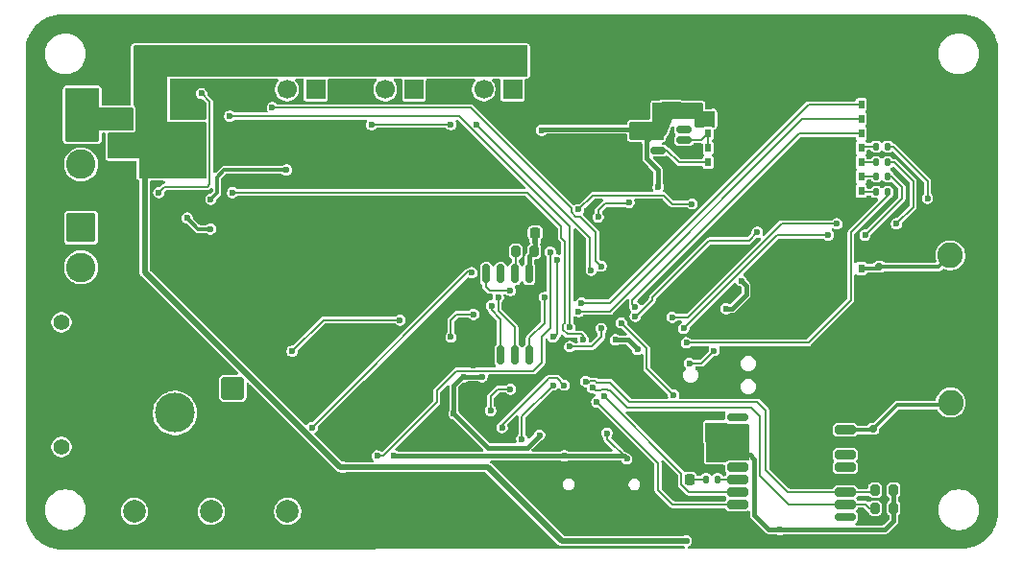
<source format=gbr>
%TF.GenerationSoftware,KiCad,Pcbnew,9.0.6*%
%TF.CreationDate,2026-01-10T10:28:34+02:00*%
%TF.ProjectId,flight_comp,666c6967-6874-45f6-936f-6d702e6b6963,rev?*%
%TF.SameCoordinates,Original*%
%TF.FileFunction,Copper,L4,Bot*%
%TF.FilePolarity,Positive*%
%FSLAX46Y46*%
G04 Gerber Fmt 4.6, Leading zero omitted, Abs format (unit mm)*
G04 Created by KiCad (PCBNEW 9.0.6) date 2026-01-10 10:28:34*
%MOMM*%
%LPD*%
G01*
G04 APERTURE LIST*
G04 Aperture macros list*
%AMRoundRect*
0 Rectangle with rounded corners*
0 $1 Rounding radius*
0 $2 $3 $4 $5 $6 $7 $8 $9 X,Y pos of 4 corners*
0 Add a 4 corners polygon primitive as box body*
4,1,4,$2,$3,$4,$5,$6,$7,$8,$9,$2,$3,0*
0 Add four circle primitives for the rounded corners*
1,1,$1+$1,$2,$3*
1,1,$1+$1,$4,$5*
1,1,$1+$1,$6,$7*
1,1,$1+$1,$8,$9*
0 Add four rect primitives between the rounded corners*
20,1,$1+$1,$2,$3,$4,$5,0*
20,1,$1+$1,$4,$5,$6,$7,0*
20,1,$1+$1,$6,$7,$8,$9,0*
20,1,$1+$1,$8,$9,$2,$3,0*%
G04 Aperture macros list end*
%TA.AperFunction,ComponentPad*%
%ADD10C,1.400000*%
%TD*%
%TA.AperFunction,ComponentPad*%
%ADD11RoundRect,0.770000X0.980000X-0.980000X0.980000X0.980000X-0.980000X0.980000X-0.980000X-0.980000X0*%
%TD*%
%TA.AperFunction,ComponentPad*%
%ADD12C,3.500000*%
%TD*%
%TA.AperFunction,ComponentPad*%
%ADD13C,2.250000*%
%TD*%
%TA.AperFunction,ComponentPad*%
%ADD14RoundRect,0.250000X-1.050000X1.050000X-1.050000X-1.050000X1.050000X-1.050000X1.050000X1.050000X0*%
%TD*%
%TA.AperFunction,ComponentPad*%
%ADD15C,2.600000*%
%TD*%
%TA.AperFunction,ComponentPad*%
%ADD16RoundRect,0.250000X0.750000X0.750000X-0.750000X0.750000X-0.750000X-0.750000X0.750000X-0.750000X0*%
%TD*%
%TA.AperFunction,ComponentPad*%
%ADD17C,2.000000*%
%TD*%
%TA.AperFunction,HeatsinkPad*%
%ADD18C,0.600000*%
%TD*%
%TA.AperFunction,SMDPad,CuDef*%
%ADD19R,1.600000X0.900000*%
%TD*%
%TA.AperFunction,ComponentPad*%
%ADD20R,1.700000X1.700000*%
%TD*%
%TA.AperFunction,ComponentPad*%
%ADD21C,1.700000*%
%TD*%
%TA.AperFunction,SMDPad,CuDef*%
%ADD22RoundRect,0.162500X0.162500X-0.650000X0.162500X0.650000X-0.162500X0.650000X-0.162500X-0.650000X0*%
%TD*%
%TA.AperFunction,SMDPad,CuDef*%
%ADD23RoundRect,0.135000X0.135000X0.185000X-0.135000X0.185000X-0.135000X-0.185000X0.135000X-0.185000X0*%
%TD*%
%TA.AperFunction,SMDPad,CuDef*%
%ADD24R,0.500000X0.800000*%
%TD*%
%TA.AperFunction,SMDPad,CuDef*%
%ADD25RoundRect,0.140000X0.170000X-0.140000X0.170000X0.140000X-0.170000X0.140000X-0.170000X-0.140000X0*%
%TD*%
%TA.AperFunction,SMDPad,CuDef*%
%ADD26RoundRect,0.200000X0.200000X0.275000X-0.200000X0.275000X-0.200000X-0.275000X0.200000X-0.275000X0*%
%TD*%
%TA.AperFunction,SMDPad,CuDef*%
%ADD27RoundRect,0.375000X-0.625000X-0.375000X0.625000X-0.375000X0.625000X0.375000X-0.625000X0.375000X0*%
%TD*%
%TA.AperFunction,SMDPad,CuDef*%
%ADD28RoundRect,0.500000X-0.500000X-1.400000X0.500000X-1.400000X0.500000X1.400000X-0.500000X1.400000X0*%
%TD*%
%TA.AperFunction,SMDPad,CuDef*%
%ADD29RoundRect,0.250000X-0.650000X0.325000X-0.650000X-0.325000X0.650000X-0.325000X0.650000X0.325000X0*%
%TD*%
%TA.AperFunction,ComponentPad*%
%ADD30RoundRect,0.250000X0.750000X-0.750000X0.750000X0.750000X-0.750000X0.750000X-0.750000X-0.750000X0*%
%TD*%
%TA.AperFunction,SMDPad,CuDef*%
%ADD31RoundRect,0.175000X-0.725000X-0.175000X0.725000X-0.175000X0.725000X0.175000X-0.725000X0.175000X0*%
%TD*%
%TA.AperFunction,SMDPad,CuDef*%
%ADD32RoundRect,0.200000X-0.700000X-0.200000X0.700000X-0.200000X0.700000X0.200000X-0.700000X0.200000X0*%
%TD*%
%TA.AperFunction,SMDPad,CuDef*%
%ADD33RoundRect,0.225000X0.250000X-0.225000X0.250000X0.225000X-0.250000X0.225000X-0.250000X-0.225000X0*%
%TD*%
%TA.AperFunction,SMDPad,CuDef*%
%ADD34RoundRect,0.150000X-0.200000X0.150000X-0.200000X-0.150000X0.200000X-0.150000X0.200000X0.150000X0*%
%TD*%
%TA.AperFunction,SMDPad,CuDef*%
%ADD35RoundRect,0.225000X0.225000X0.250000X-0.225000X0.250000X-0.225000X-0.250000X0.225000X-0.250000X0*%
%TD*%
%TA.AperFunction,SMDPad,CuDef*%
%ADD36RoundRect,0.150000X0.512500X0.150000X-0.512500X0.150000X-0.512500X-0.150000X0.512500X-0.150000X0*%
%TD*%
%TA.AperFunction,SMDPad,CuDef*%
%ADD37RoundRect,0.135000X-0.135000X-0.185000X0.135000X-0.185000X0.135000X0.185000X-0.135000X0.185000X0*%
%TD*%
%TA.AperFunction,SMDPad,CuDef*%
%ADD38RoundRect,0.200000X-0.200000X-0.275000X0.200000X-0.275000X0.200000X0.275000X-0.200000X0.275000X0*%
%TD*%
%TA.AperFunction,SMDPad,CuDef*%
%ADD39RoundRect,0.225000X-0.225000X-0.250000X0.225000X-0.250000X0.225000X0.250000X-0.225000X0.250000X0*%
%TD*%
%TA.AperFunction,SMDPad,CuDef*%
%ADD40RoundRect,0.140000X0.140000X0.170000X-0.140000X0.170000X-0.140000X-0.170000X0.140000X-0.170000X0*%
%TD*%
%TA.AperFunction,SMDPad,CuDef*%
%ADD41RoundRect,0.140000X-0.170000X0.140000X-0.170000X-0.140000X0.170000X-0.140000X0.170000X0.140000X0*%
%TD*%
%TA.AperFunction,SMDPad,CuDef*%
%ADD42RoundRect,0.218750X-0.218750X-0.256250X0.218750X-0.256250X0.218750X0.256250X-0.218750X0.256250X0*%
%TD*%
%TA.AperFunction,ViaPad*%
%ADD43C,0.600000*%
%TD*%
%TA.AperFunction,Conductor*%
%ADD44C,0.100000*%
%TD*%
%TA.AperFunction,Conductor*%
%ADD45C,0.200000*%
%TD*%
%TA.AperFunction,Conductor*%
%ADD46C,0.381000*%
%TD*%
%TA.AperFunction,Conductor*%
%ADD47C,0.300000*%
%TD*%
%TA.AperFunction,Conductor*%
%ADD48C,0.400000*%
%TD*%
%TA.AperFunction,Conductor*%
%ADD49C,0.500000*%
%TD*%
%TA.AperFunction,Conductor*%
%ADD50C,0.347000*%
%TD*%
%TA.AperFunction,Conductor*%
%ADD51C,0.340000*%
%TD*%
G04 APERTURE END LIST*
D10*
%TO.P,J3,*%
%TO.N,*%
X77875000Y-120300000D03*
X77875000Y-109300000D03*
D11*
%TO.P,J3,1,Pin_1*%
%TO.N,GND*%
X87875000Y-112300000D03*
D12*
%TO.P,J3,2,Pin_2*%
%TO.N,Net-(J3-Pin_2)*%
X87875000Y-117300000D03*
%TD*%
D13*
%TO.P,J1,1,In*%
%TO.N,Net-(D2-A2)*%
X156200000Y-103390000D03*
%TO.P,J1,2,Ext*%
%TO.N,GND*%
X158740000Y-100850000D03*
X153660000Y-100850000D03*
X158740000Y-105930000D03*
X153660000Y-105930000D03*
%TD*%
D14*
%TO.P,J5,1,Pin_1*%
%TO.N,+BATT*%
X79592500Y-91850000D03*
D15*
%TO.P,J5,2,Pin_2*%
%TO.N,Net-(J5-Pin_2)*%
X79592500Y-95350000D03*
%TD*%
D16*
%TO.P,J13,1,Pin_1*%
%TO.N,GND*%
X86825000Y-126000000D03*
D17*
%TO.P,J13,2,Pin_2*%
%TO.N,Net-(C24-+)*%
X84285000Y-126000000D03*
%TD*%
D13*
%TO.P,J12,1,In*%
%TO.N,Net-(D5-A2)*%
X156240000Y-116390000D03*
%TO.P,J12,2,Ext*%
%TO.N,GND*%
X158780000Y-113850000D03*
X153700000Y-113850000D03*
X158780000Y-118930000D03*
X153700000Y-118930000D03*
%TD*%
D16*
%TO.P,J11,1,Pin_1*%
%TO.N,GND*%
X93600000Y-126000000D03*
D17*
%TO.P,J11,2,Pin_2*%
%TO.N,Net-(C24-+)*%
X91060000Y-126000000D03*
%TD*%
D14*
%TO.P,J6,1,Pin_1*%
%TO.N,+BATT*%
X79592500Y-100950000D03*
D15*
%TO.P,J6,2,Pin_2*%
%TO.N,Net-(J6-Pin_2)*%
X79592500Y-104450000D03*
%TD*%
D18*
%TO.P,IC4,9,GND_2*%
%TO.N,GND*%
X105420000Y-124340000D03*
D19*
X104920000Y-124340000D03*
D18*
X104420000Y-124340000D03*
%TD*%
D20*
%TO.P,J9,1,Pin_1*%
%TO.N,Net-(J9-Pin_1)*%
X100275000Y-88740000D03*
D21*
%TO.P,J9,2,Pin_2*%
%TO.N,Net-(J9-Pin_2)*%
X97735000Y-88740000D03*
%TO.P,J9,3,Pin_3*%
%TO.N,+5V*%
X100275000Y-86200000D03*
%TO.P,J9,4,Pin_4*%
X97735000Y-86200000D03*
%TO.P,J9,5,Pin_5*%
%TO.N,GND*%
X100275000Y-83660000D03*
%TO.P,J9,6,Pin_6*%
X97735000Y-83660000D03*
%TD*%
D20*
%TO.P,J8,1,Pin_1*%
%TO.N,Net-(J8-Pin_1)*%
X108950000Y-88740000D03*
D21*
%TO.P,J8,2,Pin_2*%
%TO.N,Net-(J8-Pin_2)*%
X106410000Y-88740000D03*
%TO.P,J8,3,Pin_3*%
%TO.N,+5V*%
X108950000Y-86200000D03*
%TO.P,J8,4,Pin_4*%
X106410000Y-86200000D03*
%TO.P,J8,5,Pin_5*%
%TO.N,GND*%
X108950000Y-83660000D03*
%TO.P,J8,6,Pin_6*%
X106410000Y-83660000D03*
%TD*%
D16*
%TO.P,J10,1,Pin_1*%
%TO.N,GND*%
X100340000Y-126000000D03*
D17*
%TO.P,J10,2,Pin_2*%
%TO.N,Net-(C24-+)*%
X97800000Y-126000000D03*
%TD*%
D20*
%TO.P,J7,1,Pin_1*%
%TO.N,Net-(J7-Pin_1)*%
X117625000Y-88740000D03*
D21*
%TO.P,J7,2,Pin_2*%
%TO.N,Net-(J7-Pin_2)*%
X115085000Y-88740000D03*
%TO.P,J7,3,Pin_3*%
%TO.N,+5V*%
X117625000Y-86200000D03*
%TO.P,J7,4,Pin_4*%
X115085000Y-86200000D03*
%TO.P,J7,5,Pin_5*%
%TO.N,GND*%
X117625000Y-83660000D03*
%TO.P,J7,6,Pin_6*%
X115085000Y-83660000D03*
%TD*%
D22*
%TO.P,U4,1,~{CS}*%
%TO.N,FLASH_CS*%
X119105000Y-112187500D03*
%TO.P,U4,2,DO/IO_{1}*%
%TO.N,FLASH_MISO*%
X117835000Y-112187500D03*
%TO.P,U4,3,~{WP}/IO_{2}*%
%TO.N,FLASH_WP*%
X116565000Y-112187500D03*
%TO.P,U4,4,GND*%
%TO.N,GND*%
X115295000Y-112187500D03*
%TO.P,U4,5,DI/IO_{0}*%
%TO.N,FLASH_MOSI*%
X115295000Y-105012500D03*
%TO.P,U4,6,CLK*%
%TO.N,FLASH_SCK*%
X116565000Y-105012500D03*
%TO.P,U4,7,~{HOLD}/~{RESET}/IO_{3}*%
%TO.N,Net-(U4-~{HOLD}{slash}~{RESET}{slash}IO_{3})*%
X117835000Y-105012500D03*
%TO.P,U4,8,VCC*%
%TO.N,+3.3V*%
X119105000Y-105012500D03*
%TD*%
D23*
%TO.P,R4,1*%
%TO.N,LORA_CS*%
X150710000Y-97800000D03*
%TO.P,R4,2*%
%TO.N,Net-(E22-400M22S2-NSS)*%
X149690000Y-97800000D03*
%TD*%
D24*
%TO.P,E22-400M22S2,1,GND*%
%TO.N,GND*%
X134866750Y-105820095D03*
%TO.P,E22-400M22S2,2,GND*%
X134866750Y-104550095D03*
%TO.P,E22-400M22S2,3,GND*%
X134866750Y-103280095D03*
%TO.P,E22-400M22S2,4,GND*%
X134866750Y-97710095D03*
%TO.P,E22-400M22S2,5,GND*%
X134866750Y-96440095D03*
%TO.P,E22-400M22S2,6,RXEN*%
%TO.N,/SENSORS/RXEN*%
X134866750Y-95170095D03*
%TO.P,E22-400M22S2,7,TXEN*%
%TO.N,/SENSORS/TXEN*%
X134866750Y-93900095D03*
%TO.P,E22-400M22S2,8,DIO2*%
X134866750Y-92630095D03*
%TO.P,E22-400M22S2,9,VCC*%
%TO.N,+3.3V*%
X134866750Y-91360095D03*
%TO.P,E22-400M22S2,10,GND*%
%TO.N,GND*%
X134866750Y-90090095D03*
%TO.P,E22-400M22S2,11,GND*%
X134866750Y-88820095D03*
%TO.P,E22-400M22S2,12,GND*%
X148366750Y-88820095D03*
%TO.P,E22-400M22S2,13,DIO1*%
%TO.N,LORA_DIO1*%
X148366750Y-90090095D03*
%TO.P,E22-400M22S2,14,BUSY*%
%TO.N,LORA_IO0*%
X148366750Y-91360095D03*
%TO.P,E22-400M22S2,15,NRST*%
%TO.N,LORA_NRST*%
X148366750Y-92630095D03*
%TO.P,E22-400M22S2,16,MISO*%
%TO.N,Net-(E22-400M22S2-MISO)*%
X148366750Y-93900095D03*
%TO.P,E22-400M22S2,17,MOSI*%
%TO.N,Net-(E22-400M22S2-MOSI)*%
X148366750Y-95170095D03*
%TO.P,E22-400M22S2,18,SCK*%
%TO.N,Net-(E22-400M22S2-SCK)*%
X148366750Y-96440095D03*
%TO.P,E22-400M22S2,19,NSS*%
%TO.N,Net-(E22-400M22S2-NSS)*%
X148366750Y-97710095D03*
%TO.P,E22-400M22S2,20,GND*%
%TO.N,GND*%
X148366750Y-103280095D03*
%TO.P,E22-400M22S2,21,ANT*%
%TO.N,Net-(D2-A2)*%
X148366750Y-104550095D03*
%TO.P,E22-400M22S2,22,GND*%
%TO.N,GND*%
X148366750Y-105820095D03*
%TD*%
D25*
%TO.P,C3,1*%
%TO.N,GND*%
X128400000Y-93800000D03*
%TO.P,C3,2*%
%TO.N,+3.3V*%
X128400000Y-92840000D03*
%TD*%
D26*
%TO.P,R26,1*%
%TO.N,+3.3V*%
X151225000Y-124100000D03*
%TO.P,R26,2*%
%TO.N,GPS_SDA*%
X149575000Y-124100000D03*
%TD*%
D27*
%TO.P,U7,1,GND*%
%TO.N,GND*%
X83050000Y-95900000D03*
%TO.P,U7,2,VO*%
%TO.N,+5V*%
X83050000Y-93600000D03*
D28*
X89350000Y-93600000D03*
D27*
%TO.P,U7,3,VI*%
%TO.N,+BATT*%
X83050000Y-91300000D03*
%TD*%
D23*
%TO.P,R1,1*%
%TO.N,LORA_MISO*%
X150710000Y-93800000D03*
%TO.P,R1,2*%
%TO.N,Net-(E22-400M22S2-MISO)*%
X149690000Y-93800000D03*
%TD*%
D29*
%TO.P,C5,1*%
%TO.N,GND*%
X132600000Y-87525000D03*
%TO.P,C5,2*%
%TO.N,+3.3V*%
X132600000Y-90475000D03*
%TD*%
D30*
%TO.P,C25,1*%
%TO.N,+BATT*%
X92970000Y-115120000D03*
D17*
%TO.P,C25,2*%
%TO.N,GND*%
X92970000Y-100120000D03*
%TD*%
D31*
%TO.P,U2,1,GND*%
%TO.N,GND*%
X137450000Y-126500000D03*
D32*
%TO.P,U2,2,TXD*%
%TO.N,GPS_TX*%
X137450000Y-125400000D03*
%TO.P,U2,3,RXD*%
%TO.N,GPS_RX*%
X137450000Y-124300000D03*
%TO.P,U2,4,TIMEPULSE*%
%TO.N,Net-(U2-TIMEPULSE)*%
X137450000Y-123200000D03*
%TO.P,U2,5,EXTINT*%
%TO.N,unconnected-(U2-EXTINT-Pad5)*%
X137450000Y-122100000D03*
%TO.P,U2,6,V_BCKP*%
%TO.N,+3.3V*%
X137450000Y-121000000D03*
%TO.P,U2,7,VCC_IO*%
X137450000Y-119900000D03*
%TO.P,U2,8,VCC*%
X137450000Y-118800000D03*
D31*
%TO.P,U2,9,~{RESET}*%
%TO.N,unconnected-(U2-~{RESET}-Pad9)*%
X137450000Y-117700000D03*
%TO.P,U2,10,GND*%
%TO.N,GND*%
X146950000Y-117700000D03*
D32*
%TO.P,U2,11,RF_IN*%
%TO.N,Net-(D5-A2)*%
X146950000Y-118800000D03*
%TO.P,U2,12,GND*%
%TO.N,GND*%
X146950000Y-119900000D03*
%TO.P,U2,13,LNA_EN*%
%TO.N,unconnected-(U2-LNA_EN-Pad13)*%
X146950000Y-121000000D03*
%TO.P,U2,14,VCC_RF*%
%TO.N,unconnected-(U2-VCC_RF-Pad14)*%
X146950000Y-122100000D03*
%TO.P,U2,15,VIO_SEL*%
%TO.N,GND*%
X146950000Y-123200000D03*
%TO.P,U2,16,SDA*%
%TO.N,GPS_SDA*%
X146950000Y-124300000D03*
%TO.P,U2,17,SCL*%
%TO.N,GPS_SCL*%
X146950000Y-125400000D03*
D31*
%TO.P,U2,18,~{SAFEBOOT}*%
%TO.N,unconnected-(U2-~{SAFEBOOT}-Pad18)*%
X146950000Y-126500000D03*
%TD*%
D33*
%TO.P,C18,1*%
%TO.N,+BATT*%
X80200000Y-89375000D03*
%TO.P,C18,2*%
%TO.N,GND*%
X80200000Y-87825000D03*
%TD*%
D34*
%TO.P,D2,1,A1*%
%TO.N,GND*%
X149950000Y-105800000D03*
%TO.P,D2,2,A2*%
%TO.N,Net-(D2-A2)*%
X149950000Y-104400000D03*
%TD*%
D35*
%TO.P,C42,1*%
%TO.N,+3.3V*%
X135375000Y-120900000D03*
%TO.P,C42,2*%
%TO.N,GND*%
X133825000Y-120900000D03*
%TD*%
D36*
%TO.P,U3,1,NC*%
%TO.N,unconnected-(U3-NC-Pad1)*%
X132737500Y-92250000D03*
%TO.P,U3,2*%
%TO.N,/SENSORS/TXEN*%
X132737500Y-93200000D03*
%TO.P,U3,3,GND*%
%TO.N,GND*%
X132737500Y-94150000D03*
%TO.P,U3,4*%
%TO.N,/SENSORS/RXEN*%
X130462500Y-94150000D03*
%TO.P,U3,5,VCC*%
%TO.N,+3.3V*%
X130462500Y-92250000D03*
%TD*%
D34*
%TO.P,D5,1,A1*%
%TO.N,GND*%
X149400000Y-120100000D03*
%TO.P,D5,2,A2*%
%TO.N,Net-(D5-A2)*%
X149400000Y-118700000D03*
%TD*%
D37*
%TO.P,R48,1*%
%TO.N,Net-(TX4-A)*%
X134690000Y-123150000D03*
%TO.P,R48,2*%
%TO.N,Net-(U2-TIMEPULSE)*%
X135710000Y-123150000D03*
%TD*%
D38*
%TO.P,R7,1*%
%TO.N,Net-(U4-~{HOLD}{slash}~{RESET}{slash}IO_{3})*%
X117900000Y-103050000D03*
%TO.P,R7,2*%
%TO.N,+3.3V*%
X119550000Y-103050000D03*
%TD*%
D23*
%TO.P,R2,1*%
%TO.N,LORA_MOSI*%
X150710000Y-95200000D03*
%TO.P,R2,2*%
%TO.N,Net-(E22-400M22S2-MOSI)*%
X149690000Y-95200000D03*
%TD*%
D39*
%TO.P,C10,1*%
%TO.N,+3.3V*%
X119625000Y-101400000D03*
%TO.P,C10,2*%
%TO.N,GND*%
X121175000Y-101400000D03*
%TD*%
D23*
%TO.P,R3,1*%
%TO.N,LORA_SCK*%
X150710000Y-96400000D03*
%TO.P,R3,2*%
%TO.N,Net-(E22-400M22S2-SCK)*%
X149690000Y-96400000D03*
%TD*%
D40*
%TO.P,C41,1*%
%TO.N,+3.3V*%
X135080000Y-119500000D03*
%TO.P,C41,2*%
%TO.N,GND*%
X134120000Y-119500000D03*
%TD*%
D41*
%TO.P,C4,1*%
%TO.N,GND*%
X130400000Y-89440000D03*
%TO.P,C4,2*%
%TO.N,+3.3V*%
X130400000Y-90400000D03*
%TD*%
D42*
%TO.P,TX4,1,K*%
%TO.N,GND*%
X131662500Y-123150000D03*
%TO.P,TX4,2,A*%
%TO.N,Net-(TX4-A)*%
X133237500Y-123150000D03*
%TD*%
D35*
%TO.P,C19,1*%
%TO.N,+5V*%
X84725000Y-87600000D03*
%TO.P,C19,2*%
%TO.N,GND*%
X83175000Y-87600000D03*
%TD*%
D26*
%TO.P,R27,1*%
%TO.N,+3.3V*%
X151225000Y-125700000D03*
%TO.P,R27,2*%
%TO.N,GPS_SCL*%
X149575000Y-125700000D03*
%TD*%
D43*
%TO.N,+BATT*%
X107700000Y-109100000D03*
X98200000Y-111850000D03*
%TO.N,+3.3V*%
X137773527Y-105625000D03*
X112450000Y-117350000D03*
X113350000Y-114100000D03*
X136450000Y-108100000D03*
X128650735Y-111700000D03*
X126700000Y-110850000D03*
X119625000Y-102100000D03*
X120200000Y-92350000D03*
X114950000Y-114100000D03*
X141200000Y-127600000D03*
X130450000Y-97350000D03*
X119999265Y-119250000D03*
%TO.N,GND*%
X139200000Y-128600000D03*
X112575000Y-119950000D03*
X132200000Y-126100000D03*
X128950000Y-102600000D03*
X129200000Y-125100000D03*
X133700000Y-104600000D03*
X126650000Y-86850000D03*
X110200000Y-115600000D03*
X138950000Y-107100000D03*
X138950000Y-109350000D03*
X115950000Y-102350000D03*
X134700000Y-124850000D03*
X131450000Y-93100000D03*
X123950000Y-119100000D03*
X114200000Y-113100000D03*
X111200000Y-110600000D03*
X132450000Y-119850000D03*
X121450000Y-117350000D03*
X137700000Y-112100000D03*
X111700000Y-115600000D03*
X123025000Y-90800000D03*
%TO.N,LED*%
X131825000Y-115725000D03*
X127200000Y-109350000D03*
%TO.N,GPS_SCL*%
X124675000Y-115100000D03*
%TO.N,GPS_SDA*%
X124083922Y-114521910D03*
%TO.N,VCC*%
X91010000Y-101060000D03*
X91030000Y-98440000D03*
X97700000Y-95850000D03*
X88950000Y-100100000D03*
%TO.N,BAT_VSENCE*%
X114026000Y-104926000D03*
X99975000Y-118575000D03*
%TO.N,Net-(U1-NRST)*%
X121600000Y-103809500D03*
X125175000Y-100000000D03*
X121200000Y-110600000D03*
X127875000Y-98728908D03*
%TO.N,Net-(U1-BOOT0)*%
X125450000Y-109850000D03*
X122675000Y-111451000D03*
%TO.N,LORA_CS*%
X132950000Y-111100000D03*
%TO.N,LORA_MISO*%
X139200000Y-101350000D03*
X128450000Y-108775003D03*
X154200000Y-98350000D03*
%TO.N,LORA_MOSI*%
X131700000Y-108850000D03*
X151450000Y-100600000D03*
X146200000Y-100600000D03*
%TO.N,LORA_SCK*%
X148700000Y-101600000D03*
X132700000Y-109850000D03*
X145450000Y-101600000D03*
%TO.N,TIM4_CH4*%
X125450000Y-104350000D03*
X96450000Y-90350000D03*
%TO.N,TIM4_CH3*%
X112200000Y-91850000D03*
X105200000Y-91850000D03*
X124556672Y-104706671D03*
X114450000Y-91850000D03*
%TO.N,VBUS*%
X127700000Y-121350000D03*
X125947480Y-119084051D03*
X122200000Y-121100000D03*
X107200000Y-121100000D03*
%TO.N,PYRO_2*%
X92950000Y-97850000D03*
X123875000Y-110850000D03*
%TO.N,PYRO_1*%
X92700000Y-91100000D03*
X122700000Y-109750000D03*
%TO.N,BUZZ*%
X133450000Y-98850000D03*
X123450000Y-99350000D03*
%TO.N,Net-(SW3B-B)*%
X90200000Y-89100000D03*
X86450000Y-97850000D03*
%TO.N,BMP_INT*%
X112200000Y-110600000D03*
X114200000Y-108600000D03*
%TO.N,IMU_MOSI*%
X122175000Y-114850000D03*
X116700000Y-118600000D03*
%TO.N,LORA_DIO1*%
X123702983Y-107591051D03*
%TO.N,+5V*%
X132950000Y-128600000D03*
X102700000Y-122100000D03*
%TO.N,GPS_TX*%
X125059030Y-116328706D03*
%TO.N,LORA_NRST*%
X128450000Y-107975000D03*
%TO.N,GPS_RX*%
X125700000Y-115850000D03*
%TO.N,IMU_SCK*%
X115700000Y-117100000D03*
X117450000Y-115200000D03*
%TO.N,FLASH_MOSI*%
X117450000Y-106500000D03*
%TO.N,LORA_IO0*%
X123450000Y-108350000D03*
%TO.N,IMU_MISO*%
X121200000Y-114850000D03*
X118450000Y-119600000D03*
%TO.N,FLASH_WP*%
X115762416Y-107838151D03*
%TO.N,FLASH_MISO*%
X116362416Y-107100000D03*
%TO.N,FLASH_CS*%
X120450000Y-107100000D03*
%TO.N,FLASH_SCK*%
X116542268Y-105526000D03*
%TO.N,SYS_SWO*%
X133200000Y-112900000D03*
X135400000Y-111800000D03*
%TO.N,CAMERA_SWITCH*%
X105700000Y-121100000D03*
X120950000Y-103100000D03*
%TD*%
D44*
%TO.N,+BATT*%
X80142500Y-91300000D02*
X79592500Y-91850000D01*
D45*
X100950000Y-109100000D02*
X98200000Y-111850000D01*
X107700000Y-109100000D02*
X100950000Y-109100000D01*
D46*
%TO.N,+3.3V*%
X129450000Y-94850000D02*
X129450000Y-93262500D01*
X138950000Y-121400000D02*
X138550000Y-121000000D01*
X120200000Y-92350000D02*
X120300000Y-92250000D01*
X140200000Y-127600000D02*
X138950000Y-126350000D01*
X129450000Y-93262500D02*
X130462500Y-92250000D01*
X138950000Y-126350000D02*
X138950000Y-121400000D01*
X138200000Y-106051473D02*
X137773527Y-105625000D01*
X138550000Y-121000000D02*
X137450000Y-121000000D01*
X130450000Y-97350000D02*
X130450000Y-95850000D01*
X126700000Y-110850000D02*
X127800735Y-110850000D01*
X112450000Y-117350000D02*
X112450000Y-114850000D01*
X130450000Y-95850000D02*
X129450000Y-94850000D01*
X141200000Y-127600000D02*
X140200000Y-127600000D01*
X115450000Y-120350000D02*
X112450000Y-117350000D01*
X119999265Y-119250000D02*
X118899265Y-120350000D01*
X136950000Y-108100000D02*
X138200000Y-106850000D01*
X119625000Y-101400000D02*
X119625000Y-102100000D01*
X114950000Y-114100000D02*
X113350000Y-114100000D01*
X113200000Y-114100000D02*
X113350000Y-114100000D01*
X119625000Y-102975000D02*
X119550000Y-103050000D01*
X112450000Y-114850000D02*
X113200000Y-114100000D01*
X151225000Y-126825000D02*
X151225000Y-125700000D01*
X127800735Y-110850000D02*
X128650735Y-111700000D01*
X119105000Y-103495000D02*
X119550000Y-103050000D01*
X150450000Y-127600000D02*
X151225000Y-126825000D01*
X138200000Y-106850000D02*
X138200000Y-106051473D01*
X136450000Y-108100000D02*
X136950000Y-108100000D01*
X119625000Y-102100000D02*
X119625000Y-102975000D01*
X151225000Y-124100000D02*
X151225000Y-125700000D01*
X141200000Y-127600000D02*
X150450000Y-127600000D01*
X118899265Y-120350000D02*
X115450000Y-120350000D01*
X119105000Y-105012500D02*
X119105000Y-103495000D01*
X120300000Y-92250000D02*
X130462500Y-92250000D01*
D45*
%TO.N,GND*%
X149200000Y-120500000D02*
X149400000Y-120300000D01*
%TO.N,LED*%
X131825000Y-115725000D02*
X129450000Y-113350000D01*
X129450000Y-111600000D02*
X127200000Y-109350000D01*
X129450000Y-113350000D02*
X129450000Y-111600000D01*
%TO.N,GPS_SCL*%
X125451057Y-115249000D02*
X125948943Y-115249000D01*
X146950000Y-125400000D02*
X147000000Y-125350000D01*
X124700000Y-115100000D02*
X124950000Y-115350000D01*
X125350057Y-115350000D02*
X125451057Y-115249000D01*
X124675000Y-115100000D02*
X124675000Y-115003296D01*
X139450000Y-117600000D02*
X139450000Y-122850000D01*
X124950000Y-115350000D02*
X125350057Y-115350000D01*
X127700000Y-116850000D02*
X138700000Y-116850000D01*
X147000000Y-125350000D02*
X148700000Y-125350000D01*
X126049943Y-115350000D02*
X126200000Y-115350000D01*
X126200000Y-115350000D02*
X127700000Y-116850000D01*
X149050000Y-125700000D02*
X149575000Y-125700000D01*
X139450000Y-122850000D02*
X142000000Y-125400000D01*
X149375000Y-126000000D02*
X149575000Y-125800000D01*
X148700000Y-125350000D02*
X149050000Y-125700000D01*
X142000000Y-125400000D02*
X146950000Y-125400000D01*
X149575000Y-125700000D02*
X149275000Y-125400000D01*
X138700000Y-116850000D02*
X139450000Y-117600000D01*
X124675000Y-115100000D02*
X124700000Y-115100000D01*
X125948943Y-115249000D02*
X126049943Y-115350000D01*
%TO.N,GPS_SDA*%
X124325057Y-114600000D02*
X124426057Y-114499000D01*
X125024943Y-114600000D02*
X126200000Y-114600000D01*
X124083922Y-114521910D02*
X124162012Y-114600000D01*
X127950000Y-116350000D02*
X139200000Y-116350000D01*
X146950000Y-124300000D02*
X149375000Y-124300000D01*
X126200000Y-114600000D02*
X127950000Y-116350000D01*
X139950000Y-117100000D02*
X139950000Y-122350000D01*
X124162012Y-114600000D02*
X124325057Y-114600000D01*
X139950000Y-122350000D02*
X141900000Y-124300000D01*
X141900000Y-124300000D02*
X146950000Y-124300000D01*
X139200000Y-116350000D02*
X139950000Y-117100000D01*
X124426057Y-114499000D02*
X124923943Y-114499000D01*
X124923943Y-114499000D02*
X125024943Y-114600000D01*
D47*
%TO.N,VCC*%
X92200000Y-95850000D02*
X97700000Y-95850000D01*
X91575000Y-97895000D02*
X91575000Y-96475000D01*
X91010000Y-101060000D02*
X89910000Y-101060000D01*
X91575000Y-96475000D02*
X92200000Y-95850000D01*
X89910000Y-101060000D02*
X88950000Y-100100000D01*
X91030000Y-98440000D02*
X91575000Y-97895000D01*
D45*
%TO.N,BAT_VSENCE*%
X113700000Y-104850000D02*
X113950000Y-104850000D01*
X99975000Y-118575000D02*
X113700000Y-104850000D01*
X113950000Y-104850000D02*
X114026000Y-104926000D01*
%TO.N,Net-(U1-NRST)*%
X125175000Y-99425000D02*
X125800000Y-98800000D01*
X121348472Y-110600000D02*
X121200000Y-110600000D01*
X125800000Y-98800000D02*
X127803908Y-98800000D01*
X121600000Y-110348472D02*
X121348472Y-110600000D01*
X121600000Y-103809500D02*
X121600000Y-110348472D01*
X125175000Y-100000000D02*
X125175000Y-99425000D01*
X127803908Y-98800000D02*
X127875000Y-98728908D01*
%TO.N,Net-(U1-BOOT0)*%
X122675000Y-111451000D02*
X124599000Y-111451000D01*
X125450000Y-110600000D02*
X125450000Y-109850000D01*
X124599000Y-111451000D02*
X125450000Y-110600000D01*
%TO.N,Net-(U4-~{HOLD}{slash}~{RESET}{slash}IO_{3})*%
X117900000Y-103050000D02*
X117900000Y-104947500D01*
X117900000Y-104947500D02*
X117835000Y-105012500D01*
%TO.N,Net-(TX4-A)*%
X134690000Y-123150000D02*
X133237500Y-123150000D01*
%TO.N,Net-(U2-TIMEPULSE)*%
X137450000Y-123200000D02*
X135610000Y-123200000D01*
%TO.N,Net-(E22-400M22S2-NSS)*%
X148456655Y-97800000D02*
X148366750Y-97710095D01*
X149690000Y-97800000D02*
X148456655Y-97800000D01*
%TO.N,LORA_CS*%
X147450000Y-101350000D02*
X150710000Y-98090000D01*
X143700000Y-111100000D02*
X147450000Y-107350000D01*
X147450000Y-107350000D02*
X147450000Y-101350000D01*
X150710000Y-98090000D02*
X150710000Y-97800000D01*
X132950000Y-111100000D02*
X143700000Y-111100000D01*
%TO.N,LORA_MISO*%
X154200000Y-96850000D02*
X154200000Y-98350000D01*
X151150000Y-93800000D02*
X154200000Y-96850000D01*
X128450000Y-108775003D02*
X128499940Y-108775003D01*
X129950000Y-107100000D02*
X134950000Y-102100000D01*
X150710000Y-93800000D02*
X151150000Y-93800000D01*
X128499940Y-108775003D02*
X129950000Y-107324943D01*
X138450000Y-102100000D02*
X139200000Y-101350000D01*
X134950000Y-102100000D02*
X138450000Y-102100000D01*
X129950000Y-107324943D02*
X129950000Y-107100000D01*
%TO.N,Net-(E22-400M22S2-MISO)*%
X148466845Y-93800000D02*
X148366750Y-93900095D01*
X149690000Y-93800000D02*
X148466845Y-93800000D01*
%TO.N,LORA_MOSI*%
X150710000Y-95200000D02*
X151300000Y-95200000D01*
X141338845Y-100600000D02*
X133088845Y-108850000D01*
X152950000Y-99100000D02*
X151450000Y-100600000D01*
X152950000Y-96850000D02*
X152950000Y-99100000D01*
X146200000Y-100600000D02*
X141338845Y-100600000D01*
X151300000Y-95200000D02*
X152950000Y-96850000D01*
X133088845Y-108850000D02*
X131700000Y-108850000D01*
%TO.N,Net-(E22-400M22S2-MOSI)*%
X149690000Y-95200000D02*
X148396655Y-95200000D01*
X148396655Y-95200000D02*
X148366750Y-95170095D01*
%TO.N,LORA_SCK*%
X150710000Y-96400000D02*
X151000000Y-96400000D01*
X151000000Y-96400000D02*
X151950000Y-97350000D01*
X151950000Y-97350000D02*
X151950000Y-98350000D01*
X151950000Y-98350000D02*
X148700000Y-101600000D01*
X140950000Y-101600000D02*
X132700000Y-109850000D01*
X145450000Y-101600000D02*
X140950000Y-101600000D01*
%TO.N,Net-(E22-400M22S2-SCK)*%
X149690000Y-96400000D02*
X148406845Y-96400000D01*
X148406845Y-96400000D02*
X148366750Y-96440095D01*
%TO.N,TIM4_CH4*%
X124950000Y-101350000D02*
X124950000Y-103850000D01*
X122849000Y-99598943D02*
X123201057Y-99951000D01*
X122849000Y-99249000D02*
X122849000Y-99598943D01*
X113950000Y-90350000D02*
X122849000Y-99249000D01*
X123551000Y-99951000D02*
X124950000Y-101350000D01*
X123201057Y-99951000D02*
X123551000Y-99951000D01*
X96450000Y-90350000D02*
X113950000Y-90350000D01*
X124950000Y-103850000D02*
X125450000Y-104350000D01*
%TO.N,TIM4_CH3*%
X124556672Y-104706671D02*
X124413343Y-104563342D01*
X105200000Y-91850000D02*
X112200000Y-91850000D01*
X124413343Y-104563342D02*
X124413343Y-101813343D01*
X124413343Y-101813343D02*
X114450000Y-91850000D01*
%TO.N,VBUS*%
X125947480Y-119597480D02*
X127700000Y-121350000D01*
X125947480Y-119084051D02*
X125947480Y-119597480D01*
D48*
X122200000Y-121100000D02*
X107200000Y-121100000D01*
X127450000Y-121100000D02*
X122200000Y-121100000D01*
X127700000Y-121350000D02*
X127450000Y-121100000D01*
D45*
%TO.N,/SENSORS/RXEN*%
X131250000Y-94150000D02*
X130462500Y-94150000D01*
X132270095Y-95170095D02*
X131250000Y-94150000D01*
X134866750Y-95170095D02*
X132270095Y-95170095D01*
%TO.N,/SENSORS/TXEN*%
X134866750Y-93900095D02*
X134866750Y-92630095D01*
X132737500Y-93200000D02*
X134296845Y-93200000D01*
X134296845Y-93200000D02*
X134866750Y-92630095D01*
%TO.N,PYRO_2*%
X118950000Y-97850000D02*
X121926000Y-100826000D01*
X122451057Y-110351000D02*
X122948943Y-110351000D01*
X122948943Y-110351000D02*
X122949971Y-110349971D01*
X122200000Y-102148110D02*
X122200000Y-109400056D01*
X122949971Y-110349971D02*
X122950000Y-110350000D01*
X123875000Y-110525000D02*
X123875000Y-110850000D01*
X121926000Y-100826000D02*
X121926000Y-101874110D01*
X122200000Y-109400056D02*
X122099000Y-109501057D01*
X122099000Y-109501057D02*
X122099000Y-109998943D01*
X121926000Y-101874110D02*
X122200000Y-102148110D01*
X122950000Y-110350000D02*
X123700000Y-110350000D01*
X123700000Y-110350000D02*
X123875000Y-110525000D01*
X122099000Y-109998943D02*
X122451057Y-110351000D01*
X92950000Y-97850000D02*
X118950000Y-97850000D01*
%TO.N,PYRO_1*%
X92700000Y-91100000D02*
X112950000Y-91100000D01*
X122700000Y-100850000D02*
X122700000Y-109750000D01*
X112950000Y-91100000D02*
X122700000Y-100850000D01*
%TO.N,BUZZ*%
X130950000Y-98100000D02*
X131700000Y-98850000D01*
X123450000Y-99350000D02*
X124700000Y-98100000D01*
X124700000Y-98100000D02*
X130950000Y-98100000D01*
X131700000Y-98850000D02*
X133450000Y-98850000D01*
%TO.N,Net-(SW3B-B)*%
X90950000Y-89850000D02*
X90950000Y-97107166D01*
X86950000Y-97350000D02*
X86450000Y-97850000D01*
X90950000Y-97107166D02*
X90707166Y-97350000D01*
X90707166Y-97350000D02*
X86950000Y-97350000D01*
X90200000Y-89100000D02*
X90950000Y-89850000D01*
%TO.N,BMP_INT*%
X112200000Y-109100000D02*
X112200000Y-110600000D01*
X114200000Y-108600000D02*
X112700000Y-108600000D01*
X112700000Y-108600000D02*
X112200000Y-109100000D01*
%TO.N,IMU_MOSI*%
X120801000Y-114249000D02*
X120700000Y-114350000D01*
X116700000Y-118350000D02*
X116700000Y-118600000D01*
X121574000Y-114249000D02*
X120801000Y-114249000D01*
X120700000Y-114350000D02*
X116700000Y-118350000D01*
X122175000Y-114850000D02*
X121574000Y-114249000D01*
%TO.N,LORA_DIO1*%
X148366750Y-90090095D02*
X143709905Y-90090095D01*
X126208949Y-107591051D02*
X123702983Y-107591051D01*
X143709905Y-90090095D02*
X126208949Y-107591051D01*
D49*
%TO.N,+5V*%
X115450000Y-122100000D02*
X102700000Y-122100000D01*
X132950000Y-128600000D02*
X121950000Y-128600000D01*
X84700000Y-93600000D02*
X83050000Y-93600000D01*
X102440000Y-122100000D02*
X85200000Y-104860000D01*
X85200000Y-104860000D02*
X85200000Y-94100000D01*
X85200000Y-94100000D02*
X84700000Y-93600000D01*
X121950000Y-128600000D02*
X115450000Y-122100000D01*
X102700000Y-122100000D02*
X102440000Y-122100000D01*
D45*
%TO.N,GPS_TX*%
X130450000Y-121719676D02*
X130450000Y-124100000D01*
X130450000Y-124100000D02*
X131750000Y-125400000D01*
X131750000Y-125400000D02*
X137450000Y-125400000D01*
X125059030Y-116328706D02*
X130450000Y-121719676D01*
%TO.N,LORA_NRST*%
X128200000Y-107350000D02*
X142919905Y-92630095D01*
X128200000Y-107350000D02*
X128200000Y-107725000D01*
X128200000Y-107725000D02*
X128450000Y-107975000D01*
X142919905Y-92630095D02*
X148366750Y-92630095D01*
%TO.N,GPS_RX*%
X133171400Y-124300000D02*
X137450000Y-124300000D01*
X132499000Y-123627600D02*
X133171400Y-124300000D01*
X132499000Y-122649000D02*
X132499000Y-123627600D01*
X125700000Y-115850000D02*
X132499000Y-122649000D01*
%TO.N,IMU_SCK*%
X116350000Y-115200000D02*
X117450000Y-115200000D01*
X115700000Y-115850000D02*
X116350000Y-115200000D01*
X115700000Y-117100000D02*
X115700000Y-115850000D01*
%TO.N,FLASH_MOSI*%
X115600000Y-106500000D02*
X115295000Y-106195000D01*
X115295000Y-106195000D02*
X115295000Y-105012500D01*
X117450000Y-106500000D02*
X115600000Y-106500000D01*
%TO.N,LORA_IO0*%
X148366750Y-91360095D02*
X143189905Y-91360095D01*
X126200000Y-108350000D02*
X123450000Y-108350000D01*
X143189905Y-91360095D02*
X126200000Y-108350000D01*
%TO.N,IMU_MISO*%
X121200000Y-114850000D02*
X118450000Y-117600000D01*
X118450000Y-117600000D02*
X118450000Y-119600000D01*
D50*
%TO.N,Net-(D5-A2)*%
X149300000Y-118800000D02*
X149400000Y-118700000D01*
X156030000Y-116600000D02*
X156240000Y-116390000D01*
X149400000Y-118700000D02*
X151500000Y-116600000D01*
D45*
X149650000Y-118850000D02*
X149400000Y-118600000D01*
D50*
X151500000Y-116600000D02*
X156030000Y-116600000D01*
X146950000Y-118800000D02*
X149300000Y-118800000D01*
D45*
%TO.N,FLASH_WP*%
X116565000Y-109032100D02*
X116565000Y-112187500D01*
X115762416Y-108229516D02*
X116565000Y-109032100D01*
X115762416Y-107838151D02*
X115762416Y-108229516D01*
%TO.N,FLASH_MISO*%
X116362416Y-107100000D02*
X116362416Y-108262416D01*
X117835000Y-109735000D02*
X117835000Y-112187500D01*
X116362416Y-108262416D02*
X117835000Y-109735000D01*
%TO.N,FLASH_CS*%
X119105000Y-110695000D02*
X119105000Y-112187500D01*
X120450000Y-109350000D02*
X119105000Y-110695000D01*
X120450000Y-107100000D02*
X120450000Y-109350000D01*
%TO.N,FLASH_SCK*%
X116542268Y-105526000D02*
X116542268Y-105035232D01*
X116542268Y-105035232D02*
X116565000Y-105012500D01*
%TO.N,SYS_SWO*%
X135400000Y-111800000D02*
X134300000Y-112900000D01*
X134300000Y-112900000D02*
X133200000Y-112900000D01*
D50*
%TO.N,Net-(D2-A2)*%
X149799905Y-104550095D02*
X149950000Y-104400000D01*
D51*
X156160000Y-103390000D02*
X156200000Y-103390000D01*
D50*
X149950000Y-104400000D02*
X155190000Y-104400000D01*
X148366750Y-104550095D02*
X149799905Y-104550095D01*
X155190000Y-104400000D02*
X156200000Y-103390000D01*
D45*
%TO.N,CAMERA_SWITCH*%
X106200000Y-121100000D02*
X105700000Y-121100000D01*
X120200000Y-110600000D02*
X120200000Y-112850000D01*
X112700000Y-113600000D02*
X110950000Y-115350000D01*
X119450000Y-113600000D02*
X112700000Y-113600000D01*
X120200000Y-112850000D02*
X119450000Y-113600000D01*
X120950000Y-109850000D02*
X120200000Y-110600000D01*
X120950000Y-103100000D02*
X120950000Y-109850000D01*
X110950000Y-115350000D02*
X110950000Y-116350000D01*
X110950000Y-116350000D02*
X106200000Y-121100000D01*
%TD*%
%TA.AperFunction,Conductor*%
%TO.N,GND*%
G36*
X130914419Y-121499036D02*
G01*
X130947921Y-121522892D01*
X132162181Y-122737152D01*
X132195666Y-122798475D01*
X132198500Y-122824833D01*
X132198500Y-123667162D01*
X132207218Y-123699696D01*
X132218979Y-123743590D01*
X132222680Y-123750000D01*
X132257291Y-123809947D01*
X132257291Y-123809949D01*
X132258540Y-123812111D01*
X132258541Y-123812113D01*
X132597310Y-124150881D01*
X132930940Y-124484511D01*
X132986889Y-124540460D01*
X132986891Y-124540461D01*
X132986895Y-124540464D01*
X133055404Y-124580017D01*
X133055411Y-124580021D01*
X133131838Y-124600500D01*
X133210962Y-124600500D01*
X136275728Y-124600500D01*
X136283790Y-124602867D01*
X136292093Y-124601585D01*
X136316813Y-124612564D01*
X136342767Y-124620185D01*
X136349927Y-124627271D01*
X136355948Y-124629945D01*
X136367908Y-124645065D01*
X136379338Y-124656376D01*
X136383106Y-124662106D01*
X136421950Y-124738342D01*
X136454888Y-124771280D01*
X136461855Y-124781876D01*
X136468497Y-124803656D01*
X136479411Y-124823642D01*
X136478495Y-124836436D01*
X136482238Y-124848706D01*
X136476051Y-124870618D01*
X136474427Y-124893334D01*
X136465886Y-124906622D01*
X136463254Y-124915947D01*
X136455462Y-124922841D01*
X136445926Y-124937681D01*
X136421954Y-124961652D01*
X136421951Y-124961657D01*
X136421950Y-124961658D01*
X136386212Y-125031796D01*
X136338239Y-125082591D01*
X136275729Y-125099500D01*
X131925833Y-125099500D01*
X131858794Y-125079815D01*
X131838152Y-125063181D01*
X130786819Y-124011848D01*
X130753334Y-123950525D01*
X130750500Y-123924167D01*
X130750500Y-121680115D01*
X130750499Y-121680111D01*
X130745554Y-121661658D01*
X130740466Y-121642667D01*
X130742127Y-121572818D01*
X130781289Y-121514955D01*
X130845517Y-121487450D01*
X130914419Y-121499036D01*
G37*
%TD.AperFunction*%
%TA.AperFunction,Conductor*%
G36*
X136358507Y-117170185D02*
G01*
X136404262Y-117222989D01*
X136414206Y-117292147D01*
X136402868Y-117328961D01*
X136360134Y-117416372D01*
X136360134Y-117416375D01*
X136349500Y-117489364D01*
X136349500Y-117489369D01*
X136349500Y-117820500D01*
X136329815Y-117887539D01*
X136277011Y-117933294D01*
X136225500Y-117944500D01*
X134727593Y-117944500D01*
X134702204Y-117947413D01*
X134681042Y-117949841D01*
X134626331Y-117962564D01*
X134613384Y-117966023D01*
X134613374Y-117966027D01*
X134533928Y-118011321D01*
X134533927Y-118011322D01*
X134482451Y-118058566D01*
X134465004Y-118076667D01*
X134422656Y-118157727D01*
X134415211Y-118186051D01*
X134404894Y-118225303D01*
X134398227Y-118283412D01*
X134491140Y-121535391D01*
X134491142Y-121535414D01*
X134496397Y-121576075D01*
X134496398Y-121576080D01*
X134496399Y-121576086D01*
X134498981Y-121587189D01*
X134507559Y-121624079D01*
X134509395Y-121631368D01*
X134509398Y-121631375D01*
X134552406Y-121712083D01*
X134552408Y-121712086D01*
X134598167Y-121764895D01*
X134615749Y-121782839D01*
X134615753Y-121782843D01*
X134615754Y-121782844D01*
X134615756Y-121782845D01*
X134695566Y-121827488D01*
X134695570Y-121827490D01*
X134762609Y-121847175D01*
X134820507Y-121855500D01*
X136225500Y-121855500D01*
X136292539Y-121875185D01*
X136338294Y-121927989D01*
X136349500Y-121979500D01*
X136349500Y-122331517D01*
X136360292Y-122399657D01*
X136364354Y-122425304D01*
X136421950Y-122538342D01*
X136421952Y-122538344D01*
X136421954Y-122538347D01*
X136445926Y-122562319D01*
X136479411Y-122623642D01*
X136474427Y-122693334D01*
X136461856Y-122718124D01*
X136454891Y-122728716D01*
X136421950Y-122761658D01*
X136383099Y-122837906D01*
X136379340Y-122843624D01*
X136357712Y-122861972D01*
X136338239Y-122882591D01*
X136331148Y-122884509D01*
X136326061Y-122888825D01*
X136304656Y-122891675D01*
X136275729Y-122899500D01*
X136263637Y-122899500D01*
X136258100Y-122897874D01*
X136256803Y-122898047D01*
X136253651Y-122896567D01*
X136196598Y-122879815D01*
X136151255Y-122827905D01*
X136124065Y-122769596D01*
X136040404Y-122685935D01*
X135933173Y-122635932D01*
X135933171Y-122635931D01*
X135933172Y-122635931D01*
X135884317Y-122629500D01*
X135884316Y-122629500D01*
X135535684Y-122629500D01*
X135535683Y-122629500D01*
X135486828Y-122635931D01*
X135379595Y-122685935D01*
X135288264Y-122777267D01*
X135285440Y-122774443D01*
X135246958Y-122805183D01*
X135177458Y-122812352D01*
X135115114Y-122780808D01*
X135111901Y-122777101D01*
X135111736Y-122777267D01*
X135020404Y-122685935D01*
X134990413Y-122671950D01*
X134913173Y-122635932D01*
X134913171Y-122635931D01*
X134913172Y-122635931D01*
X134864317Y-122629500D01*
X134864316Y-122629500D01*
X134515684Y-122629500D01*
X134515683Y-122629500D01*
X134466828Y-122635931D01*
X134359595Y-122685935D01*
X134275935Y-122769595D01*
X134275935Y-122769596D01*
X134272060Y-122777904D01*
X134260598Y-122790922D01*
X134253392Y-122806703D01*
X134237988Y-122816602D01*
X134225890Y-122830343D01*
X134209005Y-122835228D01*
X134194614Y-122844477D01*
X134159679Y-122849500D01*
X133978284Y-122849500D01*
X133911245Y-122829815D01*
X133865490Y-122777011D01*
X133860352Y-122763817D01*
X133859951Y-122762586D01*
X133859951Y-122762580D01*
X133799658Y-122644249D01*
X133799654Y-122644245D01*
X133799653Y-122644243D01*
X133705756Y-122550346D01*
X133705753Y-122550344D01*
X133705751Y-122550342D01*
X133587420Y-122490049D01*
X133587419Y-122490048D01*
X133587416Y-122490047D01*
X133587417Y-122490047D01*
X133489251Y-122474500D01*
X133489246Y-122474500D01*
X132985754Y-122474500D01*
X132985749Y-122474500D01*
X132887582Y-122490047D01*
X132887576Y-122490049D01*
X132886650Y-122490522D01*
X132885404Y-122490755D01*
X132878301Y-122493064D01*
X132878002Y-122492145D01*
X132817980Y-122503412D01*
X132753241Y-122477130D01*
X132742684Y-122467713D01*
X127637152Y-117362181D01*
X127603667Y-117300858D01*
X127608651Y-117231166D01*
X127650523Y-117175233D01*
X127715987Y-117150816D01*
X127724833Y-117150500D01*
X127739562Y-117150500D01*
X136291468Y-117150500D01*
X136358507Y-117170185D01*
G37*
%TD.AperFunction*%
%TA.AperFunction,Conductor*%
G36*
X157203243Y-82100669D02*
G01*
X157533178Y-82117961D01*
X157546086Y-82119318D01*
X157869191Y-82170492D01*
X157881874Y-82173187D01*
X158197881Y-82257861D01*
X158210219Y-82261871D01*
X158515627Y-82379106D01*
X158527470Y-82384378D01*
X158818977Y-82532908D01*
X158830183Y-82539378D01*
X159104565Y-82717564D01*
X159115055Y-82725186D01*
X159369293Y-82931064D01*
X159378938Y-82939749D01*
X159610250Y-83171061D01*
X159618935Y-83180706D01*
X159824813Y-83434944D01*
X159832438Y-83445438D01*
X160010617Y-83719810D01*
X160017094Y-83731029D01*
X160149406Y-83990705D01*
X160165616Y-84022519D01*
X160170895Y-84034377D01*
X160288128Y-84339781D01*
X160292139Y-84352124D01*
X160376810Y-84668119D01*
X160379508Y-84680815D01*
X160430682Y-85003913D01*
X160432039Y-85016822D01*
X160449324Y-85346666D01*
X160449494Y-85353307D01*
X160399591Y-126025479D01*
X160399591Y-126025485D01*
X160399580Y-126033806D01*
X160399500Y-126034108D01*
X160399500Y-126096753D01*
X160399500Y-126096911D01*
X160399495Y-126096926D01*
X160399330Y-126103243D01*
X160382312Y-126427952D01*
X160380955Y-126440860D01*
X160330600Y-126758788D01*
X160327902Y-126771484D01*
X160244585Y-127082427D01*
X160240574Y-127094770D01*
X160125219Y-127395282D01*
X160119940Y-127407140D01*
X159973796Y-127693964D01*
X159967306Y-127705204D01*
X159791991Y-127975165D01*
X159784362Y-127985666D01*
X159581778Y-128235836D01*
X159573093Y-128245481D01*
X159345481Y-128473093D01*
X159335836Y-128481778D01*
X159085666Y-128684362D01*
X159075165Y-128691991D01*
X158805204Y-128867306D01*
X158793964Y-128873796D01*
X158507140Y-129019940D01*
X158495282Y-129025219D01*
X158194770Y-129140574D01*
X158182427Y-129144585D01*
X157871484Y-129227902D01*
X157858788Y-129230600D01*
X157540860Y-129280955D01*
X157527952Y-129282312D01*
X157203244Y-129299330D01*
X157196836Y-129299500D01*
X157134108Y-129299500D01*
X157133952Y-129299541D01*
X157125715Y-129299547D01*
X157125714Y-129299546D01*
X157125711Y-129299547D01*
X133158556Y-129314668D01*
X133091504Y-129295026D01*
X133045716Y-129242251D01*
X133035729Y-129173098D01*
X133064714Y-129109524D01*
X133123468Y-129071713D01*
X133126380Y-129070895D01*
X133143186Y-129066392D01*
X133257314Y-129000500D01*
X133350500Y-128907314D01*
X133416392Y-128793186D01*
X133450500Y-128665892D01*
X133450500Y-128534108D01*
X133416392Y-128406814D01*
X133350500Y-128292686D01*
X133257314Y-128199500D01*
X133170712Y-128149500D01*
X133143187Y-128133608D01*
X133079539Y-128116554D01*
X133015892Y-128099500D01*
X132884108Y-128099500D01*
X132756814Y-128133608D01*
X132749304Y-128136719D01*
X132748750Y-128135381D01*
X132696063Y-128149500D01*
X122187965Y-128149500D01*
X122120926Y-128129815D01*
X122100284Y-128113181D01*
X117539236Y-123552133D01*
X122069500Y-123552133D01*
X122069500Y-123687867D01*
X122104403Y-123818124D01*
X122104632Y-123818978D01*
X122172495Y-123936520D01*
X122172497Y-123936522D01*
X122172498Y-123936524D01*
X122268476Y-124032502D01*
X122268477Y-124032503D01*
X122268479Y-124032504D01*
X122386021Y-124100367D01*
X122386022Y-124100367D01*
X122386025Y-124100369D01*
X122517133Y-124135500D01*
X122517135Y-124135500D01*
X122652865Y-124135500D01*
X122652867Y-124135500D01*
X122783975Y-124100369D01*
X122901524Y-124032502D01*
X122997502Y-123936524D01*
X123065369Y-123818975D01*
X123100500Y-123687867D01*
X123100500Y-123552133D01*
X127849500Y-123552133D01*
X127849500Y-123687867D01*
X127884403Y-123818124D01*
X127884632Y-123818978D01*
X127952495Y-123936520D01*
X127952497Y-123936522D01*
X127952498Y-123936524D01*
X128048476Y-124032502D01*
X128048477Y-124032503D01*
X128048479Y-124032504D01*
X128166021Y-124100367D01*
X128166022Y-124100367D01*
X128166025Y-124100369D01*
X128297133Y-124135500D01*
X128297135Y-124135500D01*
X128432865Y-124135500D01*
X128432867Y-124135500D01*
X128563975Y-124100369D01*
X128681524Y-124032502D01*
X128777502Y-123936524D01*
X128845369Y-123818975D01*
X128880500Y-123687867D01*
X128880500Y-123552133D01*
X128845369Y-123421025D01*
X128832245Y-123398294D01*
X128777504Y-123303479D01*
X128777499Y-123303473D01*
X128681526Y-123207500D01*
X128681520Y-123207495D01*
X128563978Y-123139632D01*
X128563979Y-123139632D01*
X128548484Y-123135480D01*
X128432867Y-123104500D01*
X128297133Y-123104500D01*
X128181515Y-123135480D01*
X128166021Y-123139632D01*
X128048479Y-123207495D01*
X128048473Y-123207500D01*
X127952500Y-123303473D01*
X127952495Y-123303479D01*
X127884632Y-123421021D01*
X127884631Y-123421025D01*
X127849500Y-123552133D01*
X123100500Y-123552133D01*
X123065369Y-123421025D01*
X123052245Y-123398294D01*
X122997504Y-123303479D01*
X122997499Y-123303473D01*
X122901526Y-123207500D01*
X122901520Y-123207495D01*
X122783978Y-123139632D01*
X122783979Y-123139632D01*
X122768484Y-123135480D01*
X122652867Y-123104500D01*
X122517133Y-123104500D01*
X122401515Y-123135480D01*
X122386021Y-123139632D01*
X122268479Y-123207495D01*
X122268473Y-123207500D01*
X122172500Y-123303473D01*
X122172495Y-123303479D01*
X122104632Y-123421021D01*
X122104631Y-123421025D01*
X122069500Y-123552133D01*
X117539236Y-123552133D01*
X115726616Y-121739513D01*
X115726610Y-121739508D01*
X115713409Y-121731887D01*
X115665193Y-121681320D01*
X115651971Y-121612712D01*
X115677939Y-121547848D01*
X115734853Y-121507320D01*
X115775409Y-121500500D01*
X121859460Y-121500500D01*
X121921460Y-121517113D01*
X122006814Y-121566392D01*
X122134108Y-121600500D01*
X122134110Y-121600500D01*
X122265890Y-121600500D01*
X122265892Y-121600500D01*
X122393186Y-121566392D01*
X122478540Y-121517113D01*
X122540540Y-121500500D01*
X127137372Y-121500500D01*
X127204411Y-121520185D01*
X127244758Y-121562499D01*
X127299500Y-121657314D01*
X127392686Y-121750500D01*
X127506814Y-121816392D01*
X127634108Y-121850500D01*
X127634110Y-121850500D01*
X127765890Y-121850500D01*
X127765892Y-121850500D01*
X127893186Y-121816392D01*
X128007314Y-121750500D01*
X128100500Y-121657314D01*
X128166392Y-121543186D01*
X128200500Y-121415892D01*
X128200500Y-121284108D01*
X128166392Y-121156814D01*
X128100500Y-121042686D01*
X128007314Y-120949500D01*
X127893186Y-120883608D01*
X127797985Y-120858099D01*
X127742398Y-120826005D01*
X127695915Y-120779522D01*
X127695913Y-120779520D01*
X127604588Y-120726793D01*
X127515987Y-120703053D01*
X127496222Y-120697757D01*
X127440634Y-120665663D01*
X126344839Y-119569868D01*
X126311354Y-119508545D01*
X126316338Y-119438853D01*
X126344839Y-119394506D01*
X126347980Y-119391365D01*
X126413872Y-119277237D01*
X126447980Y-119149943D01*
X126447980Y-119018159D01*
X126413872Y-118890865D01*
X126408934Y-118882313D01*
X126357477Y-118793187D01*
X126347980Y-118776737D01*
X126254794Y-118683551D01*
X126180903Y-118640890D01*
X126140667Y-118617659D01*
X126077019Y-118600605D01*
X126013372Y-118583551D01*
X125881588Y-118583551D01*
X125754292Y-118617659D01*
X125640166Y-118683551D01*
X125640163Y-118683553D01*
X125546982Y-118776734D01*
X125546980Y-118776737D01*
X125481088Y-118890863D01*
X125458410Y-118975500D01*
X125446980Y-119018159D01*
X125446980Y-119149943D01*
X125456135Y-119184110D01*
X125481088Y-119277238D01*
X125510422Y-119328045D01*
X125546980Y-119391365D01*
X125546982Y-119391367D01*
X125610661Y-119455046D01*
X125644146Y-119516369D01*
X125646980Y-119542727D01*
X125646980Y-119637042D01*
X125654710Y-119665891D01*
X125667459Y-119713470D01*
X125667462Y-119713475D01*
X125707015Y-119781984D01*
X125707021Y-119781992D01*
X126412848Y-120487819D01*
X126446333Y-120549142D01*
X126441349Y-120618834D01*
X126399477Y-120674767D01*
X126334013Y-120699184D01*
X126325167Y-120699500D01*
X122540540Y-120699500D01*
X122478540Y-120682887D01*
X122393188Y-120633609D01*
X122393187Y-120633608D01*
X122393186Y-120633608D01*
X122265892Y-120599500D01*
X122134108Y-120599500D01*
X122006814Y-120633608D01*
X122006813Y-120633608D01*
X122006811Y-120633609D01*
X122006810Y-120633609D01*
X121921460Y-120682887D01*
X121859460Y-120699500D01*
X119402085Y-120699500D01*
X119335046Y-120679815D01*
X119289291Y-120627011D01*
X119279347Y-120557853D01*
X119308372Y-120494297D01*
X119314404Y-120487819D01*
X119590919Y-120211304D01*
X120023313Y-119778909D01*
X120078896Y-119746818D01*
X120192451Y-119716392D01*
X120306579Y-119650500D01*
X120399765Y-119557314D01*
X120465657Y-119443186D01*
X120499765Y-119315892D01*
X120499765Y-119184108D01*
X120465657Y-119056814D01*
X120399765Y-118942686D01*
X120306579Y-118849500D01*
X120238922Y-118810438D01*
X120192452Y-118783608D01*
X120128804Y-118766554D01*
X120065157Y-118749500D01*
X119933373Y-118749500D01*
X119806077Y-118783608D01*
X119691951Y-118849500D01*
X119691948Y-118849502D01*
X119598767Y-118942683D01*
X119598765Y-118942686D01*
X119555191Y-119018159D01*
X119532873Y-119056814D01*
X119510229Y-119141323D01*
X119502447Y-119170366D01*
X119470353Y-119225953D01*
X119147105Y-119549201D01*
X119085782Y-119582686D01*
X119016090Y-119577702D01*
X118960157Y-119535830D01*
X118939650Y-119493615D01*
X118916392Y-119406814D01*
X118850500Y-119292686D01*
X118786818Y-119229004D01*
X118753334Y-119167680D01*
X118750500Y-119141323D01*
X118750500Y-117775832D01*
X118770185Y-117708793D01*
X118786814Y-117688156D01*
X121088151Y-115386818D01*
X121149474Y-115353334D01*
X121175832Y-115350500D01*
X121265890Y-115350500D01*
X121265892Y-115350500D01*
X121393186Y-115316392D01*
X121507314Y-115250500D01*
X121599819Y-115157995D01*
X121661142Y-115124510D01*
X121730834Y-115129494D01*
X121775181Y-115157995D01*
X121867686Y-115250500D01*
X121981814Y-115316392D01*
X122109108Y-115350500D01*
X122109110Y-115350500D01*
X122240890Y-115350500D01*
X122240892Y-115350500D01*
X122368186Y-115316392D01*
X122482314Y-115250500D01*
X122575500Y-115157314D01*
X122641392Y-115043186D01*
X122675500Y-114915892D01*
X122675500Y-114784108D01*
X122641392Y-114656814D01*
X122575500Y-114542686D01*
X122488832Y-114456018D01*
X123583422Y-114456018D01*
X123583422Y-114587802D01*
X123595038Y-114631154D01*
X123617530Y-114715097D01*
X123628218Y-114733608D01*
X123683422Y-114829224D01*
X123776608Y-114922410D01*
X123890736Y-114988302D01*
X124018030Y-115022410D01*
X124018032Y-115022410D01*
X124050500Y-115022410D01*
X124117539Y-115042095D01*
X124163294Y-115094899D01*
X124174500Y-115146410D01*
X124174500Y-115165891D01*
X124208608Y-115293187D01*
X124218568Y-115310438D01*
X124274500Y-115407314D01*
X124367686Y-115500500D01*
X124481814Y-115566392D01*
X124609108Y-115600500D01*
X124609110Y-115600500D01*
X124749020Y-115600500D01*
X124749020Y-115603856D01*
X124750589Y-115604091D01*
X124767262Y-115601706D01*
X124792133Y-115610323D01*
X124801120Y-115611671D01*
X124806457Y-115614112D01*
X124834011Y-115630021D01*
X124851439Y-115634691D01*
X124860887Y-115639013D01*
X124879737Y-115655369D01*
X124901054Y-115668361D01*
X124905675Y-115677874D01*
X124913661Y-115684803D01*
X124920676Y-115708753D01*
X124931585Y-115731208D01*
X124930329Y-115741708D01*
X124933302Y-115751855D01*
X124926254Y-115775798D01*
X124923292Y-115800583D01*
X124916560Y-115808736D01*
X124913574Y-115818882D01*
X124894697Y-115835217D01*
X124878808Y-115854462D01*
X124871303Y-115859160D01*
X124751722Y-115928201D01*
X124751713Y-115928208D01*
X124658532Y-116021389D01*
X124658530Y-116021392D01*
X124592638Y-116135518D01*
X124582283Y-116174166D01*
X124558530Y-116262814D01*
X124558530Y-116394598D01*
X124569478Y-116435457D01*
X124592638Y-116521893D01*
X124625584Y-116578956D01*
X124658530Y-116636020D01*
X124751716Y-116729206D01*
X124865844Y-116795098D01*
X124993138Y-116829206D01*
X124993140Y-116829206D01*
X125083197Y-116829206D01*
X125150236Y-116848891D01*
X125170878Y-116865525D01*
X130113181Y-121807828D01*
X130146666Y-121869151D01*
X130149500Y-121895509D01*
X130149500Y-124139562D01*
X130169979Y-124215989D01*
X130195641Y-124260437D01*
X130195643Y-124260439D01*
X130209542Y-124284514D01*
X130209543Y-124284515D01*
X130898269Y-124973240D01*
X131565489Y-125640460D01*
X131634012Y-125680022D01*
X131710438Y-125700500D01*
X136275728Y-125700500D01*
X136342767Y-125720185D01*
X136386212Y-125768204D01*
X136421949Y-125838340D01*
X136421954Y-125838347D01*
X136511652Y-125928045D01*
X136511654Y-125928046D01*
X136511658Y-125928050D01*
X136624694Y-125985645D01*
X136624698Y-125985647D01*
X136718475Y-126000499D01*
X136718481Y-126000500D01*
X138181518Y-126000499D01*
X138275304Y-125985646D01*
X138378709Y-125932958D01*
X138447374Y-125920063D01*
X138512114Y-125946339D01*
X138552372Y-126003445D01*
X138559000Y-126043444D01*
X138559000Y-126298524D01*
X138559000Y-126401476D01*
X138585646Y-126500921D01*
X138637122Y-126590080D01*
X139959920Y-127912878D01*
X140049079Y-127964354D01*
X140148524Y-127991000D01*
X140843006Y-127991000D01*
X140905005Y-128007612D01*
X141006814Y-128066392D01*
X141134108Y-128100500D01*
X141134110Y-128100500D01*
X141265890Y-128100500D01*
X141265892Y-128100500D01*
X141393186Y-128066392D01*
X141494994Y-128007612D01*
X141556994Y-127991000D01*
X150501474Y-127991000D01*
X150501476Y-127991000D01*
X150600921Y-127964354D01*
X150690080Y-127912878D01*
X151454870Y-127148085D01*
X151454875Y-127148082D01*
X151465078Y-127137878D01*
X151465080Y-127137878D01*
X151537878Y-127065080D01*
X151589354Y-126975920D01*
X151605493Y-126915690D01*
X151616001Y-126876476D01*
X151616001Y-126773524D01*
X151616000Y-126773520D01*
X151616000Y-126400627D01*
X151635685Y-126333588D01*
X151657248Y-126310757D01*
X151656442Y-126309951D01*
X151753045Y-126213347D01*
X151753050Y-126213342D01*
X151810646Y-126100304D01*
X151810646Y-126100302D01*
X151810647Y-126100301D01*
X151825500Y-126006524D01*
X151825500Y-125732650D01*
X155159500Y-125732650D01*
X155159500Y-125967349D01*
X155159501Y-125967365D01*
X155190134Y-126200048D01*
X155190135Y-126200053D01*
X155190136Y-126200059D01*
X155233165Y-126360646D01*
X155243877Y-126400627D01*
X155250883Y-126426772D01*
X155258400Y-126444920D01*
X155340700Y-126643610D01*
X155340705Y-126643620D01*
X155458058Y-126846882D01*
X155600940Y-127033090D01*
X155600946Y-127033097D01*
X155766902Y-127199053D01*
X155766909Y-127199059D01*
X155953117Y-127341941D01*
X156156379Y-127459294D01*
X156156389Y-127459299D01*
X156249316Y-127497790D01*
X156373228Y-127549117D01*
X156599941Y-127609864D01*
X156832644Y-127640500D01*
X156832651Y-127640500D01*
X157067349Y-127640500D01*
X157067356Y-127640500D01*
X157300059Y-127609864D01*
X157526772Y-127549117D01*
X157743617Y-127459296D01*
X157946883Y-127341941D01*
X158133092Y-127199058D01*
X158299058Y-127033092D01*
X158441941Y-126846883D01*
X158559296Y-126643617D01*
X158649117Y-126426772D01*
X158709864Y-126200059D01*
X158740500Y-125967356D01*
X158740500Y-125732644D01*
X158709864Y-125499941D01*
X158649117Y-125273228D01*
X158577156Y-125099500D01*
X158559299Y-125056389D01*
X158559294Y-125056379D01*
X158441941Y-124853117D01*
X158299059Y-124666909D01*
X158299053Y-124666902D01*
X158133097Y-124500946D01*
X158133090Y-124500940D01*
X157946882Y-124358058D01*
X157743620Y-124240705D01*
X157743610Y-124240700D01*
X157526779Y-124150886D01*
X157526780Y-124150886D01*
X157526772Y-124150883D01*
X157300059Y-124090136D01*
X157300053Y-124090135D01*
X157300048Y-124090134D01*
X157067365Y-124059501D01*
X157067362Y-124059500D01*
X157067356Y-124059500D01*
X156832644Y-124059500D01*
X156832638Y-124059500D01*
X156832634Y-124059501D01*
X156599951Y-124090134D01*
X156599944Y-124090135D01*
X156599941Y-124090136D01*
X156561758Y-124100367D01*
X156373234Y-124150881D01*
X156373220Y-124150886D01*
X156156389Y-124240700D01*
X156156379Y-124240705D01*
X155953117Y-124358058D01*
X155766909Y-124500940D01*
X155766902Y-124500946D01*
X155600946Y-124666902D01*
X155600940Y-124666909D01*
X155458058Y-124853117D01*
X155340705Y-125056379D01*
X155340700Y-125056389D01*
X155250886Y-125273220D01*
X155250881Y-125273234D01*
X155190137Y-125499938D01*
X155190134Y-125499951D01*
X155159501Y-125732634D01*
X155159500Y-125732650D01*
X151825500Y-125732650D01*
X151825500Y-125728585D01*
X151825499Y-125393482D01*
X151821907Y-125370800D01*
X151810646Y-125299696D01*
X151753050Y-125186658D01*
X151753046Y-125186654D01*
X151753045Y-125186652D01*
X151660050Y-125093657D01*
X151658797Y-125093085D01*
X151657572Y-125091179D01*
X151656442Y-125090049D01*
X151656687Y-125089803D01*
X151642664Y-125067982D01*
X151624446Y-125044352D01*
X151623194Y-125037685D01*
X151621023Y-125034307D01*
X151616000Y-124999372D01*
X151616000Y-124800627D01*
X151635685Y-124733588D01*
X151657248Y-124710757D01*
X151656442Y-124709951D01*
X151753045Y-124613347D01*
X151753050Y-124613342D01*
X151810646Y-124500304D01*
X151810646Y-124500302D01*
X151810647Y-124500301D01*
X151825499Y-124406524D01*
X151825500Y-124406519D01*
X151825499Y-123793482D01*
X151810646Y-123699696D01*
X151753050Y-123586658D01*
X151753046Y-123586654D01*
X151753045Y-123586652D01*
X151663347Y-123496954D01*
X151663344Y-123496952D01*
X151663342Y-123496950D01*
X151573765Y-123451308D01*
X151550301Y-123439352D01*
X151456524Y-123424500D01*
X150993482Y-123424500D01*
X150912519Y-123437323D01*
X150899696Y-123439354D01*
X150786658Y-123496950D01*
X150786657Y-123496951D01*
X150786652Y-123496954D01*
X150696954Y-123586652D01*
X150696951Y-123586657D01*
X150696950Y-123586658D01*
X150677751Y-123624337D01*
X150639352Y-123699698D01*
X150624500Y-123793475D01*
X150624500Y-124406517D01*
X150635292Y-124474657D01*
X150639354Y-124500304D01*
X150696950Y-124613342D01*
X150696952Y-124613344D01*
X150696954Y-124613347D01*
X150789947Y-124706340D01*
X150791203Y-124706914D01*
X150792429Y-124708822D01*
X150793558Y-124709951D01*
X150793312Y-124710196D01*
X150807331Y-124732011D01*
X150825547Y-124755629D01*
X150826801Y-124762306D01*
X150828977Y-124765692D01*
X150834000Y-124800627D01*
X150834000Y-124999372D01*
X150814315Y-125066411D01*
X150792752Y-125089243D01*
X150793558Y-125090049D01*
X150696954Y-125186652D01*
X150696951Y-125186657D01*
X150639352Y-125299698D01*
X150624500Y-125393475D01*
X150624500Y-126006517D01*
X150632236Y-126055358D01*
X150639354Y-126100304D01*
X150696950Y-126213342D01*
X150696952Y-126213344D01*
X150696954Y-126213347D01*
X150789947Y-126306340D01*
X150791203Y-126306914D01*
X150792429Y-126308822D01*
X150793558Y-126309951D01*
X150793312Y-126310196D01*
X150807331Y-126332011D01*
X150825547Y-126355629D01*
X150826801Y-126362306D01*
X150828977Y-126365692D01*
X150834000Y-126400627D01*
X150834000Y-126611680D01*
X150814315Y-126678719D01*
X150797681Y-126699361D01*
X150324361Y-127172681D01*
X150263038Y-127206166D01*
X150236680Y-127209000D01*
X147969306Y-127209000D01*
X147902267Y-127189315D01*
X147856512Y-127136511D01*
X147846568Y-127067353D01*
X147875593Y-127003797D01*
X147893945Y-126987092D01*
X147984827Y-126896210D01*
X148011759Y-126841118D01*
X148039866Y-126783625D01*
X148050500Y-126710636D01*
X148050500Y-126289364D01*
X148039866Y-126216375D01*
X148026015Y-126188042D01*
X147984827Y-126103789D01*
X147936396Y-126055358D01*
X147902911Y-125994035D01*
X147907895Y-125924343D01*
X147920136Y-125900058D01*
X147927213Y-125889178D01*
X147978050Y-125838342D01*
X148035646Y-125725304D01*
X148036233Y-125721597D01*
X148045807Y-125706881D01*
X148067565Y-125688238D01*
X148087238Y-125667409D01*
X148094016Y-125665575D01*
X148098865Y-125661421D01*
X148120338Y-125658455D01*
X148149748Y-125650500D01*
X148524167Y-125650500D01*
X148591206Y-125670185D01*
X148611848Y-125686819D01*
X148865489Y-125940460D01*
X148922735Y-125973511D01*
X148970951Y-126024078D01*
X148983208Y-126061499D01*
X148989354Y-126100304D01*
X149046950Y-126213342D01*
X149046952Y-126213344D01*
X149046954Y-126213347D01*
X149136652Y-126303045D01*
X149136654Y-126303046D01*
X149136658Y-126303050D01*
X149239850Y-126355629D01*
X149249698Y-126360647D01*
X149343475Y-126375499D01*
X149343481Y-126375500D01*
X149806518Y-126375499D01*
X149900304Y-126360646D01*
X150013342Y-126303050D01*
X150103050Y-126213342D01*
X150160646Y-126100304D01*
X150160646Y-126100302D01*
X150160647Y-126100301D01*
X150172719Y-126024078D01*
X150175500Y-126006519D01*
X150175499Y-125393482D01*
X150160646Y-125299696D01*
X150103050Y-125186658D01*
X150103046Y-125186654D01*
X150103045Y-125186652D01*
X150013347Y-125096954D01*
X150013344Y-125096952D01*
X150013342Y-125096950D01*
X149920217Y-125049500D01*
X149900301Y-125039352D01*
X149806524Y-125024500D01*
X149343482Y-125024500D01*
X149262519Y-125037323D01*
X149249696Y-125039354D01*
X149136658Y-125096950D01*
X149136657Y-125096951D01*
X149136652Y-125096954D01*
X149091970Y-125141637D01*
X149091589Y-125141844D01*
X149091380Y-125142223D01*
X149060958Y-125158570D01*
X149030647Y-125175122D01*
X149030215Y-125175091D01*
X149029834Y-125175296D01*
X148995465Y-125172606D01*
X148960955Y-125170138D01*
X148960461Y-125169866D01*
X148960177Y-125169844D01*
X148958792Y-125168947D01*
X148929314Y-125152722D01*
X148922584Y-125147613D01*
X148884511Y-125109540D01*
X148840811Y-125084310D01*
X148834055Y-125080409D01*
X148834052Y-125080407D01*
X148815990Y-125069979D01*
X148815991Y-125069979D01*
X148777775Y-125059739D01*
X148739562Y-125049500D01*
X148739560Y-125049500D01*
X148098795Y-125049500D01*
X148031756Y-125029815D01*
X147999857Y-125000248D01*
X147993270Y-124991530D01*
X147978050Y-124961658D01*
X147947995Y-124931603D01*
X147942816Y-124924748D01*
X147933378Y-124899784D01*
X147920588Y-124876360D01*
X147921214Y-124867604D01*
X147918110Y-124859393D01*
X147923668Y-124833286D01*
X147925572Y-124806668D01*
X147931200Y-124797909D01*
X147932660Y-124791055D01*
X147941036Y-124782604D01*
X147954072Y-124762319D01*
X147978050Y-124738342D01*
X148013787Y-124668203D01*
X148061761Y-124617409D01*
X148124271Y-124600500D01*
X148982746Y-124600500D01*
X149049785Y-124620185D01*
X149070422Y-124636814D01*
X149136658Y-124703050D01*
X149230486Y-124750858D01*
X149249698Y-124760647D01*
X149343475Y-124775499D01*
X149343481Y-124775500D01*
X149806518Y-124775499D01*
X149900304Y-124760646D01*
X150013342Y-124703050D01*
X150103050Y-124613342D01*
X150160646Y-124500304D01*
X150160646Y-124500302D01*
X150160647Y-124500301D01*
X150175499Y-124406524D01*
X150175500Y-124406519D01*
X150175499Y-123793482D01*
X150160646Y-123699696D01*
X150103050Y-123586658D01*
X150103046Y-123586654D01*
X150103045Y-123586652D01*
X150013347Y-123496954D01*
X150013344Y-123496952D01*
X150013342Y-123496950D01*
X149923765Y-123451308D01*
X149900301Y-123439352D01*
X149806524Y-123424500D01*
X149343482Y-123424500D01*
X149262519Y-123437323D01*
X149249696Y-123439354D01*
X149136658Y-123496950D01*
X149136657Y-123496951D01*
X149136652Y-123496954D01*
X149046954Y-123586652D01*
X149046951Y-123586657D01*
X149046950Y-123586658D01*
X149027751Y-123624337D01*
X148989352Y-123699698D01*
X148974500Y-123793475D01*
X148974500Y-123875500D01*
X148954815Y-123942539D01*
X148902011Y-123988294D01*
X148850500Y-123999500D01*
X148124272Y-123999500D01*
X148057233Y-123979815D01*
X148013788Y-123931796D01*
X147985103Y-123875500D01*
X147978050Y-123861658D01*
X147978047Y-123861655D01*
X147978045Y-123861652D01*
X147888347Y-123771954D01*
X147888344Y-123771952D01*
X147888342Y-123771950D01*
X147793533Y-123723642D01*
X147775301Y-123714352D01*
X147681524Y-123699500D01*
X146218482Y-123699500D01*
X146137519Y-123712323D01*
X146124696Y-123714354D01*
X146011658Y-123771950D01*
X146011657Y-123771951D01*
X146011652Y-123771954D01*
X145921954Y-123861652D01*
X145921951Y-123861657D01*
X145921950Y-123861658D01*
X145886212Y-123931796D01*
X145838239Y-123982591D01*
X145775729Y-123999500D01*
X142075833Y-123999500D01*
X142008794Y-123979815D01*
X141988152Y-123963181D01*
X140286819Y-122261848D01*
X140253334Y-122200525D01*
X140250500Y-122174167D01*
X140250500Y-120768475D01*
X145849500Y-120768475D01*
X145849500Y-121231517D01*
X145859267Y-121293186D01*
X145864354Y-121325304D01*
X145921950Y-121438342D01*
X145921952Y-121438344D01*
X145921954Y-121438347D01*
X145945926Y-121462319D01*
X145979411Y-121523642D01*
X145974427Y-121593334D01*
X145945926Y-121637681D01*
X145921954Y-121661652D01*
X145921951Y-121661657D01*
X145864352Y-121774698D01*
X145849500Y-121868475D01*
X145849500Y-122331517D01*
X145860292Y-122399657D01*
X145864354Y-122425304D01*
X145921950Y-122538342D01*
X145921952Y-122538344D01*
X145921954Y-122538347D01*
X146011652Y-122628045D01*
X146011654Y-122628046D01*
X146011658Y-122628050D01*
X146124694Y-122685645D01*
X146124698Y-122685647D01*
X146218475Y-122700499D01*
X146218481Y-122700500D01*
X147681518Y-122700499D01*
X147775304Y-122685646D01*
X147888342Y-122628050D01*
X147978050Y-122538342D01*
X148035646Y-122425304D01*
X148035646Y-122425302D01*
X148035647Y-122425301D01*
X148050499Y-122331524D01*
X148050500Y-122331519D01*
X148050499Y-121868482D01*
X148035646Y-121774696D01*
X147978050Y-121661658D01*
X147954072Y-121637680D01*
X147920588Y-121576360D01*
X147925572Y-121506668D01*
X147954072Y-121462319D01*
X147978050Y-121438342D01*
X148035646Y-121325304D01*
X148035646Y-121325302D01*
X148035647Y-121325301D01*
X148050499Y-121231524D01*
X148050500Y-121231519D01*
X148050499Y-120768482D01*
X148035646Y-120674696D01*
X147978050Y-120561658D01*
X147978046Y-120561654D01*
X147978045Y-120561652D01*
X147888347Y-120471954D01*
X147888344Y-120471952D01*
X147888342Y-120471950D01*
X147808969Y-120431507D01*
X147775301Y-120414352D01*
X147681524Y-120399500D01*
X146218482Y-120399500D01*
X146137519Y-120412323D01*
X146124696Y-120414354D01*
X146011658Y-120471950D01*
X146011657Y-120471951D01*
X146011652Y-120471954D01*
X145921954Y-120561652D01*
X145921951Y-120561657D01*
X145921950Y-120561658D01*
X145913341Y-120578555D01*
X145864352Y-120674698D01*
X145849500Y-120768475D01*
X140250500Y-120768475D01*
X140250500Y-118568475D01*
X145849500Y-118568475D01*
X145849500Y-119031517D01*
X145860292Y-119099657D01*
X145864354Y-119125304D01*
X145921950Y-119238342D01*
X145921952Y-119238344D01*
X145921954Y-119238347D01*
X146011652Y-119328045D01*
X146011654Y-119328046D01*
X146011658Y-119328050D01*
X146124694Y-119385645D01*
X146124698Y-119385647D01*
X146218475Y-119400499D01*
X146218481Y-119400500D01*
X147681518Y-119400499D01*
X147775304Y-119385646D01*
X147888342Y-119328050D01*
X147978050Y-119238342D01*
X147978053Y-119238335D01*
X147983783Y-119230450D01*
X147985670Y-119231821D01*
X148024314Y-119190907D01*
X148086821Y-119174000D01*
X149036018Y-119174000D01*
X149090477Y-119186599D01*
X149098606Y-119190573D01*
X149166739Y-119200500D01*
X149166740Y-119200500D01*
X149633261Y-119200500D01*
X149655971Y-119197191D01*
X149701393Y-119190573D01*
X149806483Y-119139198D01*
X149889198Y-119056483D01*
X149940573Y-118951393D01*
X149948487Y-118897072D01*
X149950500Y-118889562D01*
X149950500Y-118810438D01*
X149950500Y-118728381D01*
X149950532Y-118726969D01*
X149960725Y-118694951D01*
X149970185Y-118662738D01*
X149971503Y-118661102D01*
X149971729Y-118660393D01*
X149972766Y-118659534D01*
X149986819Y-118642096D01*
X151618597Y-117010319D01*
X151679920Y-116976834D01*
X151706278Y-116974000D01*
X154973931Y-116974000D01*
X155040970Y-116993685D01*
X155084416Y-117041705D01*
X155106330Y-117084714D01*
X155228965Y-117253505D01*
X155376495Y-117401035D01*
X155545286Y-117523670D01*
X155617448Y-117560438D01*
X155731179Y-117618387D01*
X155731181Y-117618387D01*
X155731184Y-117618389D01*
X155837545Y-117652948D01*
X155929610Y-117682862D01*
X156135676Y-117715500D01*
X156135681Y-117715500D01*
X156344324Y-117715500D01*
X156550389Y-117682862D01*
X156555079Y-117681338D01*
X156748816Y-117618389D01*
X156934714Y-117523670D01*
X157103505Y-117401035D01*
X157251035Y-117253505D01*
X157373670Y-117084714D01*
X157468389Y-116898816D01*
X157532862Y-116700389D01*
X157537408Y-116671687D01*
X157565500Y-116494324D01*
X157565500Y-116285675D01*
X157532862Y-116079610D01*
X157492276Y-115954701D01*
X157468389Y-115881184D01*
X157468387Y-115881181D01*
X157468387Y-115881179D01*
X157393400Y-115734009D01*
X157373670Y-115695286D01*
X157251035Y-115526495D01*
X157103505Y-115378965D01*
X156934714Y-115256330D01*
X156923266Y-115250497D01*
X156748820Y-115161612D01*
X156550389Y-115097137D01*
X156344324Y-115064500D01*
X156344319Y-115064500D01*
X156135681Y-115064500D01*
X156135676Y-115064500D01*
X155929610Y-115097137D01*
X155731179Y-115161612D01*
X155545285Y-115256330D01*
X155376493Y-115378966D01*
X155228966Y-115526493D01*
X155106330Y-115695285D01*
X155011612Y-115881181D01*
X154947137Y-116079613D01*
X154940519Y-116121399D01*
X154910589Y-116184533D01*
X154851277Y-116221464D01*
X154818046Y-116226000D01*
X151450762Y-116226000D01*
X151394017Y-116241205D01*
X151355639Y-116251488D01*
X151338343Y-116261474D01*
X151336024Y-116262814D01*
X151318740Y-116272793D01*
X151270359Y-116300725D01*
X151270356Y-116300727D01*
X149407904Y-118163181D01*
X149346581Y-118196666D01*
X149320223Y-118199500D01*
X149166739Y-118199500D01*
X149098608Y-118209426D01*
X148993514Y-118260803D01*
X148910803Y-118343514D01*
X148904475Y-118356460D01*
X148857347Y-118408042D01*
X148793074Y-118426000D01*
X148086821Y-118426000D01*
X148019782Y-118406315D01*
X147985433Y-118368350D01*
X147983783Y-118369550D01*
X147978051Y-118361660D01*
X147978050Y-118361658D01*
X147978047Y-118361655D01*
X147978045Y-118361652D01*
X147888347Y-118271954D01*
X147888344Y-118271952D01*
X147888342Y-118271950D01*
X147796787Y-118225300D01*
X147775301Y-118214352D01*
X147681524Y-118199500D01*
X146218482Y-118199500D01*
X146137519Y-118212323D01*
X146124696Y-118214354D01*
X146011658Y-118271950D01*
X146011657Y-118271951D01*
X146011652Y-118271954D01*
X145921954Y-118361652D01*
X145921951Y-118361657D01*
X145921950Y-118361658D01*
X145917929Y-118369550D01*
X145864352Y-118474698D01*
X145849500Y-118568475D01*
X140250500Y-118568475D01*
X140250500Y-117060439D01*
X140245480Y-117041705D01*
X140230021Y-116984011D01*
X140224241Y-116974000D01*
X140190464Y-116915495D01*
X140190458Y-116915487D01*
X139384512Y-116109541D01*
X139384507Y-116109537D01*
X139351462Y-116090459D01*
X139351462Y-116090458D01*
X139351460Y-116090458D01*
X139332672Y-116079611D01*
X139315990Y-116069979D01*
X139315991Y-116069979D01*
X139277775Y-116059739D01*
X139239562Y-116049500D01*
X139239560Y-116049500D01*
X132417806Y-116049500D01*
X132350767Y-116029815D01*
X132305012Y-115977011D01*
X132295068Y-115907853D01*
X132298031Y-115893407D01*
X132325500Y-115790892D01*
X132325500Y-115659108D01*
X132291392Y-115531814D01*
X132225500Y-115417686D01*
X132132314Y-115324500D01*
X132056698Y-115280843D01*
X132018187Y-115258608D01*
X131954539Y-115241554D01*
X131890892Y-115224500D01*
X131800833Y-115224500D01*
X131733794Y-115204815D01*
X131713152Y-115188181D01*
X131413421Y-114888450D01*
X137729200Y-114888450D01*
X137729200Y-115023549D01*
X137755553Y-115156032D01*
X137755556Y-115156044D01*
X137807249Y-115280843D01*
X137807250Y-115280845D01*
X137882304Y-115393172D01*
X137977827Y-115488695D01*
X138034396Y-115526493D01*
X138090152Y-115563748D01*
X138090153Y-115563748D01*
X138090154Y-115563749D01*
X138090156Y-115563750D01*
X138187549Y-115604091D01*
X138214960Y-115615445D01*
X138333444Y-115639013D01*
X138347450Y-115641799D01*
X138347453Y-115641800D01*
X138347455Y-115641800D01*
X138482547Y-115641800D01*
X138482548Y-115641799D01*
X138615040Y-115615445D01*
X138739848Y-115563748D01*
X138852172Y-115488695D01*
X138947695Y-115393172D01*
X139022748Y-115280848D01*
X139074445Y-115156040D01*
X139100800Y-115023545D01*
X139100800Y-114888455D01*
X139100800Y-114888452D01*
X139100799Y-114888450D01*
X139092982Y-114849151D01*
X139074445Y-114755960D01*
X139042685Y-114679284D01*
X139022750Y-114631156D01*
X139022749Y-114631154D01*
X138947695Y-114518827D01*
X138852172Y-114423304D01*
X138739845Y-114348250D01*
X138739843Y-114348249D01*
X138615044Y-114296556D01*
X138615032Y-114296553D01*
X138482548Y-114270200D01*
X138482545Y-114270200D01*
X138347455Y-114270200D01*
X138347452Y-114270200D01*
X138214967Y-114296553D01*
X138214955Y-114296556D01*
X138090156Y-114348249D01*
X138090154Y-114348250D01*
X137977827Y-114423304D01*
X137882304Y-114518827D01*
X137807250Y-114631154D01*
X137807249Y-114631156D01*
X137755556Y-114755955D01*
X137755553Y-114755967D01*
X137729200Y-114888450D01*
X131413421Y-114888450D01*
X129786819Y-113261848D01*
X129753334Y-113200525D01*
X129750500Y-113174167D01*
X129750500Y-111560440D01*
X129750499Y-111560436D01*
X129745742Y-111542683D01*
X129738832Y-111516892D01*
X129730022Y-111484012D01*
X129690460Y-111415489D01*
X127736819Y-109461848D01*
X127703334Y-109400525D01*
X127700500Y-109374167D01*
X127700500Y-109284110D01*
X127700500Y-109284108D01*
X127666392Y-109156814D01*
X127600500Y-109042686D01*
X127507314Y-108949500D01*
X127448402Y-108915487D01*
X127393187Y-108883608D01*
X127329539Y-108866554D01*
X127265892Y-108849500D01*
X127134108Y-108849500D01*
X127006812Y-108883608D01*
X126892686Y-108949500D01*
X126892683Y-108949502D01*
X126799502Y-109042683D01*
X126799500Y-109042686D01*
X126733608Y-109156812D01*
X126715196Y-109225529D01*
X126699500Y-109284108D01*
X126699500Y-109415892D01*
X126708504Y-109449497D01*
X126733608Y-109543187D01*
X126744855Y-109562667D01*
X126799500Y-109657314D01*
X126892686Y-109750500D01*
X126991521Y-109807563D01*
X127005944Y-109815890D01*
X127006814Y-109816392D01*
X127134108Y-109850500D01*
X127134110Y-109850500D01*
X127224167Y-109850500D01*
X127291206Y-109870185D01*
X127311848Y-109886819D01*
X127672348Y-110247319D01*
X127705833Y-110308642D01*
X127700849Y-110378334D01*
X127658977Y-110434267D01*
X127593513Y-110458684D01*
X127584667Y-110459000D01*
X127056994Y-110459000D01*
X126994994Y-110442387D01*
X126933380Y-110406814D01*
X126893187Y-110383608D01*
X126803362Y-110359540D01*
X126765892Y-110349500D01*
X126634108Y-110349500D01*
X126506812Y-110383608D01*
X126392686Y-110449500D01*
X126392683Y-110449502D01*
X126299502Y-110542683D01*
X126299500Y-110542686D01*
X126233608Y-110656812D01*
X126199500Y-110784108D01*
X126199500Y-110915891D01*
X126233608Y-111043187D01*
X126245773Y-111064257D01*
X126299500Y-111157314D01*
X126392686Y-111250500D01*
X126506814Y-111316392D01*
X126634108Y-111350500D01*
X126634110Y-111350500D01*
X126765890Y-111350500D01*
X126765892Y-111350500D01*
X126893186Y-111316392D01*
X126994994Y-111257612D01*
X127056994Y-111241000D01*
X127587415Y-111241000D01*
X127654454Y-111260685D01*
X127675096Y-111277319D01*
X128121823Y-111724045D01*
X128153917Y-111779633D01*
X128184343Y-111893187D01*
X128198318Y-111917392D01*
X128250235Y-112007314D01*
X128343421Y-112100500D01*
X128457549Y-112166392D01*
X128584843Y-112200500D01*
X128584845Y-112200500D01*
X128716625Y-112200500D01*
X128716627Y-112200500D01*
X128843921Y-112166392D01*
X128958049Y-112100500D01*
X128958052Y-112100496D01*
X128963499Y-112097352D01*
X129031399Y-112080879D01*
X129097426Y-112103731D01*
X129140617Y-112158652D01*
X129149500Y-112204739D01*
X129149500Y-113389562D01*
X129169979Y-113465989D01*
X129180384Y-113484011D01*
X129207946Y-113531750D01*
X129209539Y-113534509D01*
X129209541Y-113534512D01*
X131288181Y-115613152D01*
X131298868Y-115632725D01*
X131313431Y-115649621D01*
X131316927Y-115665796D01*
X131321666Y-115674475D01*
X131323284Y-115683512D01*
X131324500Y-115692131D01*
X131324500Y-115790892D01*
X131353923Y-115900701D01*
X131354978Y-115908179D01*
X131350965Y-115935573D01*
X131350306Y-115963257D01*
X131345971Y-115969660D01*
X131344851Y-115977311D01*
X131326663Y-115998188D01*
X131311143Y-116021119D01*
X131304035Y-116024162D01*
X131298956Y-116029993D01*
X131272366Y-116037723D01*
X131246915Y-116048623D01*
X131232194Y-116049500D01*
X128125833Y-116049500D01*
X128058794Y-116029815D01*
X128038152Y-116013181D01*
X126384512Y-114359541D01*
X126384507Y-114359537D01*
X126367124Y-114349502D01*
X126367120Y-114349498D01*
X126367120Y-114349499D01*
X126341555Y-114334739D01*
X126315990Y-114319979D01*
X126290513Y-114313152D01*
X126239562Y-114299500D01*
X126239560Y-114299500D01*
X125200776Y-114299500D01*
X125133737Y-114279815D01*
X125130149Y-114277421D01*
X125120983Y-114271069D01*
X125108454Y-114258540D01*
X125079613Y-114241889D01*
X125075181Y-114239330D01*
X125039933Y-114218979D01*
X125039934Y-114218979D01*
X125001718Y-114208739D01*
X124963505Y-114198500D01*
X124963503Y-114198500D01*
X124519688Y-114198500D01*
X124452649Y-114178815D01*
X124432007Y-114162181D01*
X124391238Y-114121412D01*
X124391236Y-114121410D01*
X124334172Y-114088464D01*
X124277109Y-114055518D01*
X124166873Y-114025981D01*
X124149814Y-114021410D01*
X124018030Y-114021410D01*
X123890734Y-114055518D01*
X123776608Y-114121410D01*
X123776605Y-114121412D01*
X123683424Y-114214593D01*
X123683422Y-114214596D01*
X123617530Y-114328722D01*
X123592187Y-114423305D01*
X123583422Y-114456018D01*
X122488832Y-114456018D01*
X122482314Y-114449500D01*
X122425250Y-114416554D01*
X122368187Y-114383608D01*
X122304539Y-114366554D01*
X122240892Y-114349500D01*
X122150833Y-114349500D01*
X122083794Y-114329815D01*
X122063152Y-114313181D01*
X121758514Y-114008543D01*
X121758513Y-114008542D01*
X121758511Y-114008540D01*
X121756788Y-114007545D01*
X121689991Y-113968980D01*
X121689990Y-113968979D01*
X121664513Y-113962152D01*
X121613562Y-113948500D01*
X120840562Y-113948500D01*
X120761438Y-113948500D01*
X120685010Y-113968978D01*
X120616489Y-114008540D01*
X120616486Y-114008542D01*
X116515490Y-118109538D01*
X116515489Y-118109540D01*
X116488773Y-118136254D01*
X116481936Y-118143092D01*
X116456260Y-118162794D01*
X116392686Y-118199500D01*
X116392683Y-118199502D01*
X116299502Y-118292683D01*
X116299500Y-118292686D01*
X116233608Y-118406812D01*
X116212982Y-118483793D01*
X116199500Y-118534108D01*
X116199500Y-118665892D01*
X116204232Y-118683551D01*
X116233608Y-118793187D01*
X116243568Y-118810438D01*
X116299500Y-118907314D01*
X116392686Y-119000500D01*
X116506814Y-119066392D01*
X116634108Y-119100500D01*
X116634110Y-119100500D01*
X116765890Y-119100500D01*
X116765892Y-119100500D01*
X116893186Y-119066392D01*
X117007314Y-119000500D01*
X117100500Y-118907314D01*
X117166392Y-118793186D01*
X117200500Y-118665892D01*
X117200500Y-118534108D01*
X117166392Y-118406814D01*
X117166391Y-118406812D01*
X117164288Y-118398963D01*
X117167658Y-118398059D01*
X117161814Y-118344663D01*
X117192969Y-118282124D01*
X117196178Y-118278791D01*
X117937819Y-117537151D01*
X117999142Y-117503666D01*
X118068834Y-117508650D01*
X118124767Y-117550522D01*
X118149184Y-117615986D01*
X118149500Y-117624832D01*
X118149500Y-119141323D01*
X118129815Y-119208362D01*
X118113182Y-119229004D01*
X118049500Y-119292686D01*
X117983608Y-119406812D01*
X117954253Y-119516369D01*
X117949500Y-119534108D01*
X117949500Y-119665892D01*
X117980608Y-119781991D01*
X117985712Y-119801037D01*
X117982811Y-119801814D01*
X117988735Y-119857049D01*
X117957444Y-119919520D01*
X117897345Y-119955156D01*
X117866711Y-119959000D01*
X115663320Y-119959000D01*
X115596281Y-119939315D01*
X115575639Y-119922681D01*
X112978911Y-117325953D01*
X112973531Y-117317709D01*
X112968365Y-117313952D01*
X112959876Y-117296781D01*
X112951023Y-117283213D01*
X112948569Y-117276904D01*
X112916392Y-117156814D01*
X112857613Y-117055006D01*
X112852013Y-117034108D01*
X115199500Y-117034108D01*
X115199500Y-117165892D01*
X115202003Y-117175233D01*
X115233608Y-117293187D01*
X115254263Y-117328961D01*
X115299500Y-117407314D01*
X115392686Y-117500500D01*
X115506814Y-117566392D01*
X115634108Y-117600500D01*
X115634110Y-117600500D01*
X115765890Y-117600500D01*
X115765892Y-117600500D01*
X115893186Y-117566392D01*
X116007314Y-117500500D01*
X116100500Y-117407314D01*
X116166392Y-117293186D01*
X116200500Y-117165892D01*
X116200500Y-117034108D01*
X116166392Y-116906814D01*
X116100500Y-116792686D01*
X116036818Y-116729004D01*
X116003334Y-116667680D01*
X116000500Y-116641323D01*
X116000500Y-116025833D01*
X116020185Y-115958794D01*
X116036819Y-115938152D01*
X116438152Y-115536819D01*
X116499475Y-115503334D01*
X116525833Y-115500500D01*
X116991324Y-115500500D01*
X117058363Y-115520185D01*
X117079005Y-115536819D01*
X117142686Y-115600500D01*
X117237722Y-115655369D01*
X117255781Y-115665796D01*
X117256814Y-115666392D01*
X117384108Y-115700500D01*
X117384110Y-115700500D01*
X117515890Y-115700500D01*
X117515892Y-115700500D01*
X117643186Y-115666392D01*
X117757314Y-115600500D01*
X117850500Y-115507314D01*
X117916392Y-115393186D01*
X117950500Y-115265892D01*
X117950500Y-115134108D01*
X117916392Y-115006814D01*
X117850500Y-114892686D01*
X117757314Y-114799500D01*
X117681892Y-114755955D01*
X117643187Y-114733608D01*
X117574098Y-114715096D01*
X117515892Y-114699500D01*
X117384108Y-114699500D01*
X117256812Y-114733608D01*
X117142686Y-114799500D01*
X117142683Y-114799502D01*
X117079005Y-114863181D01*
X117017682Y-114896666D01*
X116991324Y-114899500D01*
X116310438Y-114899500D01*
X116272224Y-114909739D01*
X116234009Y-114919979D01*
X116234008Y-114919980D01*
X116184611Y-114948500D01*
X116178929Y-114951780D01*
X116165489Y-114959539D01*
X115459541Y-115665487D01*
X115459535Y-115665495D01*
X115419982Y-115734004D01*
X115419979Y-115734009D01*
X115409717Y-115772309D01*
X115404738Y-115790892D01*
X115399500Y-115810439D01*
X115399500Y-116641323D01*
X115379815Y-116708362D01*
X115363182Y-116729004D01*
X115299500Y-116792686D01*
X115233608Y-116906812D01*
X115214846Y-116976834D01*
X115199500Y-117034108D01*
X112852013Y-117034108D01*
X112841000Y-116993005D01*
X112841000Y-115063319D01*
X112860685Y-114996280D01*
X112877315Y-114975642D01*
X113216138Y-114636818D01*
X113277461Y-114603334D01*
X113303819Y-114600500D01*
X113415890Y-114600500D01*
X113415892Y-114600500D01*
X113543186Y-114566392D01*
X113644994Y-114507612D01*
X113706994Y-114491000D01*
X114593006Y-114491000D01*
X114655005Y-114507612D01*
X114756814Y-114566392D01*
X114884108Y-114600500D01*
X114884110Y-114600500D01*
X115015890Y-114600500D01*
X115015892Y-114600500D01*
X115143186Y-114566392D01*
X115257314Y-114500500D01*
X115350500Y-114407314D01*
X115416392Y-114293186D01*
X115450500Y-114165892D01*
X115450500Y-114034108D01*
X115450500Y-114025981D01*
X115453659Y-114025981D01*
X115462131Y-113971652D01*
X115508510Y-113919395D01*
X115574305Y-113900500D01*
X119489560Y-113900500D01*
X119489562Y-113900500D01*
X119565989Y-113880021D01*
X119634511Y-113840460D01*
X119690460Y-113784511D01*
X120440460Y-113034511D01*
X120480021Y-112965989D01*
X120500500Y-112889562D01*
X120500500Y-110852206D01*
X120520185Y-110785167D01*
X120572989Y-110739412D01*
X120642147Y-110729468D01*
X120705703Y-110758493D01*
X120731887Y-110790206D01*
X120799497Y-110907310D01*
X120799499Y-110907312D01*
X120799500Y-110907314D01*
X120892686Y-111000500D01*
X121006814Y-111066392D01*
X121134108Y-111100500D01*
X121134110Y-111100500D01*
X121265890Y-111100500D01*
X121265892Y-111100500D01*
X121393186Y-111066392D01*
X121507314Y-111000500D01*
X121600500Y-110907314D01*
X121666392Y-110793186D01*
X121689320Y-110707614D01*
X121695454Y-110696216D01*
X121696906Y-110686891D01*
X121712123Y-110665242D01*
X121716332Y-110657423D01*
X121718789Y-110654652D01*
X121840460Y-110532983D01*
X121859791Y-110499500D01*
X121880021Y-110464461D01*
X121880022Y-110464455D01*
X121883130Y-110456955D01*
X121885058Y-110457753D01*
X121915631Y-110407584D01*
X121978475Y-110377047D01*
X122047851Y-110385334D01*
X122086733Y-110411647D01*
X122266546Y-110591460D01*
X122335069Y-110631022D01*
X122411495Y-110651500D01*
X122490619Y-110651500D01*
X122909456Y-110651500D01*
X122909527Y-110651519D01*
X122949089Y-110651500D01*
X122988505Y-110651500D01*
X122989168Y-110651500D01*
X123004237Y-110650500D01*
X123250695Y-110650500D01*
X123317734Y-110670185D01*
X123363489Y-110722989D01*
X123371430Y-110775981D01*
X123374500Y-110775981D01*
X123374500Y-110915891D01*
X123395538Y-110994407D01*
X123394942Y-111019401D01*
X123398501Y-111044147D01*
X123394125Y-111053727D01*
X123393875Y-111064257D01*
X123379862Y-111084960D01*
X123369476Y-111107703D01*
X123360614Y-111113397D01*
X123354712Y-111122119D01*
X123331731Y-111131960D01*
X123310698Y-111145477D01*
X123294842Y-111147756D01*
X123290484Y-111149623D01*
X123275763Y-111150500D01*
X123133676Y-111150500D01*
X123066637Y-111130815D01*
X123045995Y-111114181D01*
X122982316Y-111050502D01*
X122982314Y-111050500D01*
X122895710Y-111000499D01*
X122868187Y-110984608D01*
X122797183Y-110965583D01*
X122740892Y-110950500D01*
X122609108Y-110950500D01*
X122481812Y-110984608D01*
X122367686Y-111050500D01*
X122367683Y-111050502D01*
X122274502Y-111143683D01*
X122274500Y-111143686D01*
X122208608Y-111257812D01*
X122175864Y-111380017D01*
X122174500Y-111385108D01*
X122174500Y-111516892D01*
X122186168Y-111560438D01*
X122208608Y-111644187D01*
X122235902Y-111691460D01*
X122274500Y-111758314D01*
X122367686Y-111851500D01*
X122481814Y-111917392D01*
X122609108Y-111951500D01*
X122609110Y-111951500D01*
X122740890Y-111951500D01*
X122740892Y-111951500D01*
X122868186Y-111917392D01*
X122982314Y-111851500D01*
X123045995Y-111787819D01*
X123107318Y-111754334D01*
X123133676Y-111751500D01*
X124638560Y-111751500D01*
X124638562Y-111751500D01*
X124714989Y-111731021D01*
X124783511Y-111691460D01*
X124839460Y-111635511D01*
X125690460Y-110784511D01*
X125730022Y-110715988D01*
X125750500Y-110639562D01*
X125750500Y-110560438D01*
X125750500Y-110308676D01*
X125770185Y-110241637D01*
X125786819Y-110220995D01*
X125812249Y-110195565D01*
X125850500Y-110157314D01*
X125916392Y-110043186D01*
X125950500Y-109915892D01*
X125950500Y-109784108D01*
X125916392Y-109656814D01*
X125850500Y-109542686D01*
X125757314Y-109449500D01*
X125699102Y-109415891D01*
X125643187Y-109383608D01*
X125579539Y-109366554D01*
X125515892Y-109349500D01*
X125384108Y-109349500D01*
X125256812Y-109383608D01*
X125142686Y-109449500D01*
X125142683Y-109449502D01*
X125049502Y-109542683D01*
X125049500Y-109542686D01*
X124983608Y-109656812D01*
X124949500Y-109784108D01*
X124949500Y-109915891D01*
X124983608Y-110043187D01*
X124987253Y-110049500D01*
X125049500Y-110157314D01*
X125049502Y-110157316D01*
X125113181Y-110220995D01*
X125127884Y-110247922D01*
X125144477Y-110273741D01*
X125145368Y-110279941D01*
X125146666Y-110282318D01*
X125149500Y-110308676D01*
X125149500Y-110424167D01*
X125129815Y-110491206D01*
X125113181Y-110511848D01*
X124580610Y-111044418D01*
X124519287Y-111077903D01*
X124449595Y-111072919D01*
X124393662Y-111031047D01*
X124369245Y-110965583D01*
X124373154Y-110924645D01*
X124375500Y-110915892D01*
X124375500Y-110784108D01*
X124341392Y-110656814D01*
X124275500Y-110542686D01*
X124182314Y-110449500D01*
X124181792Y-110448978D01*
X124159594Y-110415754D01*
X124159085Y-110416049D01*
X124115464Y-110340495D01*
X124115458Y-110340487D01*
X123884512Y-110109541D01*
X123884507Y-110109537D01*
X123867124Y-110099502D01*
X123867120Y-110099498D01*
X123867120Y-110099499D01*
X123841555Y-110084739D01*
X123815990Y-110069979D01*
X123790513Y-110063152D01*
X123739562Y-110049500D01*
X123739560Y-110049500D01*
X123299505Y-110049500D01*
X123232466Y-110029815D01*
X123186711Y-109977011D01*
X123176767Y-109907853D01*
X123179730Y-109893407D01*
X123184920Y-109874038D01*
X123200500Y-109815892D01*
X123200500Y-109684108D01*
X123166392Y-109556814D01*
X123100500Y-109442686D01*
X123036818Y-109379004D01*
X123003334Y-109317680D01*
X123000500Y-109291323D01*
X123000500Y-108883183D01*
X123020185Y-108816144D01*
X123072989Y-108770389D01*
X123142147Y-108760445D01*
X123186498Y-108775795D01*
X123256814Y-108816392D01*
X123384108Y-108850500D01*
X123384110Y-108850500D01*
X123515890Y-108850500D01*
X123515892Y-108850500D01*
X123643186Y-108816392D01*
X123757314Y-108750500D01*
X123820995Y-108686819D01*
X123882318Y-108653334D01*
X123908676Y-108650500D01*
X126239560Y-108650500D01*
X126239562Y-108650500D01*
X126315989Y-108630021D01*
X126384511Y-108590460D01*
X126440460Y-108534511D01*
X127687819Y-107287152D01*
X127749142Y-107253667D01*
X127818834Y-107258651D01*
X127874767Y-107300523D01*
X127899184Y-107365987D01*
X127899500Y-107374833D01*
X127899500Y-107764562D01*
X127919979Y-107840989D01*
X127932887Y-107863347D01*
X127949500Y-107925346D01*
X127949500Y-108040892D01*
X127961743Y-108086583D01*
X127983608Y-108168187D01*
X127987117Y-108174264D01*
X128049500Y-108282314D01*
X128049502Y-108282316D01*
X128054506Y-108287320D01*
X128087991Y-108348643D01*
X128083007Y-108418335D01*
X128054510Y-108462678D01*
X128049503Y-108467685D01*
X128049501Y-108467687D01*
X128049500Y-108467689D01*
X128026450Y-108507613D01*
X127983608Y-108581816D01*
X127964445Y-108653334D01*
X127949500Y-108709111D01*
X127949500Y-108840895D01*
X127960831Y-108883183D01*
X127983608Y-108968190D01*
X128002261Y-109000497D01*
X128049500Y-109082317D01*
X128142686Y-109175503D01*
X128241521Y-109232566D01*
X128256486Y-109241206D01*
X128256814Y-109241395D01*
X128384108Y-109275503D01*
X128384110Y-109275503D01*
X128515890Y-109275503D01*
X128515892Y-109275503D01*
X128643186Y-109241395D01*
X128757314Y-109175503D01*
X128850500Y-109082317D01*
X128916392Y-108968189D01*
X128950500Y-108840895D01*
X128950500Y-108800776D01*
X128970185Y-108733737D01*
X128986819Y-108713095D01*
X129586973Y-108112941D01*
X130190460Y-107509454D01*
X130230022Y-107440931D01*
X130250500Y-107364505D01*
X130250500Y-107285381D01*
X130250500Y-107275833D01*
X130270185Y-107208794D01*
X130286819Y-107188152D01*
X135038152Y-102436819D01*
X135099475Y-102403334D01*
X135125833Y-102400500D01*
X138489560Y-102400500D01*
X138489562Y-102400500D01*
X138565989Y-102380021D01*
X138634511Y-102340460D01*
X138690460Y-102284511D01*
X139088151Y-101886818D01*
X139107922Y-101876022D01*
X139125042Y-101861379D01*
X139141000Y-101857960D01*
X139149474Y-101853334D01*
X139158969Y-101851652D01*
X139167362Y-101850500D01*
X139265892Y-101850500D01*
X139369385Y-101822769D01*
X139377088Y-101821712D01*
X139404248Y-101825794D01*
X139431707Y-101826448D01*
X139438303Y-101830912D01*
X139446182Y-101832097D01*
X139466826Y-101850217D01*
X139489569Y-101865610D01*
X139492704Y-101872931D01*
X139498693Y-101878188D01*
X139506262Y-101904592D01*
X139517074Y-101929838D01*
X139515752Y-101937695D01*
X139517948Y-101945352D01*
X139510043Y-101971651D01*
X139505488Y-101998741D01*
X139499280Y-102007457D01*
X139497836Y-102012264D01*
X139492775Y-102016592D01*
X139481632Y-102032241D01*
X133000693Y-108513181D01*
X132939370Y-108546666D01*
X132913012Y-108549500D01*
X132158676Y-108549500D01*
X132091637Y-108529815D01*
X132070995Y-108513181D01*
X132007316Y-108449502D01*
X132007314Y-108449500D01*
X131943878Y-108412875D01*
X131893187Y-108383608D01*
X131829539Y-108366554D01*
X131765892Y-108349500D01*
X131634108Y-108349500D01*
X131506812Y-108383608D01*
X131392686Y-108449500D01*
X131392683Y-108449502D01*
X131299502Y-108542683D01*
X131299500Y-108542686D01*
X131233608Y-108656812D01*
X131215080Y-108725961D01*
X131199500Y-108784108D01*
X131199500Y-108915892D01*
X131205107Y-108936819D01*
X131233608Y-109043187D01*
X131266554Y-109100250D01*
X131299500Y-109157314D01*
X131392686Y-109250500D01*
X131506814Y-109316392D01*
X131634108Y-109350500D01*
X131634110Y-109350500D01*
X131765890Y-109350500D01*
X131765892Y-109350500D01*
X131893186Y-109316392D01*
X132007314Y-109250500D01*
X132070995Y-109186819D01*
X132132318Y-109153334D01*
X132158676Y-109150500D01*
X132447794Y-109150500D01*
X132514833Y-109170185D01*
X132560588Y-109222989D01*
X132570532Y-109292147D01*
X132541507Y-109355703D01*
X132509794Y-109381887D01*
X132392689Y-109449497D01*
X132392683Y-109449502D01*
X132299502Y-109542683D01*
X132299500Y-109542686D01*
X132233608Y-109656812D01*
X132199500Y-109784108D01*
X132199500Y-109915891D01*
X132233608Y-110043187D01*
X132237253Y-110049500D01*
X132299500Y-110157314D01*
X132392686Y-110250500D01*
X132491521Y-110307563D01*
X132493449Y-110308676D01*
X132506814Y-110316392D01*
X132634108Y-110350500D01*
X132634110Y-110350500D01*
X132765890Y-110350500D01*
X132765892Y-110350500D01*
X132893186Y-110316392D01*
X133007314Y-110250500D01*
X133100500Y-110157314D01*
X133166392Y-110043186D01*
X133200500Y-109915892D01*
X133200500Y-109825832D01*
X133220185Y-109758793D01*
X133236819Y-109738151D01*
X135182708Y-107792262D01*
X137137836Y-105837133D01*
X137199157Y-105803650D01*
X137268849Y-105808634D01*
X137324782Y-105850506D01*
X137332902Y-105862816D01*
X137349050Y-105890784D01*
X137373027Y-105932314D01*
X137466213Y-106025500D01*
X137580341Y-106091392D01*
X137693893Y-106121818D01*
X137707779Y-106129834D01*
X137721226Y-106132760D01*
X137749480Y-106153911D01*
X137772681Y-106177112D01*
X137806166Y-106238435D01*
X137809000Y-106264793D01*
X137809000Y-106636680D01*
X137789315Y-106703719D01*
X137772681Y-106724361D01*
X136850097Y-107646944D01*
X136788774Y-107680429D01*
X136719082Y-107675445D01*
X136700421Y-107666653D01*
X136643186Y-107633608D01*
X136515892Y-107599500D01*
X136384108Y-107599500D01*
X136256812Y-107633608D01*
X136142686Y-107699500D01*
X136142683Y-107699502D01*
X136049502Y-107792683D01*
X136049500Y-107792686D01*
X135983608Y-107906812D01*
X135949500Y-108034108D01*
X135949500Y-108165891D01*
X135983608Y-108293187D01*
X135985617Y-108296666D01*
X136049500Y-108407314D01*
X136142686Y-108500500D01*
X136256814Y-108566392D01*
X136384108Y-108600500D01*
X136384110Y-108600500D01*
X136515890Y-108600500D01*
X136515892Y-108600500D01*
X136643186Y-108566392D01*
X136744994Y-108507612D01*
X136806994Y-108491000D01*
X137001474Y-108491000D01*
X137001476Y-108491000D01*
X137100921Y-108464354D01*
X137190080Y-108412878D01*
X138512878Y-107090080D01*
X138564354Y-107000921D01*
X138591000Y-106901476D01*
X138591000Y-106798524D01*
X138591000Y-105999997D01*
X138577737Y-105950500D01*
X138564354Y-105900552D01*
X138512878Y-105811393D01*
X138302438Y-105600953D01*
X138270345Y-105545366D01*
X138239919Y-105431814D01*
X138174027Y-105317686D01*
X138080841Y-105224500D01*
X138011343Y-105184375D01*
X137963127Y-105133808D01*
X137949905Y-105065201D01*
X137975873Y-105000336D01*
X137985653Y-104989316D01*
X141038152Y-101936819D01*
X141099475Y-101903334D01*
X141125833Y-101900500D01*
X144991324Y-101900500D01*
X145058363Y-101920185D01*
X145079005Y-101936819D01*
X145142686Y-102000500D01*
X145256814Y-102066392D01*
X145384108Y-102100500D01*
X145384110Y-102100500D01*
X145515890Y-102100500D01*
X145515892Y-102100500D01*
X145643186Y-102066392D01*
X145757314Y-102000500D01*
X145850500Y-101907314D01*
X145916392Y-101793186D01*
X145950500Y-101665892D01*
X145950500Y-101534108D01*
X145916392Y-101406814D01*
X145850500Y-101292686D01*
X145767557Y-101209743D01*
X145734072Y-101148420D01*
X145739056Y-101078728D01*
X145780928Y-101022795D01*
X145846392Y-100998378D01*
X145914665Y-101013230D01*
X145917194Y-101014649D01*
X146006814Y-101066392D01*
X146134108Y-101100500D01*
X146134110Y-101100500D01*
X146265890Y-101100500D01*
X146265892Y-101100500D01*
X146393186Y-101066392D01*
X146507314Y-101000500D01*
X146600500Y-100907314D01*
X146666392Y-100793186D01*
X146700500Y-100665892D01*
X146700500Y-100534108D01*
X146666392Y-100406814D01*
X146600500Y-100292686D01*
X146507314Y-100199500D01*
X146406227Y-100141137D01*
X146393187Y-100133608D01*
X146285739Y-100104818D01*
X146265892Y-100099500D01*
X146134108Y-100099500D01*
X146006812Y-100133608D01*
X145892686Y-100199500D01*
X145892683Y-100199502D01*
X145829005Y-100263181D01*
X145767682Y-100296666D01*
X145741324Y-100299500D01*
X141299283Y-100299500D01*
X141231884Y-100317559D01*
X141222852Y-100319980D01*
X141169993Y-100350499D01*
X141154337Y-100359537D01*
X141154332Y-100359541D01*
X139882241Y-101631632D01*
X139820918Y-101665117D01*
X139751226Y-101660133D01*
X139695293Y-101618261D01*
X139670876Y-101552797D01*
X139674784Y-101511865D01*
X139700500Y-101415892D01*
X139700500Y-101284108D01*
X139666392Y-101156814D01*
X139600500Y-101042686D01*
X139507314Y-100949500D01*
X139446090Y-100914152D01*
X139393187Y-100883608D01*
X139329539Y-100866554D01*
X139265892Y-100849500D01*
X139134108Y-100849500D01*
X139006812Y-100883608D01*
X138892686Y-100949500D01*
X138892683Y-100949502D01*
X138799502Y-101042683D01*
X138799500Y-101042686D01*
X138733608Y-101156812D01*
X138699500Y-101284108D01*
X138699500Y-101374166D01*
X138679815Y-101441205D01*
X138663181Y-101461847D01*
X138361848Y-101763181D01*
X138300525Y-101796666D01*
X138274167Y-101799500D01*
X134910438Y-101799500D01*
X134847398Y-101816392D01*
X134834007Y-101819980D01*
X134781148Y-101850499D01*
X134765492Y-101859537D01*
X134765487Y-101859541D01*
X129709541Y-106915487D01*
X129709535Y-106915495D01*
X129669982Y-106984004D01*
X129669979Y-106984009D01*
X129649500Y-107060439D01*
X129649500Y-107149109D01*
X129629815Y-107216148D01*
X129613181Y-107236790D01*
X129086210Y-107763761D01*
X129024887Y-107797246D01*
X128955195Y-107792262D01*
X128899262Y-107750390D01*
X128891142Y-107738080D01*
X128850500Y-107667686D01*
X128757314Y-107574500D01*
X128711671Y-107548147D01*
X128671033Y-107524685D01*
X128622818Y-107474117D01*
X128609596Y-107405510D01*
X128635564Y-107340645D01*
X128645345Y-107329625D01*
X143008057Y-92966914D01*
X143069380Y-92933429D01*
X143095738Y-92930595D01*
X147792250Y-92930595D01*
X147859289Y-92950280D01*
X147905044Y-93003084D01*
X147905266Y-93003572D01*
X147916250Y-93027901D01*
X147916250Y-93049843D01*
X147927883Y-93108326D01*
X147972198Y-93174647D01*
X147986950Y-93184504D01*
X148000299Y-93214072D01*
X148002121Y-93227148D01*
X148008449Y-93238737D01*
X148006850Y-93261084D01*
X148009943Y-93283273D01*
X148004406Y-93295258D01*
X148003465Y-93308429D01*
X147985184Y-93336872D01*
X147980644Y-93346703D01*
X147977636Y-93348617D01*
X147974964Y-93352776D01*
X147972198Y-93355541D01*
X147927882Y-93421864D01*
X147927881Y-93421865D01*
X147916250Y-93480342D01*
X147916250Y-94319847D01*
X147927881Y-94378324D01*
X147927882Y-94378325D01*
X147972198Y-94444648D01*
X147974964Y-94447414D01*
X148008449Y-94508737D01*
X148003465Y-94578429D01*
X147974964Y-94622776D01*
X147972198Y-94625541D01*
X147927882Y-94691864D01*
X147927881Y-94691865D01*
X147916250Y-94750342D01*
X147916250Y-95589847D01*
X147927881Y-95648324D01*
X147927882Y-95648325D01*
X147972198Y-95714648D01*
X147974964Y-95717414D01*
X148008449Y-95778737D01*
X148003465Y-95848429D01*
X147974964Y-95892776D01*
X147972198Y-95895541D01*
X147927882Y-95961864D01*
X147927881Y-95961865D01*
X147916250Y-96020342D01*
X147916250Y-96859847D01*
X147927881Y-96918324D01*
X147927882Y-96918325D01*
X147972198Y-96984648D01*
X147974964Y-96987414D01*
X148008449Y-97048737D01*
X148003465Y-97118429D01*
X147974964Y-97162776D01*
X147972198Y-97165541D01*
X147927882Y-97231864D01*
X147927881Y-97231865D01*
X147916250Y-97290342D01*
X147916250Y-98129847D01*
X147927881Y-98188324D01*
X147927882Y-98188325D01*
X147972197Y-98254647D01*
X148038519Y-98298962D01*
X148038520Y-98298963D01*
X148096997Y-98310594D01*
X148097000Y-98310595D01*
X148097002Y-98310595D01*
X148636500Y-98310595D01*
X148636501Y-98310594D01*
X148651318Y-98307647D01*
X148694979Y-98298963D01*
X148694979Y-98298962D01*
X148694981Y-98298962D01*
X148761302Y-98254647D01*
X148805617Y-98188326D01*
X148805617Y-98188321D01*
X148810289Y-98177047D01*
X148822832Y-98161481D01*
X148831137Y-98143297D01*
X148844307Y-98134832D01*
X148854130Y-98122644D01*
X148873096Y-98116331D01*
X148889915Y-98105523D01*
X148917477Y-98101560D01*
X148920425Y-98100579D01*
X148924850Y-98100500D01*
X149159679Y-98100500D01*
X149226718Y-98120185D01*
X149272060Y-98172095D01*
X149275935Y-98180404D01*
X149359596Y-98264065D01*
X149466827Y-98314068D01*
X149515683Y-98320500D01*
X149755166Y-98320500D01*
X149822205Y-98340185D01*
X149867960Y-98392989D01*
X149877904Y-98462147D01*
X149848879Y-98525703D01*
X149842847Y-98532181D01*
X147265489Y-101109540D01*
X147209541Y-101165487D01*
X147209535Y-101165495D01*
X147169982Y-101234004D01*
X147169979Y-101234009D01*
X147149500Y-101310439D01*
X147149500Y-107174167D01*
X147129815Y-107241206D01*
X147113181Y-107261848D01*
X143611848Y-110763181D01*
X143550525Y-110796666D01*
X143524167Y-110799500D01*
X133408676Y-110799500D01*
X133341637Y-110779815D01*
X133320995Y-110763181D01*
X133257316Y-110699502D01*
X133257314Y-110699500D01*
X133183380Y-110656814D01*
X133143187Y-110633608D01*
X133077423Y-110615987D01*
X133015892Y-110599500D01*
X132884108Y-110599500D01*
X132756812Y-110633608D01*
X132642686Y-110699500D01*
X132642683Y-110699502D01*
X132549502Y-110792683D01*
X132549500Y-110792686D01*
X132483608Y-110906812D01*
X132471902Y-110950500D01*
X132449500Y-111034108D01*
X132449500Y-111165892D01*
X132466554Y-111229539D01*
X132483608Y-111293187D01*
X132510902Y-111340460D01*
X132549500Y-111407314D01*
X132642686Y-111500500D01*
X132756814Y-111566392D01*
X132884108Y-111600500D01*
X132884110Y-111600500D01*
X133015890Y-111600500D01*
X133015892Y-111600500D01*
X133143186Y-111566392D01*
X133257314Y-111500500D01*
X133320995Y-111436819D01*
X133382318Y-111403334D01*
X133408676Y-111400500D01*
X134837949Y-111400500D01*
X134904988Y-111420185D01*
X134950743Y-111472989D01*
X134960687Y-111542147D01*
X134945336Y-111586501D01*
X134933608Y-111606813D01*
X134899500Y-111734108D01*
X134899500Y-111824166D01*
X134879815Y-111891205D01*
X134863181Y-111911847D01*
X134211848Y-112563181D01*
X134150525Y-112596666D01*
X134124167Y-112599500D01*
X133658676Y-112599500D01*
X133591637Y-112579815D01*
X133570995Y-112563181D01*
X133507316Y-112499502D01*
X133507314Y-112499500D01*
X133450250Y-112466554D01*
X133393187Y-112433608D01*
X133329539Y-112416554D01*
X133265892Y-112399500D01*
X133134108Y-112399500D01*
X133006812Y-112433608D01*
X132892686Y-112499500D01*
X132892683Y-112499502D01*
X132799502Y-112592683D01*
X132799500Y-112592686D01*
X132733608Y-112706812D01*
X132718861Y-112761850D01*
X132699500Y-112834108D01*
X132699500Y-112965892D01*
X132699528Y-112965995D01*
X132733608Y-113093187D01*
X132760902Y-113140460D01*
X132799500Y-113207314D01*
X132799502Y-113207316D01*
X132860978Y-113268792D01*
X132894463Y-113330115D01*
X132889479Y-113399807D01*
X132860978Y-113444154D01*
X132802307Y-113502824D01*
X132802304Y-113502827D01*
X132727250Y-113615154D01*
X132727249Y-113615156D01*
X132675556Y-113739955D01*
X132675553Y-113739967D01*
X132649200Y-113872450D01*
X132649200Y-114007548D01*
X132675553Y-114140032D01*
X132675556Y-114140044D01*
X132727249Y-114264843D01*
X132727250Y-114264845D01*
X132802304Y-114377172D01*
X132897827Y-114472695D01*
X132950086Y-114507613D01*
X133010152Y-114547748D01*
X133010153Y-114547748D01*
X133010154Y-114547749D01*
X133010156Y-114547750D01*
X133106851Y-114587802D01*
X133134960Y-114599445D01*
X133267450Y-114625799D01*
X133267453Y-114625800D01*
X133267455Y-114625800D01*
X133402547Y-114625800D01*
X133402548Y-114625799D01*
X133535040Y-114599445D01*
X133659848Y-114547748D01*
X133772172Y-114472695D01*
X133867695Y-114377172D01*
X133942748Y-114264848D01*
X133994445Y-114140040D01*
X134012783Y-114047850D01*
X134020800Y-114007548D01*
X134020800Y-113872452D01*
X134020799Y-113872450D01*
X133994445Y-113739960D01*
X133942748Y-113615152D01*
X133888864Y-113534509D01*
X133867695Y-113502827D01*
X133777049Y-113412181D01*
X133743564Y-113350858D01*
X133748548Y-113281166D01*
X133790420Y-113225233D01*
X133855884Y-113200816D01*
X133864730Y-113200500D01*
X134339560Y-113200500D01*
X134339562Y-113200500D01*
X134415989Y-113180021D01*
X134484511Y-113140460D01*
X134540460Y-113084511D01*
X134768521Y-112856450D01*
X137729200Y-112856450D01*
X137729200Y-112991549D01*
X137755553Y-113124032D01*
X137755556Y-113124044D01*
X137807249Y-113248843D01*
X137807250Y-113248845D01*
X137882304Y-113361172D01*
X137977827Y-113456695D01*
X138046864Y-113502824D01*
X138090152Y-113531748D01*
X138090153Y-113531748D01*
X138090154Y-113531749D01*
X138090156Y-113531750D01*
X138214955Y-113583443D01*
X138214960Y-113583445D01*
X138347450Y-113609799D01*
X138347453Y-113609800D01*
X138347455Y-113609800D01*
X138482547Y-113609800D01*
X138482548Y-113609799D01*
X138615040Y-113583445D01*
X138739848Y-113531748D01*
X138852172Y-113456695D01*
X138947695Y-113361172D01*
X139022748Y-113248848D01*
X139074445Y-113124040D01*
X139100800Y-112991545D01*
X139100800Y-112856455D01*
X139100800Y-112856452D01*
X139100799Y-112856450D01*
X139092819Y-112816334D01*
X139074445Y-112723960D01*
X139067342Y-112706812D01*
X139022750Y-112599156D01*
X139022749Y-112599154D01*
X139018427Y-112592686D01*
X138956164Y-112499502D01*
X138947695Y-112486827D01*
X138852172Y-112391304D01*
X138739845Y-112316250D01*
X138739843Y-112316249D01*
X138615044Y-112264556D01*
X138615032Y-112264553D01*
X138482548Y-112238200D01*
X138482545Y-112238200D01*
X138347455Y-112238200D01*
X138347452Y-112238200D01*
X138214967Y-112264553D01*
X138214955Y-112264556D01*
X138090156Y-112316249D01*
X138090154Y-112316250D01*
X137977827Y-112391304D01*
X137882304Y-112486827D01*
X137807250Y-112599154D01*
X137807249Y-112599156D01*
X137755556Y-112723955D01*
X137755553Y-112723967D01*
X137729200Y-112856450D01*
X134768521Y-112856450D01*
X134950804Y-112674167D01*
X135288151Y-112336819D01*
X135349474Y-112303334D01*
X135375832Y-112300500D01*
X135465890Y-112300500D01*
X135465892Y-112300500D01*
X135593186Y-112266392D01*
X135707314Y-112200500D01*
X135800500Y-112107314D01*
X135866392Y-111993186D01*
X135900500Y-111865892D01*
X135900500Y-111734108D01*
X135866392Y-111606814D01*
X135854663Y-111586500D01*
X135838191Y-111518601D01*
X135861043Y-111452574D01*
X135915964Y-111409383D01*
X135962051Y-111400500D01*
X143739560Y-111400500D01*
X143739562Y-111400500D01*
X143815989Y-111380021D01*
X143884511Y-111340460D01*
X143940460Y-111284511D01*
X147690460Y-107534511D01*
X147703724Y-107511537D01*
X147730021Y-107465989D01*
X147750500Y-107389562D01*
X147750500Y-105171626D01*
X147770185Y-105104587D01*
X147822989Y-105058832D01*
X147892147Y-105048888D01*
X147955703Y-105077913D01*
X147963182Y-105086391D01*
X147963562Y-105086012D01*
X147972196Y-105094646D01*
X148038519Y-105138962D01*
X148038520Y-105138963D01*
X148096997Y-105150594D01*
X148097000Y-105150595D01*
X148097002Y-105150595D01*
X148636500Y-105150595D01*
X148636501Y-105150594D01*
X148651318Y-105147647D01*
X148694979Y-105138963D01*
X148694979Y-105138962D01*
X148694981Y-105138962D01*
X148761302Y-105094647D01*
X148805617Y-105028326D01*
X148806496Y-105023905D01*
X148838880Y-104961995D01*
X148899595Y-104927419D01*
X148928114Y-104924095D01*
X149849141Y-104924095D01*
X149849143Y-104924095D01*
X149921431Y-104904724D01*
X149953525Y-104900500D01*
X150183261Y-104900500D01*
X150205971Y-104897191D01*
X150251393Y-104890573D01*
X150356483Y-104839198D01*
X150356485Y-104839196D01*
X150385363Y-104810319D01*
X150446686Y-104776834D01*
X150473044Y-104774000D01*
X155239235Y-104774000D01*
X155239238Y-104774000D01*
X155334359Y-104748512D01*
X155419641Y-104699274D01*
X155489274Y-104629641D01*
X155489273Y-104629641D01*
X155501177Y-104617736D01*
X155562498Y-104584253D01*
X155632190Y-104589237D01*
X155645153Y-104594935D01*
X155691177Y-104618386D01*
X155691180Y-104618386D01*
X155691184Y-104618389D01*
X155810983Y-104657314D01*
X155889610Y-104682862D01*
X156095676Y-104715500D01*
X156095681Y-104715500D01*
X156304324Y-104715500D01*
X156510389Y-104682862D01*
X156539522Y-104673396D01*
X156708816Y-104618389D01*
X156894714Y-104523670D01*
X157063505Y-104401035D01*
X157211035Y-104253505D01*
X157333670Y-104084714D01*
X157424911Y-103905640D01*
X157428387Y-103898820D01*
X157428387Y-103898819D01*
X157428389Y-103898816D01*
X157492862Y-103700389D01*
X157500360Y-103653048D01*
X157525500Y-103494324D01*
X157525500Y-103285675D01*
X157492862Y-103079610D01*
X157450586Y-102949500D01*
X157428389Y-102881184D01*
X157428387Y-102881181D01*
X157428387Y-102881179D01*
X157333669Y-102695285D01*
X157300547Y-102649697D01*
X157211035Y-102526495D01*
X157063505Y-102378965D01*
X156894714Y-102256330D01*
X156855328Y-102236262D01*
X156708820Y-102161612D01*
X156510389Y-102097137D01*
X156304324Y-102064500D01*
X156304319Y-102064500D01*
X156095681Y-102064500D01*
X156095676Y-102064500D01*
X155889610Y-102097137D01*
X155691179Y-102161612D01*
X155505285Y-102256330D01*
X155336493Y-102378966D01*
X155188966Y-102526493D01*
X155066330Y-102695285D01*
X154971612Y-102881179D01*
X154907137Y-103079610D01*
X154874500Y-103285675D01*
X154874500Y-103494324D01*
X154907138Y-103700390D01*
X154907138Y-103700393D01*
X154960195Y-103863682D01*
X154962190Y-103933523D01*
X154926110Y-103993356D01*
X154863409Y-104024184D01*
X154842264Y-104026000D01*
X150473044Y-104026000D01*
X150406005Y-104006315D01*
X150385363Y-103989681D01*
X150356485Y-103960803D01*
X150251391Y-103909426D01*
X150183261Y-103899500D01*
X150183260Y-103899500D01*
X149716740Y-103899500D01*
X149716739Y-103899500D01*
X149648608Y-103909426D01*
X149543514Y-103960803D01*
X149460803Y-104043514D01*
X149446944Y-104071864D01*
X149431427Y-104103606D01*
X149429985Y-104106555D01*
X149382857Y-104158138D01*
X149318584Y-104176095D01*
X148928114Y-104176095D01*
X148861075Y-104156410D01*
X148815320Y-104103606D01*
X148806496Y-104076284D01*
X148805617Y-104071864D01*
X148785841Y-104042268D01*
X148761302Y-104005542D01*
X148694980Y-103961227D01*
X148694979Y-103961226D01*
X148636502Y-103949595D01*
X148636498Y-103949595D01*
X148097002Y-103949595D01*
X148096997Y-103949595D01*
X148038520Y-103961226D01*
X148038519Y-103961227D01*
X147972196Y-104005543D01*
X147963562Y-104014178D01*
X147960845Y-104011461D01*
X147923969Y-104042268D01*
X147854643Y-104050963D01*
X147791621Y-104020797D01*
X147754912Y-103961347D01*
X147750500Y-103928563D01*
X147750500Y-101525832D01*
X147770185Y-101458793D01*
X147786814Y-101438156D01*
X150879269Y-98345700D01*
X150924868Y-98318708D01*
X150924574Y-98318078D01*
X150930977Y-98315091D01*
X150932258Y-98314334D01*
X150933167Y-98314068D01*
X150933173Y-98314068D01*
X151040404Y-98264065D01*
X151124065Y-98180404D01*
X151174068Y-98073173D01*
X151180500Y-98024316D01*
X151180500Y-97575684D01*
X151174068Y-97526827D01*
X151124065Y-97419596D01*
X151040404Y-97335935D01*
X150933173Y-97285932D01*
X150933171Y-97285931D01*
X150933172Y-97285931D01*
X150884317Y-97279500D01*
X150884316Y-97279500D01*
X150535684Y-97279500D01*
X150535683Y-97279500D01*
X150486828Y-97285931D01*
X150379595Y-97335935D01*
X150288264Y-97427267D01*
X150285440Y-97424443D01*
X150246958Y-97455183D01*
X150177458Y-97462352D01*
X150115114Y-97430808D01*
X150111901Y-97427101D01*
X150111736Y-97427267D01*
X150020404Y-97335935D01*
X149965728Y-97310439D01*
X149913173Y-97285932D01*
X149913171Y-97285931D01*
X149913172Y-97285931D01*
X149864317Y-97279500D01*
X149864316Y-97279500D01*
X149515684Y-97279500D01*
X149515683Y-97279500D01*
X149466828Y-97285931D01*
X149359595Y-97335935D01*
X149275935Y-97419595D01*
X149275935Y-97419596D01*
X149272060Y-97427904D01*
X149260598Y-97440922D01*
X149253392Y-97456703D01*
X149237988Y-97466602D01*
X149225890Y-97480343D01*
X149209005Y-97485228D01*
X149194614Y-97494477D01*
X149159679Y-97499500D01*
X148941250Y-97499500D01*
X148874211Y-97479815D01*
X148828456Y-97427011D01*
X148817250Y-97375500D01*
X148817250Y-97290344D01*
X148817249Y-97290342D01*
X148805618Y-97231865D01*
X148805617Y-97231864D01*
X148761301Y-97165541D01*
X148758536Y-97162776D01*
X148725051Y-97101453D01*
X148730035Y-97031761D01*
X148758536Y-96987414D01*
X148761301Y-96984648D01*
X148792369Y-96938152D01*
X148805617Y-96918326D01*
X148805617Y-96918324D01*
X148805618Y-96918324D01*
X148817249Y-96859847D01*
X148817250Y-96859845D01*
X148817250Y-96824500D01*
X148819800Y-96815814D01*
X148818512Y-96806853D01*
X148829490Y-96782812D01*
X148836935Y-96757461D01*
X148843775Y-96751533D01*
X148847537Y-96743297D01*
X148869771Y-96729007D01*
X148889739Y-96711706D01*
X148900253Y-96709418D01*
X148906315Y-96705523D01*
X148941250Y-96700500D01*
X149159679Y-96700500D01*
X149226718Y-96720185D01*
X149272060Y-96772095D01*
X149275935Y-96780404D01*
X149359596Y-96864065D01*
X149466827Y-96914068D01*
X149515683Y-96920500D01*
X149515684Y-96920500D01*
X149864317Y-96920500D01*
X149880845Y-96918324D01*
X149913173Y-96914068D01*
X150020404Y-96864065D01*
X150104065Y-96780404D01*
X150104065Y-96780403D01*
X150111736Y-96772733D01*
X150114564Y-96775561D01*
X150152977Y-96744843D01*
X150222474Y-96737635D01*
X150284835Y-96769143D01*
X150288093Y-96772903D01*
X150288264Y-96772733D01*
X150295935Y-96780404D01*
X150379596Y-96864065D01*
X150486827Y-96914068D01*
X150535683Y-96920500D01*
X150535684Y-96920500D01*
X150884317Y-96920500D01*
X150894183Y-96919201D01*
X150933173Y-96914068D01*
X150960820Y-96901175D01*
X151029894Y-96890683D01*
X151093678Y-96919201D01*
X151100905Y-96925876D01*
X151613181Y-97438152D01*
X151646666Y-97499475D01*
X151649500Y-97525833D01*
X151649500Y-98174166D01*
X151629815Y-98241205D01*
X151613181Y-98261847D01*
X148811847Y-101063181D01*
X148750524Y-101096666D01*
X148724166Y-101099500D01*
X148634108Y-101099500D01*
X148506812Y-101133608D01*
X148392686Y-101199500D01*
X148392683Y-101199502D01*
X148299502Y-101292683D01*
X148299500Y-101292686D01*
X148233608Y-101406812D01*
X148199500Y-101534108D01*
X148199500Y-101665891D01*
X148233608Y-101793187D01*
X148252434Y-101825794D01*
X148299500Y-101907314D01*
X148392686Y-102000500D01*
X148506814Y-102066392D01*
X148634108Y-102100500D01*
X148634110Y-102100500D01*
X148765890Y-102100500D01*
X148765892Y-102100500D01*
X148893186Y-102066392D01*
X149007314Y-102000500D01*
X149100500Y-101907314D01*
X149166392Y-101793186D01*
X149200500Y-101665892D01*
X149200500Y-101575832D01*
X149220185Y-101508793D01*
X149236819Y-101488151D01*
X150690862Y-100034108D01*
X152190460Y-98534511D01*
X152206983Y-98505892D01*
X152230021Y-98465989D01*
X152250500Y-98389562D01*
X152250500Y-97310438D01*
X152230021Y-97234011D01*
X152228781Y-97231864D01*
X152190464Y-97165495D01*
X152190458Y-97165487D01*
X151205701Y-96180730D01*
X151178709Y-96135131D01*
X151178078Y-96135426D01*
X151175086Y-96129011D01*
X151174333Y-96127738D01*
X151174068Y-96126832D01*
X151174068Y-96126827D01*
X151124065Y-96019596D01*
X151040404Y-95935935D01*
X150989893Y-95912381D01*
X150937455Y-95866210D01*
X150918303Y-95799016D01*
X150938519Y-95732135D01*
X150968188Y-95700584D01*
X150978375Y-95692989D01*
X151040404Y-95664065D01*
X151108428Y-95596040D01*
X151115638Y-95590666D01*
X151140304Y-95581521D01*
X151163391Y-95568916D01*
X151172544Y-95569570D01*
X151181152Y-95566380D01*
X151206846Y-95572023D01*
X151233083Y-95573900D01*
X151242269Y-95579804D01*
X151249394Y-95581369D01*
X151257734Y-95589742D01*
X151277430Y-95602401D01*
X152613181Y-96938152D01*
X152646666Y-96999475D01*
X152649500Y-97025833D01*
X152649500Y-98924166D01*
X152629815Y-98991205D01*
X152613181Y-99011847D01*
X151561847Y-100063181D01*
X151500524Y-100096666D01*
X151474166Y-100099500D01*
X151384108Y-100099500D01*
X151256812Y-100133608D01*
X151142686Y-100199500D01*
X151142683Y-100199502D01*
X151049502Y-100292683D01*
X151049500Y-100292686D01*
X150983608Y-100406812D01*
X150949500Y-100534108D01*
X150949500Y-100665891D01*
X150983608Y-100793187D01*
X150988394Y-100801476D01*
X151049500Y-100907314D01*
X151142686Y-101000500D01*
X151256814Y-101066392D01*
X151384108Y-101100500D01*
X151384110Y-101100500D01*
X151515890Y-101100500D01*
X151515892Y-101100500D01*
X151643186Y-101066392D01*
X151757314Y-101000500D01*
X151850500Y-100907314D01*
X151916392Y-100793186D01*
X151950500Y-100665892D01*
X151950500Y-100575832D01*
X151970185Y-100508793D01*
X151986819Y-100488151D01*
X152568158Y-99906812D01*
X153190460Y-99284511D01*
X153219615Y-99234012D01*
X153230021Y-99215989D01*
X153250500Y-99139562D01*
X153250500Y-96810438D01*
X153230021Y-96734011D01*
X153222039Y-96720185D01*
X153190464Y-96665495D01*
X153190458Y-96665487D01*
X151484512Y-94959541D01*
X151484504Y-94959535D01*
X151463028Y-94947136D01*
X151463028Y-94947135D01*
X151463025Y-94947135D01*
X151415994Y-94919981D01*
X151415991Y-94919979D01*
X151377775Y-94909739D01*
X151339562Y-94899500D01*
X151339560Y-94899500D01*
X151240321Y-94899500D01*
X151173282Y-94879815D01*
X151127939Y-94827904D01*
X151124065Y-94819596D01*
X151040404Y-94735935D01*
X150933173Y-94685932D01*
X150933171Y-94685931D01*
X150933172Y-94685931D01*
X150884317Y-94679500D01*
X150884316Y-94679500D01*
X150535684Y-94679500D01*
X150535683Y-94679500D01*
X150486828Y-94685931D01*
X150379595Y-94735935D01*
X150288264Y-94827267D01*
X150285440Y-94824443D01*
X150246958Y-94855183D01*
X150177458Y-94862352D01*
X150115114Y-94830808D01*
X150111901Y-94827101D01*
X150111736Y-94827267D01*
X150020404Y-94735935D01*
X149925896Y-94691865D01*
X149913173Y-94685932D01*
X149913171Y-94685931D01*
X149913172Y-94685931D01*
X149864317Y-94679500D01*
X149864316Y-94679500D01*
X149515684Y-94679500D01*
X149515683Y-94679500D01*
X149466828Y-94685931D01*
X149359595Y-94735935D01*
X149275935Y-94819595D01*
X149275935Y-94819596D01*
X149272060Y-94827904D01*
X149260598Y-94840922D01*
X149253392Y-94856703D01*
X149237988Y-94866602D01*
X149225890Y-94880343D01*
X149209005Y-94885228D01*
X149194614Y-94894477D01*
X149159679Y-94899500D01*
X148941250Y-94899500D01*
X148874211Y-94879815D01*
X148828456Y-94827011D01*
X148817250Y-94775500D01*
X148817250Y-94750344D01*
X148817249Y-94750342D01*
X148805618Y-94691865D01*
X148805617Y-94691864D01*
X148761301Y-94625541D01*
X148758536Y-94622776D01*
X148725051Y-94561453D01*
X148730035Y-94491761D01*
X148758536Y-94447414D01*
X148761301Y-94444648D01*
X148761302Y-94444647D01*
X148805617Y-94378326D01*
X148805617Y-94378324D01*
X148805618Y-94378324D01*
X148817249Y-94319847D01*
X148817250Y-94319845D01*
X148817250Y-94224500D01*
X148819800Y-94215814D01*
X148818512Y-94206853D01*
X148829490Y-94182812D01*
X148836935Y-94157461D01*
X148843775Y-94151533D01*
X148847537Y-94143297D01*
X148869771Y-94129007D01*
X148889739Y-94111706D01*
X148900253Y-94109418D01*
X148906315Y-94105523D01*
X148941250Y-94100500D01*
X149159679Y-94100500D01*
X149226718Y-94120185D01*
X149272060Y-94172095D01*
X149275935Y-94180404D01*
X149359596Y-94264065D01*
X149466827Y-94314068D01*
X149515683Y-94320500D01*
X149515684Y-94320500D01*
X149864317Y-94320500D01*
X149880601Y-94318356D01*
X149913173Y-94314068D01*
X150020404Y-94264065D01*
X150104065Y-94180404D01*
X150104065Y-94180403D01*
X150111736Y-94172733D01*
X150114564Y-94175561D01*
X150152977Y-94144843D01*
X150222474Y-94137635D01*
X150284835Y-94169143D01*
X150288093Y-94172903D01*
X150288264Y-94172733D01*
X150295935Y-94180404D01*
X150379596Y-94264065D01*
X150486827Y-94314068D01*
X150535683Y-94320500D01*
X150535684Y-94320500D01*
X150884317Y-94320500D01*
X150900601Y-94318356D01*
X150933173Y-94314068D01*
X151040404Y-94264065D01*
X151040406Y-94264062D01*
X151042624Y-94262510D01*
X151046650Y-94261152D01*
X151050236Y-94259480D01*
X151050422Y-94259879D01*
X151108830Y-94240181D01*
X151176597Y-94257190D01*
X151201431Y-94276402D01*
X153863181Y-96938152D01*
X153896666Y-96999475D01*
X153899500Y-97025833D01*
X153899500Y-97891323D01*
X153879815Y-97958362D01*
X153863182Y-97979004D01*
X153799500Y-98042686D01*
X153733608Y-98156812D01*
X153725164Y-98188326D01*
X153699500Y-98284108D01*
X153699500Y-98415892D01*
X153705107Y-98436819D01*
X153733608Y-98543187D01*
X153743050Y-98559540D01*
X153799500Y-98657314D01*
X153892686Y-98750500D01*
X154006814Y-98816392D01*
X154134108Y-98850500D01*
X154134110Y-98850500D01*
X154265890Y-98850500D01*
X154265892Y-98850500D01*
X154393186Y-98816392D01*
X154507314Y-98750500D01*
X154600500Y-98657314D01*
X154666392Y-98543186D01*
X154700500Y-98415892D01*
X154700500Y-98284108D01*
X154666392Y-98156814D01*
X154600500Y-98042686D01*
X154536818Y-97979004D01*
X154503334Y-97917680D01*
X154500500Y-97891323D01*
X154500500Y-96810439D01*
X154495640Y-96792300D01*
X154480021Y-96734011D01*
X154472039Y-96720185D01*
X154440464Y-96665495D01*
X154440458Y-96665487D01*
X151334512Y-93559541D01*
X151334511Y-93559540D01*
X151301863Y-93540691D01*
X151265989Y-93519979D01*
X151206109Y-93503934D01*
X151199345Y-93501239D01*
X151177348Y-93484000D01*
X151153483Y-93469453D01*
X151147705Y-93460768D01*
X151144351Y-93458140D01*
X151142590Y-93453080D01*
X151132856Y-93438449D01*
X151129266Y-93430750D01*
X151124065Y-93419596D01*
X151040404Y-93335935D01*
X150933173Y-93285932D01*
X150933171Y-93285931D01*
X150933172Y-93285931D01*
X150884317Y-93279500D01*
X150884316Y-93279500D01*
X150535684Y-93279500D01*
X150535683Y-93279500D01*
X150486828Y-93285931D01*
X150379595Y-93335935D01*
X150288264Y-93427267D01*
X150285440Y-93424443D01*
X150246958Y-93455183D01*
X150177458Y-93462352D01*
X150115114Y-93430808D01*
X150111901Y-93427101D01*
X150111736Y-93427267D01*
X150020404Y-93335935D01*
X149913173Y-93285932D01*
X149913171Y-93285931D01*
X149913172Y-93285931D01*
X149864317Y-93279500D01*
X149864316Y-93279500D01*
X149515684Y-93279500D01*
X149515683Y-93279500D01*
X149466828Y-93285931D01*
X149359595Y-93335935D01*
X149275935Y-93419595D01*
X149275935Y-93419596D01*
X149272060Y-93427904D01*
X149260598Y-93440922D01*
X149253392Y-93456703D01*
X149237988Y-93466602D01*
X149225890Y-93480343D01*
X149209005Y-93485228D01*
X149194614Y-93494477D01*
X149159679Y-93499500D01*
X148920629Y-93499500D01*
X148853590Y-93479815D01*
X148807835Y-93427011D01*
X148806068Y-93422952D01*
X148805617Y-93421864D01*
X148761301Y-93355541D01*
X148758536Y-93352776D01*
X148725051Y-93291453D01*
X148730035Y-93221761D01*
X148758536Y-93177414D01*
X148761301Y-93174648D01*
X148761302Y-93174647D01*
X148805617Y-93108326D01*
X148805617Y-93108324D01*
X148805618Y-93108324D01*
X148817249Y-93049847D01*
X148817250Y-93049845D01*
X148817250Y-92210344D01*
X148817249Y-92210342D01*
X148805618Y-92151865D01*
X148805617Y-92151864D01*
X148761301Y-92085541D01*
X148758536Y-92082776D01*
X148725051Y-92021453D01*
X148730035Y-91951761D01*
X148758536Y-91907414D01*
X148761301Y-91904648D01*
X148775360Y-91883608D01*
X148805617Y-91838326D01*
X148805617Y-91838324D01*
X148805618Y-91838324D01*
X148816401Y-91784110D01*
X148817250Y-91779843D01*
X148817250Y-90940347D01*
X148817250Y-90940344D01*
X148817249Y-90940342D01*
X148805618Y-90881865D01*
X148805617Y-90881864D01*
X148761301Y-90815541D01*
X148758536Y-90812776D01*
X148725051Y-90751453D01*
X148730035Y-90681761D01*
X148758536Y-90637414D01*
X148761301Y-90634648D01*
X148764648Y-90629639D01*
X148805617Y-90568326D01*
X148805617Y-90568324D01*
X148805618Y-90568324D01*
X148817249Y-90509847D01*
X148817250Y-90509845D01*
X148817250Y-89670344D01*
X148817249Y-89670342D01*
X148805618Y-89611865D01*
X148805617Y-89611864D01*
X148761302Y-89545542D01*
X148694980Y-89501227D01*
X148694979Y-89501226D01*
X148636502Y-89489595D01*
X148636498Y-89489595D01*
X148097002Y-89489595D01*
X148096997Y-89489595D01*
X148038520Y-89501226D01*
X148038519Y-89501227D01*
X147972197Y-89545542D01*
X147927882Y-89611864D01*
X147927881Y-89611865D01*
X147916250Y-89670342D01*
X147915653Y-89676407D01*
X147913147Y-89676160D01*
X147896565Y-89732634D01*
X147843761Y-89778389D01*
X147792250Y-89789595D01*
X143670343Y-89789595D01*
X143623568Y-89802128D01*
X143593911Y-89810075D01*
X143593910Y-89810076D01*
X143563128Y-89827849D01*
X143563127Y-89827850D01*
X143551916Y-89834322D01*
X143525394Y-89849634D01*
X143525392Y-89849636D01*
X126120797Y-107254232D01*
X126059474Y-107287717D01*
X126033116Y-107290551D01*
X124161659Y-107290551D01*
X124094620Y-107270866D01*
X124073978Y-107254232D01*
X124010299Y-107190553D01*
X124010297Y-107190551D01*
X123938518Y-107149109D01*
X123896170Y-107124659D01*
X123832522Y-107107605D01*
X123768875Y-107090551D01*
X123637091Y-107090551D01*
X123509795Y-107124659D01*
X123395669Y-107190551D01*
X123395666Y-107190553D01*
X123302485Y-107283734D01*
X123302483Y-107283737D01*
X123232527Y-107404904D01*
X123229835Y-107403349D01*
X123195218Y-107446306D01*
X123128923Y-107468369D01*
X123061224Y-107451088D01*
X123013615Y-107399950D01*
X123000500Y-107344448D01*
X123000500Y-101124833D01*
X123020185Y-101057794D01*
X123072989Y-101012039D01*
X123142147Y-101002095D01*
X123205703Y-101031120D01*
X123212181Y-101037152D01*
X124076524Y-101901495D01*
X124110009Y-101962818D01*
X124112843Y-101989176D01*
X124112843Y-104441178D01*
X124096232Y-104503175D01*
X124090281Y-104513482D01*
X124090280Y-104513485D01*
X124056172Y-104640779D01*
X124056172Y-104772563D01*
X124059477Y-104784896D01*
X124090280Y-104899858D01*
X124104274Y-104924095D01*
X124156172Y-105013985D01*
X124249358Y-105107171D01*
X124363486Y-105173063D01*
X124490780Y-105207171D01*
X124490782Y-105207171D01*
X124622562Y-105207171D01*
X124622564Y-105207171D01*
X124749858Y-105173063D01*
X124863986Y-105107171D01*
X124957172Y-105013985D01*
X125023064Y-104899857D01*
X125031923Y-104866791D01*
X125068285Y-104807134D01*
X125131131Y-104776603D01*
X125200507Y-104784896D01*
X125213697Y-104791499D01*
X125256810Y-104816390D01*
X125256811Y-104816390D01*
X125256814Y-104816392D01*
X125384108Y-104850500D01*
X125384110Y-104850500D01*
X125515890Y-104850500D01*
X125515892Y-104850500D01*
X125643186Y-104816392D01*
X125757314Y-104750500D01*
X125850500Y-104657314D01*
X125916392Y-104543186D01*
X125950500Y-104415892D01*
X125950500Y-104284108D01*
X125916392Y-104156814D01*
X125850500Y-104042686D01*
X125757314Y-103949500D01*
X125669527Y-103898816D01*
X125643187Y-103883608D01*
X125568820Y-103863682D01*
X125515892Y-103849500D01*
X125425833Y-103849500D01*
X125396392Y-103840855D01*
X125366406Y-103834332D01*
X125361390Y-103830577D01*
X125358794Y-103829815D01*
X125338152Y-103813181D01*
X125286819Y-103761848D01*
X125253334Y-103700525D01*
X125250500Y-103674167D01*
X125250500Y-101310440D01*
X125250499Y-101310436D01*
X125245742Y-101292683D01*
X125240572Y-101273386D01*
X125230022Y-101234012D01*
X125190460Y-101165489D01*
X123854073Y-99829102D01*
X123820588Y-99767779D01*
X123825572Y-99698087D01*
X123846950Y-99664838D01*
X123845551Y-99663765D01*
X123850495Y-99657321D01*
X123850497Y-99657316D01*
X123850500Y-99657314D01*
X123916392Y-99543186D01*
X123950500Y-99415892D01*
X123950500Y-99325832D01*
X123970185Y-99258793D01*
X123986819Y-99238151D01*
X124788152Y-98436819D01*
X124849475Y-98403334D01*
X124875833Y-98400500D01*
X125475167Y-98400500D01*
X125542206Y-98420185D01*
X125587961Y-98472989D01*
X125597905Y-98542147D01*
X125568880Y-98605703D01*
X125562848Y-98612181D01*
X124934541Y-99240487D01*
X124934535Y-99240495D01*
X124894982Y-99309004D01*
X124894979Y-99309009D01*
X124874500Y-99385439D01*
X124874500Y-99541323D01*
X124854815Y-99608362D01*
X124838182Y-99629004D01*
X124774500Y-99692686D01*
X124708608Y-99806812D01*
X124681814Y-99906812D01*
X124674500Y-99934108D01*
X124674500Y-100065892D01*
X124682746Y-100096666D01*
X124708608Y-100193187D01*
X124741554Y-100250250D01*
X124774500Y-100307314D01*
X124867686Y-100400500D01*
X124981814Y-100466392D01*
X125109108Y-100500500D01*
X125109110Y-100500500D01*
X125240890Y-100500500D01*
X125240892Y-100500500D01*
X125368186Y-100466392D01*
X125482314Y-100400500D01*
X125575500Y-100307314D01*
X125641392Y-100193186D01*
X125675500Y-100065892D01*
X125675500Y-99934108D01*
X125641392Y-99806814D01*
X125575500Y-99692686D01*
X125541573Y-99658759D01*
X125508088Y-99597436D01*
X125513072Y-99527744D01*
X125541571Y-99483399D01*
X125888152Y-99136819D01*
X125949475Y-99103334D01*
X125975833Y-99100500D01*
X127487920Y-99100500D01*
X127554959Y-99120185D01*
X127563406Y-99126124D01*
X127567682Y-99129405D01*
X127567684Y-99129406D01*
X127567686Y-99129408D01*
X127638314Y-99170185D01*
X127667124Y-99186819D01*
X127681814Y-99195300D01*
X127809108Y-99229408D01*
X127809110Y-99229408D01*
X127940890Y-99229408D01*
X127940892Y-99229408D01*
X128068186Y-99195300D01*
X128182314Y-99129408D01*
X128275500Y-99036222D01*
X128341392Y-98922094D01*
X128375500Y-98794800D01*
X128375500Y-98663016D01*
X128346984Y-98556591D01*
X128348647Y-98486743D01*
X128387810Y-98428881D01*
X128452038Y-98401377D01*
X128466759Y-98400500D01*
X130774167Y-98400500D01*
X130841206Y-98420185D01*
X130861848Y-98436819D01*
X131459540Y-99034511D01*
X131515489Y-99090460D01*
X131515491Y-99090461D01*
X131515495Y-99090464D01*
X131582949Y-99129408D01*
X131584011Y-99130021D01*
X131660438Y-99150500D01*
X132991324Y-99150500D01*
X133058363Y-99170185D01*
X133079005Y-99186819D01*
X133142686Y-99250500D01*
X133256814Y-99316392D01*
X133384108Y-99350500D01*
X133384110Y-99350500D01*
X133515890Y-99350500D01*
X133515892Y-99350500D01*
X133643186Y-99316392D01*
X133757314Y-99250500D01*
X133850500Y-99157314D01*
X133916392Y-99043186D01*
X133950500Y-98915892D01*
X133950500Y-98784108D01*
X133916392Y-98656814D01*
X133850500Y-98542686D01*
X133757314Y-98449500D01*
X133699100Y-98415890D01*
X133643187Y-98383608D01*
X133579539Y-98366554D01*
X133515892Y-98349500D01*
X133384108Y-98349500D01*
X133256812Y-98383608D01*
X133142686Y-98449500D01*
X133142683Y-98449502D01*
X133079005Y-98513181D01*
X133017682Y-98546666D01*
X132991324Y-98549500D01*
X131875833Y-98549500D01*
X131808794Y-98529815D01*
X131788152Y-98513181D01*
X131134512Y-97859541D01*
X131134511Y-97859540D01*
X131116007Y-97848857D01*
X131065989Y-97819979D01*
X130989562Y-97799500D01*
X130962760Y-97799500D01*
X130943413Y-97792949D01*
X130930859Y-97784135D01*
X130916144Y-97779815D01*
X130902848Y-97764471D01*
X130886229Y-97752804D01*
X130880432Y-97738601D01*
X130870389Y-97727011D01*
X130867499Y-97706914D01*
X130859826Y-97688114D01*
X130862627Y-97673033D01*
X130860445Y-97657853D01*
X130871247Y-97626641D01*
X130872589Y-97619420D01*
X130874420Y-97617473D01*
X130875795Y-97613501D01*
X130916392Y-97543186D01*
X130950500Y-97415892D01*
X130950500Y-97284108D01*
X130916392Y-97156814D01*
X130916390Y-97156810D01*
X130857613Y-97055005D01*
X130841000Y-96993005D01*
X130841000Y-95911478D01*
X130841001Y-95911465D01*
X130841001Y-95798526D01*
X130841001Y-95798524D01*
X130814354Y-95699080D01*
X130785051Y-95648326D01*
X130762878Y-95609920D01*
X130690080Y-95537122D01*
X130690077Y-95537120D01*
X130384859Y-95231902D01*
X130015139Y-94862181D01*
X129981654Y-94800858D01*
X129986638Y-94731166D01*
X130028510Y-94675233D01*
X130093974Y-94650816D01*
X130102820Y-94650500D01*
X131008261Y-94650500D01*
X131042326Y-94645536D01*
X131076393Y-94640573D01*
X131157519Y-94600912D01*
X131226392Y-94589153D01*
X131290690Y-94616497D01*
X131299661Y-94624632D01*
X132029635Y-95354606D01*
X132085584Y-95410555D01*
X132085586Y-95410556D01*
X132085590Y-95410559D01*
X132154099Y-95450112D01*
X132154106Y-95450116D01*
X132230533Y-95470595D01*
X134292250Y-95470595D01*
X134359289Y-95490280D01*
X134405044Y-95543084D01*
X134413934Y-95583952D01*
X134415653Y-95583783D01*
X134416250Y-95589847D01*
X134427881Y-95648324D01*
X134427882Y-95648325D01*
X134472197Y-95714647D01*
X134538519Y-95758962D01*
X134538520Y-95758963D01*
X134596997Y-95770594D01*
X134597000Y-95770595D01*
X134597002Y-95770595D01*
X135136500Y-95770595D01*
X135136501Y-95770594D01*
X135151318Y-95767647D01*
X135194979Y-95758963D01*
X135194979Y-95758962D01*
X135194981Y-95758962D01*
X135261302Y-95714647D01*
X135305617Y-95648326D01*
X135305617Y-95648324D01*
X135305618Y-95648324D01*
X135317249Y-95589847D01*
X135317250Y-95589845D01*
X135317250Y-94750344D01*
X135317249Y-94750342D01*
X135305618Y-94691865D01*
X135305617Y-94691864D01*
X135261301Y-94625541D01*
X135258536Y-94622776D01*
X135225051Y-94561453D01*
X135230035Y-94491761D01*
X135258536Y-94447414D01*
X135261301Y-94444648D01*
X135261302Y-94444647D01*
X135305617Y-94378326D01*
X135305617Y-94378324D01*
X135305618Y-94378324D01*
X135317249Y-94319847D01*
X135317250Y-94319845D01*
X135317250Y-93480343D01*
X135317249Y-93480342D01*
X135305618Y-93421865D01*
X135305617Y-93421864D01*
X135261301Y-93355541D01*
X135258536Y-93352776D01*
X135225051Y-93291453D01*
X135230035Y-93221761D01*
X135258536Y-93177414D01*
X135261301Y-93174648D01*
X135261302Y-93174647D01*
X135305617Y-93108326D01*
X135305617Y-93108324D01*
X135305618Y-93108324D01*
X135317249Y-93049847D01*
X135317250Y-93049845D01*
X135317250Y-92412134D01*
X135336935Y-92345095D01*
X135389739Y-92299340D01*
X135397220Y-92296214D01*
X135410513Y-92291164D01*
X135410671Y-92291886D01*
X135421186Y-92289599D01*
X135431376Y-92287109D01*
X135456643Y-92273642D01*
X135463986Y-92270854D01*
X135464127Y-92270843D01*
X135464682Y-92270592D01*
X135472053Y-92267844D01*
X135478114Y-92263948D01*
X135478113Y-92263947D01*
X135489725Y-92256483D01*
X135489747Y-92256469D01*
X135493991Y-92253741D01*
X135512087Y-92244099D01*
X135520942Y-92236425D01*
X135530812Y-92230083D01*
X135551102Y-92215213D01*
X135562248Y-92200633D01*
X135564879Y-92198354D01*
X135582844Y-92180753D01*
X135597559Y-92154444D01*
X135606648Y-92142557D01*
X135610409Y-92134320D01*
X135610408Y-92134319D01*
X135615381Y-92123430D01*
X135615387Y-92123417D01*
X135617487Y-92118816D01*
X135627491Y-92100935D01*
X135630794Y-92089682D01*
X135635666Y-92079017D01*
X135644693Y-92055547D01*
X135644694Y-92055547D01*
X135644694Y-92055545D01*
X135644695Y-92055543D01*
X135645365Y-92047339D01*
X135646708Y-92038330D01*
X135646539Y-92038306D01*
X135655500Y-91976001D01*
X135655500Y-90740556D01*
X135655499Y-90740546D01*
X135654448Y-90731166D01*
X135650406Y-90695079D01*
X135638263Y-90641562D01*
X135636474Y-90634647D01*
X135635179Y-90629639D01*
X135590734Y-90549704D01*
X135544046Y-90497729D01*
X135526135Y-90480091D01*
X135526131Y-90480089D01*
X135445532Y-90436877D01*
X135378153Y-90418393D01*
X135353551Y-90413238D01*
X135353550Y-90413238D01*
X135344969Y-90413917D01*
X135262382Y-90420459D01*
X135195699Y-90441339D01*
X135142934Y-90466584D01*
X135139090Y-90468774D01*
X135137987Y-90466837D01*
X135079957Y-90485073D01*
X135077618Y-90485095D01*
X134745750Y-90485095D01*
X134678711Y-90465410D01*
X134632956Y-90412606D01*
X134621750Y-90361095D01*
X134621750Y-90041560D01*
X134620533Y-90029815D01*
X134617387Y-89999442D01*
X134606969Y-89949691D01*
X134604961Y-89941039D01*
X134563213Y-89859668D01*
X134518285Y-89806159D01*
X134509993Y-89797429D01*
X134500975Y-89787934D01*
X134500971Y-89787930D01*
X134421860Y-89742050D01*
X134421852Y-89742046D01*
X134355144Y-89721327D01*
X134355126Y-89721323D01*
X134297384Y-89712102D01*
X134297377Y-89712101D01*
X134297375Y-89712101D01*
X130801033Y-89657713D01*
X130801022Y-89657713D01*
X130767728Y-89660967D01*
X130754922Y-89662219D01*
X130754918Y-89662219D01*
X130754916Y-89662220D01*
X130731068Y-89667312D01*
X130700600Y-89673819D01*
X130700597Y-89673819D01*
X130700597Y-89673820D01*
X130700592Y-89673821D01*
X130656664Y-89688542D01*
X130656662Y-89688543D01*
X130624844Y-89703381D01*
X130572439Y-89714999D01*
X130218437Y-89714999D01*
X130183029Y-89709836D01*
X130150326Y-89700092D01*
X130062402Y-89693628D01*
X130062401Y-89693628D01*
X130062400Y-89693628D01*
X130027428Y-89698656D01*
X129993247Y-89703571D01*
X129968627Y-89708664D01*
X129968626Y-89708664D01*
X129887916Y-89751673D01*
X129887913Y-89751675D01*
X129835104Y-89797434D01*
X129817160Y-89815016D01*
X129817154Y-89815023D01*
X129772511Y-89894833D01*
X129772509Y-89894838D01*
X129752826Y-89961870D01*
X129752825Y-89961875D01*
X129752825Y-89961876D01*
X129747424Y-89999442D01*
X129744500Y-90019777D01*
X129744500Y-91270500D01*
X129724815Y-91337539D01*
X129672011Y-91383294D01*
X129620500Y-91394500D01*
X128073992Y-91394500D01*
X128030313Y-91399197D01*
X127978825Y-91410397D01*
X127968627Y-91412890D01*
X127968624Y-91412891D01*
X127887916Y-91455899D01*
X127887913Y-91455901D01*
X127835104Y-91501660D01*
X127817160Y-91519242D01*
X127817154Y-91519249D01*
X127772511Y-91599059D01*
X127772509Y-91599064D01*
X127752826Y-91666096D01*
X127752825Y-91666101D01*
X127752825Y-91666102D01*
X127750787Y-91680280D01*
X127744500Y-91724003D01*
X127744500Y-91735000D01*
X127724815Y-91802039D01*
X127672011Y-91847794D01*
X127620500Y-91859000D01*
X120317671Y-91859000D01*
X120285579Y-91854775D01*
X120265892Y-91849500D01*
X120134108Y-91849500D01*
X120006812Y-91883608D01*
X119892686Y-91949500D01*
X119892683Y-91949502D01*
X119799502Y-92042683D01*
X119799500Y-92042686D01*
X119733608Y-92156812D01*
X119699500Y-92284108D01*
X119699500Y-92415891D01*
X119733608Y-92543187D01*
X119757176Y-92584007D01*
X119799500Y-92657314D01*
X119892686Y-92750500D01*
X120006814Y-92816392D01*
X120134108Y-92850500D01*
X120134110Y-92850500D01*
X120265890Y-92850500D01*
X120265892Y-92850500D01*
X120393186Y-92816392D01*
X120507314Y-92750500D01*
X120580495Y-92677319D01*
X120641818Y-92643834D01*
X120668176Y-92641000D01*
X127620500Y-92641000D01*
X127687539Y-92660685D01*
X127733294Y-92713489D01*
X127744500Y-92765000D01*
X127744500Y-93076007D01*
X127749197Y-93119686D01*
X127760397Y-93171174D01*
X127762890Y-93181372D01*
X127762891Y-93181375D01*
X127805899Y-93262083D01*
X127805901Y-93262086D01*
X127851660Y-93314895D01*
X127867805Y-93331372D01*
X127869246Y-93332843D01*
X127869247Y-93332844D01*
X127869249Y-93332845D01*
X127949059Y-93377488D01*
X127949063Y-93377490D01*
X128016102Y-93397175D01*
X128074000Y-93405500D01*
X128935000Y-93405500D01*
X129002039Y-93425185D01*
X129047794Y-93477989D01*
X129059000Y-93529500D01*
X129059000Y-94798524D01*
X129059000Y-94901476D01*
X129085646Y-95000921D01*
X129137122Y-95090080D01*
X129591885Y-95544843D01*
X130022681Y-95975638D01*
X130056166Y-96036961D01*
X130059000Y-96063319D01*
X130059000Y-96993005D01*
X130042387Y-97055005D01*
X129983609Y-97156810D01*
X129983609Y-97156811D01*
X129983608Y-97156813D01*
X129983608Y-97156814D01*
X129949500Y-97284108D01*
X129949500Y-97415892D01*
X129958505Y-97449500D01*
X129983608Y-97543187D01*
X129987253Y-97549500D01*
X130024204Y-97613500D01*
X130040677Y-97681399D01*
X130017825Y-97747426D01*
X129962904Y-97790617D01*
X129916817Y-97799500D01*
X124660438Y-97799500D01*
X124629867Y-97807691D01*
X124584008Y-97819979D01*
X124584007Y-97819980D01*
X124533994Y-97848856D01*
X124533993Y-97848857D01*
X124515490Y-97859539D01*
X124515487Y-97859541D01*
X123561847Y-98813181D01*
X123500524Y-98846666D01*
X123474166Y-98849500D01*
X123384108Y-98849500D01*
X123256813Y-98883608D01*
X123190154Y-98922094D01*
X123142686Y-98949500D01*
X123142685Y-98949500D01*
X123142678Y-98949505D01*
X123136231Y-98954452D01*
X123134587Y-98952309D01*
X123084879Y-98979422D01*
X123015190Y-98974406D01*
X122970896Y-98945925D01*
X114134512Y-90109541D01*
X114134507Y-90109537D01*
X114101462Y-90090459D01*
X114101462Y-90090458D01*
X114101460Y-90090458D01*
X114069509Y-90072011D01*
X114065990Y-90069979D01*
X114065991Y-90069979D01*
X114027775Y-90059739D01*
X113989562Y-90049500D01*
X113989560Y-90049500D01*
X96908676Y-90049500D01*
X96841637Y-90029815D01*
X96820995Y-90013181D01*
X96757316Y-89949502D01*
X96757314Y-89949500D01*
X96700250Y-89916554D01*
X96643187Y-89883608D01*
X96579539Y-89866554D01*
X96515892Y-89849500D01*
X96384108Y-89849500D01*
X96256812Y-89883608D01*
X96142686Y-89949500D01*
X96142683Y-89949502D01*
X96049502Y-90042683D01*
X96049500Y-90042686D01*
X95983608Y-90156812D01*
X95949500Y-90284108D01*
X95949500Y-90415892D01*
X95962145Y-90463084D01*
X95983608Y-90543187D01*
X96002447Y-90575817D01*
X96024204Y-90613500D01*
X96040677Y-90681399D01*
X96017825Y-90747426D01*
X95962904Y-90790617D01*
X95916817Y-90799500D01*
X93158676Y-90799500D01*
X93091637Y-90779815D01*
X93070995Y-90763181D01*
X93007316Y-90699502D01*
X93007314Y-90699500D01*
X92934246Y-90657314D01*
X92893187Y-90633608D01*
X92818137Y-90613499D01*
X92765892Y-90599500D01*
X92634108Y-90599500D01*
X92506812Y-90633608D01*
X92392686Y-90699500D01*
X92392683Y-90699502D01*
X92299502Y-90792683D01*
X92299500Y-90792686D01*
X92233608Y-90906812D01*
X92224623Y-90940347D01*
X92199500Y-91034108D01*
X92199500Y-91165892D01*
X92216485Y-91229280D01*
X92233608Y-91293187D01*
X92250250Y-91322011D01*
X92299500Y-91407314D01*
X92392686Y-91500500D01*
X92506814Y-91566392D01*
X92634108Y-91600500D01*
X92634110Y-91600500D01*
X92765890Y-91600500D01*
X92765892Y-91600500D01*
X92893186Y-91566392D01*
X93007314Y-91500500D01*
X93070995Y-91436819D01*
X93132318Y-91403334D01*
X93158676Y-91400500D01*
X104666817Y-91400500D01*
X104733856Y-91420185D01*
X104779611Y-91472989D01*
X104789555Y-91542147D01*
X104774204Y-91586498D01*
X104766953Y-91599059D01*
X104733608Y-91656812D01*
X104702267Y-91773783D01*
X104699500Y-91784108D01*
X104699500Y-91915892D01*
X104708361Y-91948962D01*
X104733608Y-92043187D01*
X104766554Y-92100250D01*
X104799500Y-92157314D01*
X104892686Y-92250500D01*
X105006814Y-92316392D01*
X105134108Y-92350500D01*
X105134110Y-92350500D01*
X105265890Y-92350500D01*
X105265892Y-92350500D01*
X105393186Y-92316392D01*
X105507314Y-92250500D01*
X105570995Y-92186819D01*
X105632318Y-92153334D01*
X105658676Y-92150500D01*
X111741324Y-92150500D01*
X111808363Y-92170185D01*
X111829005Y-92186819D01*
X111892686Y-92250500D01*
X112006814Y-92316392D01*
X112134108Y-92350500D01*
X112134110Y-92350500D01*
X112265890Y-92350500D01*
X112265892Y-92350500D01*
X112393186Y-92316392D01*
X112507314Y-92250500D01*
X112600500Y-92157314D01*
X112666392Y-92043186D01*
X112700500Y-91915892D01*
X112700500Y-91784108D01*
X112666392Y-91656814D01*
X112625795Y-91586499D01*
X112624363Y-91580598D01*
X112620389Y-91576011D01*
X112616224Y-91547048D01*
X112609323Y-91518601D01*
X112611309Y-91512862D01*
X112610445Y-91506853D01*
X112622603Y-91480230D01*
X112632175Y-91452574D01*
X112636947Y-91448820D01*
X112639470Y-91443297D01*
X112664093Y-91427472D01*
X112687096Y-91409383D01*
X112694446Y-91407966D01*
X112698248Y-91405523D01*
X112733183Y-91400500D01*
X112774167Y-91400500D01*
X112841206Y-91420185D01*
X112861848Y-91436819D01*
X118762848Y-97337819D01*
X118796333Y-97399142D01*
X118791349Y-97468834D01*
X118749477Y-97524767D01*
X118684013Y-97549184D01*
X118675167Y-97549500D01*
X93408676Y-97549500D01*
X93341637Y-97529815D01*
X93320995Y-97513181D01*
X93257316Y-97449502D01*
X93257314Y-97449500D01*
X93170092Y-97399142D01*
X93143187Y-97383608D01*
X93079539Y-97366554D01*
X93015892Y-97349500D01*
X92884108Y-97349500D01*
X92756812Y-97383608D01*
X92642686Y-97449500D01*
X92642683Y-97449502D01*
X92549502Y-97542683D01*
X92549500Y-97542686D01*
X92483608Y-97656812D01*
X92475221Y-97688114D01*
X92449500Y-97784108D01*
X92449500Y-97915892D01*
X92456266Y-97941143D01*
X92483608Y-98043187D01*
X92500920Y-98073171D01*
X92549500Y-98157314D01*
X92642686Y-98250500D01*
X92726626Y-98298963D01*
X92754560Y-98315091D01*
X92756814Y-98316392D01*
X92884108Y-98350500D01*
X92884110Y-98350500D01*
X93015890Y-98350500D01*
X93015892Y-98350500D01*
X93143186Y-98316392D01*
X93257314Y-98250500D01*
X93320995Y-98186819D01*
X93382318Y-98153334D01*
X93408676Y-98150500D01*
X118774167Y-98150500D01*
X118841206Y-98170185D01*
X118861848Y-98186819D01*
X121589181Y-100914152D01*
X121622666Y-100975475D01*
X121625500Y-101001833D01*
X121625500Y-101913672D01*
X121633989Y-101945352D01*
X121645979Y-101990101D01*
X121645981Y-101990104D01*
X121679710Y-102048523D01*
X121679711Y-102048524D01*
X121685540Y-102058621D01*
X121685541Y-102058622D01*
X121863181Y-102236262D01*
X121896666Y-102297585D01*
X121899500Y-102323943D01*
X121899500Y-103209995D01*
X121894819Y-103225935D01*
X121895151Y-103242549D01*
X121885177Y-103258770D01*
X121879815Y-103277034D01*
X121867260Y-103287912D01*
X121858557Y-103302069D01*
X121841397Y-103310323D01*
X121827011Y-103322789D01*
X121810053Y-103325400D01*
X121795593Y-103332356D01*
X121772360Y-103331204D01*
X121760306Y-103333061D01*
X121751744Y-103332004D01*
X121665892Y-103309000D01*
X121565425Y-103309000D01*
X121557860Y-103308066D01*
X121532508Y-103297094D01*
X121506015Y-103289315D01*
X121500904Y-103283416D01*
X121493737Y-103280315D01*
X121478341Y-103257378D01*
X121460260Y-103236511D01*
X121459088Y-103228694D01*
X121454798Y-103222302D01*
X121454285Y-103196642D01*
X121450895Y-103174019D01*
X121450500Y-103174019D01*
X121450500Y-103171380D01*
X121450115Y-103168811D01*
X121450498Y-103165896D01*
X121450500Y-103165892D01*
X121450500Y-103034108D01*
X121416392Y-102906814D01*
X121350500Y-102792686D01*
X121257314Y-102699500D01*
X121171053Y-102649697D01*
X121143187Y-102633608D01*
X121079539Y-102616554D01*
X121015892Y-102599500D01*
X120884108Y-102599500D01*
X120756812Y-102633608D01*
X120642686Y-102699500D01*
X120642683Y-102699502D01*
X120549502Y-102792683D01*
X120549500Y-102792686D01*
X120483608Y-102906812D01*
X120449500Y-103034108D01*
X120449500Y-103165892D01*
X120451678Y-103174019D01*
X120483608Y-103293187D01*
X120512991Y-103344079D01*
X120549500Y-103407314D01*
X120549502Y-103407316D01*
X120613181Y-103470995D01*
X120646666Y-103532318D01*
X120649500Y-103558676D01*
X120649500Y-106475695D01*
X120629815Y-106542734D01*
X120577011Y-106588489D01*
X120524019Y-106596430D01*
X120524019Y-106599500D01*
X120384108Y-106599500D01*
X120256812Y-106633608D01*
X120142686Y-106699500D01*
X120142683Y-106699502D01*
X120049502Y-106792683D01*
X120049500Y-106792686D01*
X119983608Y-106906812D01*
X119958392Y-107000921D01*
X119949500Y-107034108D01*
X119949500Y-107165892D01*
X119962966Y-107216148D01*
X119983608Y-107293187D01*
X120013204Y-107344448D01*
X120049500Y-107407314D01*
X120049502Y-107407316D01*
X120113181Y-107470995D01*
X120146666Y-107532318D01*
X120149500Y-107558676D01*
X120149500Y-109174167D01*
X120129815Y-109241206D01*
X120113181Y-109261848D01*
X118864541Y-110510487D01*
X118864535Y-110510495D01*
X118824982Y-110579004D01*
X118824979Y-110579009D01*
X118821644Y-110591457D01*
X118805556Y-110651499D01*
X118804500Y-110655439D01*
X118804500Y-111123504D01*
X118784815Y-111190543D01*
X118734963Y-111234903D01*
X118728652Y-111237988D01*
X118728650Y-111237990D01*
X118642988Y-111323651D01*
X118589780Y-111432488D01*
X118588473Y-111436721D01*
X118585571Y-111441098D01*
X118585550Y-111441143D01*
X118585544Y-111441140D01*
X118549873Y-111494961D01*
X118485914Y-111523087D01*
X118416903Y-111512169D01*
X118364750Y-111465674D01*
X118351528Y-111436724D01*
X118350220Y-111432494D01*
X118350220Y-111432493D01*
X118350220Y-111432491D01*
X118297012Y-111323653D01*
X118297010Y-111323651D01*
X118297010Y-111323650D01*
X118211350Y-111237990D01*
X118211347Y-111237988D01*
X118205037Y-111234903D01*
X118153456Y-111187774D01*
X118135500Y-111123504D01*
X118135500Y-109695439D01*
X118135500Y-109695438D01*
X118115021Y-109619011D01*
X118104333Y-109600499D01*
X118075464Y-109550495D01*
X118075458Y-109550487D01*
X116699235Y-108174264D01*
X116665750Y-108112941D01*
X116662916Y-108086583D01*
X116662916Y-107558676D01*
X116682601Y-107491637D01*
X116699235Y-107470995D01*
X116729299Y-107440931D01*
X116762916Y-107407314D01*
X116828808Y-107293186D01*
X116862916Y-107165892D01*
X116862916Y-107034108D01*
X116842146Y-106956592D01*
X116842741Y-106931598D01*
X116839183Y-106906853D01*
X116843558Y-106897272D01*
X116843809Y-106886743D01*
X116857821Y-106866039D01*
X116868208Y-106843297D01*
X116877069Y-106837602D01*
X116882972Y-106828881D01*
X116905952Y-106819039D01*
X116926986Y-106805523D01*
X116942841Y-106803243D01*
X116947200Y-106801377D01*
X116961921Y-106800500D01*
X116991324Y-106800500D01*
X117058363Y-106820185D01*
X117079005Y-106836819D01*
X117142686Y-106900500D01*
X117256814Y-106966392D01*
X117384108Y-107000500D01*
X117384110Y-107000500D01*
X117515890Y-107000500D01*
X117515892Y-107000500D01*
X117643186Y-106966392D01*
X117757314Y-106900500D01*
X117850500Y-106807314D01*
X117916392Y-106693186D01*
X117950500Y-106565892D01*
X117950500Y-106434108D01*
X117916392Y-106306814D01*
X117861361Y-106211499D01*
X117844888Y-106143600D01*
X117867740Y-106077573D01*
X117922661Y-106034382D01*
X117968747Y-106025499D01*
X118031948Y-106025499D01*
X118031950Y-106025499D01*
X118060172Y-106021387D01*
X118102509Y-106015220D01*
X118211347Y-105962012D01*
X118297012Y-105876347D01*
X118350220Y-105767509D01*
X118350221Y-105767501D01*
X118351523Y-105763288D01*
X118354424Y-105758909D01*
X118354450Y-105758857D01*
X118354456Y-105758860D01*
X118390117Y-105705045D01*
X118454074Y-105676914D01*
X118523086Y-105687826D01*
X118575244Y-105734316D01*
X118588469Y-105763270D01*
X118589776Y-105767500D01*
X118589779Y-105767507D01*
X118589780Y-105767509D01*
X118611234Y-105811393D01*
X118642989Y-105876349D01*
X118728651Y-105962011D01*
X118837488Y-106015219D01*
X118837489Y-106015219D01*
X118837491Y-106015220D01*
X118908051Y-106025500D01*
X119301948Y-106025499D01*
X119301950Y-106025499D01*
X119330172Y-106021387D01*
X119372509Y-106015220D01*
X119481347Y-105962012D01*
X119567012Y-105876347D01*
X119620220Y-105767509D01*
X119630500Y-105696949D01*
X119630499Y-104328052D01*
X119629320Y-104319961D01*
X119621474Y-104266098D01*
X119620220Y-104257491D01*
X119567012Y-104148653D01*
X119567010Y-104148651D01*
X119567010Y-104148650D01*
X119532319Y-104113959D01*
X119517615Y-104087031D01*
X119501023Y-104061213D01*
X119500131Y-104055012D01*
X119498834Y-104052636D01*
X119496000Y-104026278D01*
X119496000Y-103849499D01*
X119515685Y-103782460D01*
X119568489Y-103736705D01*
X119620000Y-103725499D01*
X119781517Y-103725499D01*
X119781518Y-103725499D01*
X119875304Y-103710646D01*
X119988342Y-103653050D01*
X120078050Y-103563342D01*
X120135646Y-103450304D01*
X120135646Y-103450302D01*
X120135647Y-103450301D01*
X120150499Y-103356524D01*
X120150500Y-103356519D01*
X120150499Y-102743482D01*
X120135646Y-102649696D01*
X120078050Y-102536658D01*
X120078047Y-102536655D01*
X120078046Y-102536653D01*
X120064673Y-102523281D01*
X120031186Y-102461959D01*
X120036169Y-102392267D01*
X120044960Y-102373606D01*
X120091392Y-102293186D01*
X120125500Y-102165892D01*
X120125500Y-102034108D01*
X120125500Y-102027610D01*
X120145185Y-101960571D01*
X120161820Y-101939928D01*
X120198524Y-101903224D01*
X120198524Y-101903223D01*
X120198528Y-101903220D01*
X120259719Y-101783126D01*
X120262878Y-101763181D01*
X120275500Y-101683493D01*
X120275500Y-101116506D01*
X120259720Y-101016878D01*
X120259719Y-101016876D01*
X120259719Y-101016874D01*
X120198528Y-100896780D01*
X120198526Y-100896778D01*
X120198523Y-100896774D01*
X120103225Y-100801476D01*
X120103221Y-100801473D01*
X120103220Y-100801472D01*
X119983126Y-100740281D01*
X119983124Y-100740280D01*
X119983121Y-100740279D01*
X119883493Y-100724500D01*
X119883488Y-100724500D01*
X119366512Y-100724500D01*
X119366507Y-100724500D01*
X119266878Y-100740279D01*
X119146778Y-100801473D01*
X119146774Y-100801476D01*
X119051476Y-100896774D01*
X119051473Y-100896778D01*
X119051472Y-100896780D01*
X118998625Y-101000499D01*
X118990279Y-101016878D01*
X118974500Y-101116506D01*
X118974500Y-101683493D01*
X118990279Y-101783121D01*
X118990280Y-101783124D01*
X118990281Y-101783126D01*
X119051472Y-101903220D01*
X119051473Y-101903221D01*
X119051475Y-101903224D01*
X119088180Y-101939928D01*
X119121666Y-102001251D01*
X119124500Y-102027610D01*
X119124500Y-102034108D01*
X119124500Y-102165892D01*
X119143355Y-102236262D01*
X119158610Y-102293192D01*
X119159299Y-102294856D01*
X119159461Y-102296370D01*
X119160712Y-102301037D01*
X119159983Y-102301232D01*
X119166762Y-102364326D01*
X119135482Y-102426803D01*
X119117626Y-102442613D01*
X119111655Y-102446951D01*
X119021954Y-102536652D01*
X119021951Y-102536657D01*
X118964352Y-102649698D01*
X118949500Y-102743475D01*
X118949500Y-103046178D01*
X118929815Y-103113217D01*
X118913182Y-103133859D01*
X118792122Y-103254920D01*
X118740646Y-103344079D01*
X118723702Y-103407314D01*
X118714000Y-103443524D01*
X118714000Y-103528371D01*
X118714000Y-104026278D01*
X118694315Y-104093317D01*
X118677681Y-104113959D01*
X118642988Y-104148651D01*
X118589780Y-104257488D01*
X118588473Y-104261721D01*
X118585571Y-104266098D01*
X118585550Y-104266143D01*
X118585544Y-104266140D01*
X118549873Y-104319961D01*
X118485914Y-104348087D01*
X118416903Y-104337169D01*
X118364750Y-104290674D01*
X118351528Y-104261724D01*
X118350220Y-104257494D01*
X118350220Y-104257493D01*
X118350220Y-104257491D01*
X118297012Y-104148653D01*
X118297010Y-104148651D01*
X118297010Y-104148650D01*
X118236819Y-104088459D01*
X118222115Y-104061531D01*
X118205523Y-104035713D01*
X118204631Y-104029512D01*
X118203334Y-104027136D01*
X118200500Y-104000778D01*
X118200500Y-103799271D01*
X118220185Y-103732232D01*
X118268203Y-103688787D01*
X118338342Y-103653050D01*
X118428050Y-103563342D01*
X118485646Y-103450304D01*
X118500500Y-103356519D01*
X118500499Y-102743482D01*
X118485646Y-102649696D01*
X118428050Y-102536658D01*
X118428046Y-102536654D01*
X118428045Y-102536652D01*
X118338347Y-102446954D01*
X118338344Y-102446952D01*
X118338342Y-102446950D01*
X118252741Y-102403334D01*
X118225301Y-102389352D01*
X118131524Y-102374500D01*
X117668482Y-102374500D01*
X117587519Y-102387323D01*
X117574696Y-102389354D01*
X117461658Y-102446950D01*
X117461657Y-102446951D01*
X117461652Y-102446954D01*
X117371954Y-102536652D01*
X117371951Y-102536657D01*
X117314352Y-102649698D01*
X117299500Y-102743475D01*
X117299500Y-103356517D01*
X117307546Y-103407316D01*
X117314354Y-103450304D01*
X117371950Y-103563342D01*
X117371952Y-103563344D01*
X117371954Y-103563347D01*
X117461652Y-103653045D01*
X117461654Y-103653046D01*
X117461658Y-103653050D01*
X117531796Y-103688787D01*
X117542859Y-103699235D01*
X117556703Y-103705558D01*
X117567744Y-103722738D01*
X117582591Y-103736761D01*
X117586832Y-103752440D01*
X117594477Y-103764336D01*
X117599500Y-103799271D01*
X117599500Y-103916727D01*
X117579815Y-103983766D01*
X117529961Y-104028127D01*
X117458651Y-104062988D01*
X117372988Y-104148651D01*
X117319780Y-104257488D01*
X117318473Y-104261721D01*
X117315571Y-104266098D01*
X117315550Y-104266143D01*
X117315544Y-104266140D01*
X117279873Y-104319961D01*
X117215914Y-104348087D01*
X117146903Y-104337169D01*
X117094750Y-104290674D01*
X117081528Y-104261724D01*
X117080220Y-104257494D01*
X117080220Y-104257493D01*
X117080220Y-104257491D01*
X117027012Y-104148653D01*
X117027010Y-104148651D01*
X117027010Y-104148650D01*
X116941348Y-104062988D01*
X116832511Y-104009780D01*
X116814869Y-104007210D01*
X116761949Y-103999500D01*
X116761943Y-103999500D01*
X116368049Y-103999500D01*
X116297493Y-104009779D01*
X116188650Y-104062989D01*
X116102988Y-104148651D01*
X116049780Y-104257488D01*
X116048473Y-104261721D01*
X116045571Y-104266098D01*
X116045550Y-104266143D01*
X116045544Y-104266140D01*
X116009873Y-104319961D01*
X115945914Y-104348087D01*
X115876903Y-104337169D01*
X115824750Y-104290674D01*
X115811528Y-104261724D01*
X115810220Y-104257494D01*
X115810220Y-104257493D01*
X115810220Y-104257491D01*
X115757012Y-104148653D01*
X115757010Y-104148651D01*
X115757010Y-104148650D01*
X115671348Y-104062988D01*
X115562511Y-104009780D01*
X115544869Y-104007210D01*
X115491949Y-103999500D01*
X115491943Y-103999500D01*
X115098049Y-103999500D01*
X115027493Y-104009779D01*
X114918650Y-104062989D01*
X114832988Y-104148651D01*
X114779780Y-104257488D01*
X114775925Y-104283951D01*
X114769500Y-104328051D01*
X114769500Y-104328055D01*
X114769500Y-104328056D01*
X114769500Y-105696950D01*
X114779779Y-105767506D01*
X114779779Y-105767507D01*
X114779780Y-105767509D01*
X114801234Y-105811393D01*
X114832989Y-105876349D01*
X114918650Y-105962010D01*
X114918651Y-105962010D01*
X114918653Y-105962012D01*
X114924960Y-105965095D01*
X114976542Y-106012223D01*
X114994500Y-106076496D01*
X114994500Y-106234562D01*
X114995538Y-106238435D01*
X115014979Y-106310990D01*
X115028654Y-106334676D01*
X115045996Y-106364712D01*
X115054540Y-106379511D01*
X115359540Y-106684511D01*
X115415489Y-106740460D01*
X115415491Y-106740461D01*
X115415495Y-106740464D01*
X115484004Y-106780017D01*
X115484011Y-106780021D01*
X115560438Y-106800500D01*
X115762911Y-106800500D01*
X115829950Y-106820185D01*
X115875705Y-106872989D01*
X115885649Y-106942147D01*
X115882686Y-106956591D01*
X115861916Y-107034108D01*
X115861916Y-107165892D01*
X115864133Y-107174167D01*
X115866114Y-107181558D01*
X115864451Y-107251408D01*
X115825288Y-107309270D01*
X115761060Y-107336774D01*
X115746339Y-107337651D01*
X115696524Y-107337651D01*
X115569228Y-107371759D01*
X115455102Y-107437651D01*
X115455099Y-107437653D01*
X115361918Y-107530834D01*
X115361916Y-107530837D01*
X115296024Y-107644963D01*
X115281411Y-107699502D01*
X115261916Y-107772259D01*
X115261916Y-107904043D01*
X115263273Y-107909108D01*
X115296024Y-108031338D01*
X115302576Y-108042686D01*
X115361916Y-108145465D01*
X115361918Y-108145467D01*
X115429778Y-108213327D01*
X115435412Y-108222037D01*
X115440923Y-108226112D01*
X115449863Y-108244378D01*
X115458020Y-108256988D01*
X115461916Y-108267247D01*
X115461916Y-108269078D01*
X115482395Y-108345505D01*
X115504394Y-108383608D01*
X115509383Y-108392249D01*
X115509384Y-108392252D01*
X115521955Y-108414025D01*
X115521957Y-108414028D01*
X116228181Y-109120252D01*
X116261666Y-109181575D01*
X116264500Y-109207933D01*
X116264500Y-111123504D01*
X116244815Y-111190543D01*
X116194963Y-111234903D01*
X116188652Y-111237988D01*
X116188650Y-111237990D01*
X116102988Y-111323651D01*
X116049780Y-111432488D01*
X116046854Y-111452574D01*
X116039500Y-111503051D01*
X116039500Y-111503055D01*
X116039500Y-111503056D01*
X116039500Y-112871950D01*
X116049779Y-112942506D01*
X116049779Y-112942507D01*
X116049780Y-112942509D01*
X116094754Y-113034504D01*
X116102989Y-113051349D01*
X116139459Y-113087819D01*
X116172944Y-113149142D01*
X116167960Y-113218834D01*
X116126088Y-113274767D01*
X116060624Y-113299184D01*
X116051778Y-113299500D01*
X112660438Y-113299500D01*
X112584010Y-113319978D01*
X112515489Y-113359540D01*
X112515486Y-113359542D01*
X110709541Y-115165487D01*
X110709535Y-115165495D01*
X110669982Y-115234004D01*
X110669979Y-115234009D01*
X110661436Y-115265892D01*
X110654123Y-115293187D01*
X110649500Y-115310439D01*
X110649500Y-116174166D01*
X110629815Y-116241205D01*
X110613181Y-116261847D01*
X106179102Y-120695926D01*
X106117779Y-120729411D01*
X106048087Y-120724427D01*
X106014829Y-120703053D01*
X106013760Y-120704447D01*
X106007316Y-120699502D01*
X106007314Y-120699500D01*
X105943883Y-120662878D01*
X105893187Y-120633608D01*
X105829539Y-120616554D01*
X105765892Y-120599500D01*
X105634108Y-120599500D01*
X105506812Y-120633608D01*
X105392686Y-120699500D01*
X105392683Y-120699502D01*
X105299502Y-120792683D01*
X105299500Y-120792686D01*
X105233608Y-120906812D01*
X105199500Y-121034108D01*
X105199500Y-121165892D01*
X105208773Y-121200499D01*
X105233608Y-121293187D01*
X105260902Y-121340460D01*
X105299500Y-121407314D01*
X105299502Y-121407316D01*
X105330005Y-121437819D01*
X105363490Y-121499142D01*
X105358506Y-121568834D01*
X105316634Y-121624767D01*
X105251170Y-121649184D01*
X105242324Y-121649500D01*
X102953937Y-121649500D01*
X102901249Y-121635381D01*
X102900696Y-121636719D01*
X102893188Y-121633609D01*
X102893186Y-121633608D01*
X102765892Y-121599500D01*
X102634108Y-121599500D01*
X102627966Y-121599500D01*
X102560927Y-121579815D01*
X102540285Y-121563181D01*
X100187553Y-119210450D01*
X100154068Y-119149127D01*
X100159052Y-119079435D01*
X100200924Y-119023502D01*
X100213212Y-119015396D01*
X100282314Y-118975500D01*
X100375500Y-118882314D01*
X100441392Y-118768186D01*
X100475500Y-118640892D01*
X100475500Y-118550832D01*
X100495185Y-118483793D01*
X100511819Y-118463151D01*
X104518952Y-114456018D01*
X108440862Y-110534108D01*
X111699500Y-110534108D01*
X111699500Y-110665892D01*
X111702081Y-110675523D01*
X111733608Y-110793187D01*
X111766554Y-110850250D01*
X111799500Y-110907314D01*
X111892686Y-111000500D01*
X112006814Y-111066392D01*
X112134108Y-111100500D01*
X112134110Y-111100500D01*
X112265890Y-111100500D01*
X112265892Y-111100500D01*
X112393186Y-111066392D01*
X112507314Y-111000500D01*
X112600500Y-110907314D01*
X112666392Y-110793186D01*
X112700500Y-110665892D01*
X112700500Y-110534108D01*
X112666392Y-110406814D01*
X112600500Y-110292686D01*
X112536818Y-110229004D01*
X112503334Y-110167680D01*
X112500500Y-110141323D01*
X112500500Y-109275833D01*
X112520185Y-109208794D01*
X112536819Y-109188152D01*
X112788152Y-108936819D01*
X112849475Y-108903334D01*
X112875833Y-108900500D01*
X113741324Y-108900500D01*
X113808363Y-108920185D01*
X113829005Y-108936819D01*
X113892686Y-109000500D01*
X114006814Y-109066392D01*
X114134108Y-109100500D01*
X114134110Y-109100500D01*
X114265890Y-109100500D01*
X114265892Y-109100500D01*
X114393186Y-109066392D01*
X114507314Y-109000500D01*
X114600500Y-108907314D01*
X114666392Y-108793186D01*
X114700500Y-108665892D01*
X114700500Y-108534108D01*
X114666392Y-108406814D01*
X114600500Y-108292686D01*
X114507314Y-108199500D01*
X114449102Y-108165891D01*
X114393187Y-108133608D01*
X114316055Y-108112941D01*
X114265892Y-108099500D01*
X114134108Y-108099500D01*
X114006812Y-108133608D01*
X113892686Y-108199500D01*
X113892683Y-108199502D01*
X113829005Y-108263181D01*
X113767682Y-108296666D01*
X113741324Y-108299500D01*
X112660438Y-108299500D01*
X112584010Y-108319978D01*
X112515489Y-108359540D01*
X112515486Y-108359542D01*
X111959541Y-108915487D01*
X111959535Y-108915495D01*
X111919982Y-108984004D01*
X111919979Y-108984009D01*
X111906555Y-109034108D01*
X111904123Y-109043187D01*
X111899500Y-109060439D01*
X111899500Y-110141323D01*
X111879815Y-110208362D01*
X111863182Y-110229004D01*
X111799500Y-110292686D01*
X111733608Y-110406812D01*
X111699801Y-110532983D01*
X111699500Y-110534108D01*
X108440862Y-110534108D01*
X113606892Y-105368077D01*
X113668213Y-105334594D01*
X113737905Y-105339578D01*
X113756566Y-105348370D01*
X113832814Y-105392392D01*
X113960108Y-105426500D01*
X113960110Y-105426500D01*
X114091890Y-105426500D01*
X114091892Y-105426500D01*
X114219186Y-105392392D01*
X114333314Y-105326500D01*
X114426500Y-105233314D01*
X114492392Y-105119186D01*
X114526500Y-104991892D01*
X114526500Y-104860108D01*
X114492392Y-104732814D01*
X114426500Y-104618686D01*
X114333314Y-104525500D01*
X114276250Y-104492554D01*
X114219187Y-104459608D01*
X114150404Y-104441178D01*
X114091892Y-104425500D01*
X113960108Y-104425500D01*
X113832812Y-104459608D01*
X113757354Y-104503175D01*
X113718686Y-104525500D01*
X113718684Y-104525501D01*
X113711648Y-104529564D01*
X113711537Y-104529371D01*
X113688439Y-104542323D01*
X113669807Y-104549500D01*
X113660438Y-104549500D01*
X113584011Y-104569979D01*
X113526983Y-104602904D01*
X113518597Y-104607745D01*
X113518593Y-104607747D01*
X113515492Y-104609537D01*
X113515487Y-104609541D01*
X100086847Y-118038181D01*
X100025524Y-118071666D01*
X99999166Y-118074500D01*
X99909108Y-118074500D01*
X99781812Y-118108608D01*
X99667686Y-118174500D01*
X99667683Y-118174502D01*
X99574502Y-118267683D01*
X99574498Y-118267689D01*
X99534615Y-118336766D01*
X99484047Y-118384981D01*
X99415440Y-118398202D01*
X99350576Y-118372233D01*
X99339548Y-118362445D01*
X92840765Y-111863662D01*
X92761211Y-111784108D01*
X97699500Y-111784108D01*
X97699500Y-111915891D01*
X97733608Y-112043187D01*
X97755370Y-112080879D01*
X97799500Y-112157314D01*
X97892686Y-112250500D01*
X97984197Y-112303334D01*
X98006571Y-112316252D01*
X98006814Y-112316392D01*
X98134108Y-112350500D01*
X98134110Y-112350500D01*
X98265890Y-112350500D01*
X98265892Y-112350500D01*
X98393186Y-112316392D01*
X98507314Y-112250500D01*
X98600500Y-112157314D01*
X98666392Y-112043186D01*
X98700500Y-111915892D01*
X98700500Y-111825832D01*
X98720185Y-111758793D01*
X98736819Y-111738151D01*
X101038152Y-109436819D01*
X101099475Y-109403334D01*
X101125833Y-109400500D01*
X107241324Y-109400500D01*
X107308363Y-109420185D01*
X107329005Y-109436819D01*
X107392686Y-109500500D01*
X107466622Y-109543187D01*
X107500346Y-109562658D01*
X107506814Y-109566392D01*
X107634108Y-109600500D01*
X107634110Y-109600500D01*
X107765890Y-109600500D01*
X107765892Y-109600500D01*
X107893186Y-109566392D01*
X108007314Y-109500500D01*
X108100500Y-109407314D01*
X108166392Y-109293186D01*
X108200500Y-109165892D01*
X108200500Y-109034108D01*
X108166392Y-108906814D01*
X108100500Y-108792686D01*
X108007314Y-108699500D01*
X107933380Y-108656814D01*
X107893187Y-108633608D01*
X107829539Y-108616554D01*
X107765892Y-108599500D01*
X107634108Y-108599500D01*
X107506812Y-108633608D01*
X107392686Y-108699500D01*
X107392683Y-108699502D01*
X107329005Y-108763181D01*
X107267682Y-108796666D01*
X107241324Y-108799500D01*
X100910438Y-108799500D01*
X100872224Y-108809739D01*
X100834009Y-108819979D01*
X100834004Y-108819982D01*
X100765495Y-108859535D01*
X100765487Y-108859541D01*
X98311847Y-111313181D01*
X98250524Y-111346666D01*
X98224166Y-111349500D01*
X98134108Y-111349500D01*
X98006812Y-111383608D01*
X97892686Y-111449500D01*
X97892683Y-111449502D01*
X97799502Y-111542683D01*
X97799500Y-111542686D01*
X97733608Y-111656812D01*
X97699500Y-111784108D01*
X92761211Y-111784108D01*
X92563604Y-111586501D01*
X85686819Y-104709715D01*
X85653334Y-104648392D01*
X85650500Y-104622034D01*
X85650500Y-100034108D01*
X88449500Y-100034108D01*
X88449500Y-100165891D01*
X88483608Y-100293187D01*
X88516554Y-100350250D01*
X88549500Y-100407314D01*
X88642686Y-100500500D01*
X88756814Y-100566392D01*
X88884108Y-100600500D01*
X88903456Y-100600500D01*
X88970495Y-100620185D01*
X88991137Y-100636819D01*
X89694788Y-101340470D01*
X89771549Y-101384788D01*
X89771551Y-101384789D01*
X89771550Y-101384789D01*
X89774712Y-101386614D01*
X89863856Y-101410500D01*
X90601324Y-101410500D01*
X90668363Y-101430185D01*
X90689005Y-101446819D01*
X90702686Y-101460500D01*
X90816814Y-101526392D01*
X90944108Y-101560500D01*
X90944110Y-101560500D01*
X91075890Y-101560500D01*
X91075892Y-101560500D01*
X91203186Y-101526392D01*
X91317314Y-101460500D01*
X91410500Y-101367314D01*
X91476392Y-101253186D01*
X91510500Y-101125892D01*
X91510500Y-100994108D01*
X91476392Y-100866814D01*
X91410500Y-100752686D01*
X91317314Y-100659500D01*
X91249219Y-100620185D01*
X91203187Y-100593608D01*
X91136844Y-100575832D01*
X91075892Y-100559500D01*
X90944108Y-100559500D01*
X90816812Y-100593608D01*
X90702686Y-100659500D01*
X90702683Y-100659502D01*
X90689005Y-100673181D01*
X90627682Y-100706666D01*
X90601324Y-100709500D01*
X90106544Y-100709500D01*
X90039505Y-100689815D01*
X90018863Y-100673181D01*
X89486819Y-100141137D01*
X89453334Y-100079814D01*
X89450500Y-100053456D01*
X89450500Y-100034110D01*
X89450500Y-100034108D01*
X89416392Y-99906814D01*
X89350500Y-99792686D01*
X89257314Y-99699500D01*
X89184246Y-99657314D01*
X89143187Y-99633608D01*
X89079539Y-99616554D01*
X89015892Y-99599500D01*
X88884108Y-99599500D01*
X88756812Y-99633608D01*
X88642686Y-99699500D01*
X88642683Y-99699502D01*
X88549502Y-99792683D01*
X88549500Y-99792686D01*
X88483608Y-99906812D01*
X88449500Y-100034108D01*
X85650500Y-100034108D01*
X85650500Y-96929500D01*
X85670185Y-96862461D01*
X85722989Y-96816706D01*
X85774500Y-96805500D01*
X86879186Y-96805500D01*
X86946225Y-96825185D01*
X86991980Y-96877989D01*
X87001924Y-96947147D01*
X86972899Y-97010703D01*
X86914121Y-97048477D01*
X86911279Y-97049275D01*
X86910439Y-97049500D01*
X86910438Y-97049500D01*
X86889893Y-97055005D01*
X86834010Y-97069978D01*
X86765489Y-97109540D01*
X86765486Y-97109542D01*
X86561847Y-97313181D01*
X86500524Y-97346666D01*
X86474166Y-97349500D01*
X86384108Y-97349500D01*
X86256812Y-97383608D01*
X86142686Y-97449500D01*
X86142683Y-97449502D01*
X86049502Y-97542683D01*
X86049500Y-97542686D01*
X85983608Y-97656812D01*
X85975221Y-97688114D01*
X85949500Y-97784108D01*
X85949500Y-97915892D01*
X85956266Y-97941143D01*
X85983608Y-98043187D01*
X86000920Y-98073171D01*
X86049500Y-98157314D01*
X86142686Y-98250500D01*
X86226626Y-98298963D01*
X86254560Y-98315091D01*
X86256814Y-98316392D01*
X86384108Y-98350500D01*
X86384110Y-98350500D01*
X86515890Y-98350500D01*
X86515892Y-98350500D01*
X86643186Y-98316392D01*
X86757314Y-98250500D01*
X86850500Y-98157314D01*
X86916392Y-98043186D01*
X86950500Y-97915892D01*
X86950500Y-97825833D01*
X86959144Y-97796395D01*
X86965668Y-97766405D01*
X86969422Y-97761389D01*
X86970185Y-97758794D01*
X86986820Y-97738151D01*
X87038154Y-97686818D01*
X87099477Y-97653334D01*
X87125834Y-97650500D01*
X90746726Y-97650500D01*
X90746728Y-97650500D01*
X90823155Y-97630021D01*
X90891677Y-97590460D01*
X90947626Y-97534511D01*
X91012819Y-97469318D01*
X91032255Y-97458705D01*
X91048989Y-97444205D01*
X91062320Y-97442288D01*
X91074142Y-97435833D01*
X91096228Y-97437412D01*
X91118147Y-97434261D01*
X91130398Y-97439856D01*
X91143834Y-97440817D01*
X91161560Y-97454087D01*
X91181703Y-97463286D01*
X91188985Y-97474617D01*
X91199767Y-97482689D01*
X91207504Y-97503434D01*
X91219477Y-97522064D01*
X91222628Y-97543982D01*
X91224184Y-97548153D01*
X91224500Y-97556999D01*
X91224500Y-97698456D01*
X91204815Y-97765495D01*
X91188181Y-97786137D01*
X91071137Y-97903181D01*
X91009814Y-97936666D01*
X90983456Y-97939500D01*
X90964108Y-97939500D01*
X90836812Y-97973608D01*
X90722686Y-98039500D01*
X90722683Y-98039502D01*
X90629502Y-98132683D01*
X90629500Y-98132686D01*
X90563608Y-98246812D01*
X90537111Y-98345702D01*
X90529500Y-98374108D01*
X90529500Y-98505892D01*
X90539358Y-98542683D01*
X90563608Y-98633187D01*
X90596554Y-98690250D01*
X90629500Y-98747314D01*
X90722686Y-98840500D01*
X90836814Y-98906392D01*
X90964108Y-98940500D01*
X90964110Y-98940500D01*
X91095890Y-98940500D01*
X91095892Y-98940500D01*
X91223186Y-98906392D01*
X91337314Y-98840500D01*
X91430500Y-98747314D01*
X91496392Y-98633186D01*
X91530500Y-98505892D01*
X91530500Y-98486543D01*
X91550185Y-98419504D01*
X91566819Y-98398862D01*
X91711034Y-98254647D01*
X91855469Y-98110212D01*
X91901614Y-98030288D01*
X91903460Y-98023395D01*
X91903465Y-98023387D01*
X91903463Y-98023387D01*
X91916801Y-97973608D01*
X91925500Y-97941144D01*
X91925500Y-96671544D01*
X91945185Y-96604505D01*
X91961819Y-96583863D01*
X92308863Y-96236819D01*
X92370186Y-96203334D01*
X92396544Y-96200500D01*
X97291324Y-96200500D01*
X97358363Y-96220185D01*
X97379005Y-96236819D01*
X97392686Y-96250500D01*
X97506814Y-96316392D01*
X97634108Y-96350500D01*
X97634110Y-96350500D01*
X97765890Y-96350500D01*
X97765892Y-96350500D01*
X97893186Y-96316392D01*
X98007314Y-96250500D01*
X98100500Y-96157314D01*
X98166392Y-96043186D01*
X98200500Y-95915892D01*
X98200500Y-95784108D01*
X98166392Y-95656814D01*
X98161491Y-95648326D01*
X98157563Y-95641521D01*
X98100500Y-95542686D01*
X98007314Y-95449500D01*
X97950250Y-95416554D01*
X97893187Y-95383608D01*
X97829539Y-95366554D01*
X97765892Y-95349500D01*
X97634108Y-95349500D01*
X97506812Y-95383608D01*
X97392686Y-95449500D01*
X97392683Y-95449502D01*
X97379005Y-95463181D01*
X97317682Y-95496666D01*
X97291324Y-95499500D01*
X92153856Y-95499500D01*
X92064711Y-95523386D01*
X91984787Y-95569531D01*
X91984784Y-95569533D01*
X91462181Y-96092137D01*
X91400858Y-96125622D01*
X91331166Y-96120638D01*
X91275233Y-96078766D01*
X91250816Y-96013302D01*
X91250500Y-96004456D01*
X91250500Y-89810439D01*
X91250403Y-89810076D01*
X91230021Y-89734011D01*
X91222696Y-89721323D01*
X91190464Y-89665495D01*
X91190458Y-89665487D01*
X90736819Y-89211848D01*
X90703334Y-89150525D01*
X90700500Y-89124167D01*
X90700500Y-89034110D01*
X90700500Y-89034108D01*
X90666392Y-88906814D01*
X90600500Y-88792686D01*
X90507314Y-88699500D01*
X90449457Y-88666096D01*
X90393187Y-88633608D01*
X90329539Y-88616554D01*
X90265892Y-88599500D01*
X90134108Y-88599500D01*
X90006812Y-88633608D01*
X89892686Y-88699500D01*
X89892683Y-88699502D01*
X89799502Y-88792683D01*
X89799500Y-88792686D01*
X89733608Y-88906812D01*
X89699500Y-89034108D01*
X89699500Y-89165892D01*
X89711814Y-89211848D01*
X89733608Y-89293187D01*
X89766554Y-89350250D01*
X89799500Y-89407314D01*
X89892686Y-89500500D01*
X90006814Y-89566392D01*
X90134108Y-89600500D01*
X90134110Y-89600500D01*
X90224167Y-89600500D01*
X90291206Y-89620185D01*
X90311848Y-89636819D01*
X90613181Y-89938152D01*
X90646666Y-89999475D01*
X90649500Y-90025833D01*
X90649500Y-91270500D01*
X90629815Y-91337539D01*
X90577011Y-91383294D01*
X90525500Y-91394500D01*
X87529500Y-91394500D01*
X87462461Y-91374815D01*
X87416706Y-91322011D01*
X87405500Y-91270500D01*
X87405500Y-87929500D01*
X87425185Y-87862461D01*
X87477989Y-87816706D01*
X87529500Y-87805500D01*
X96884505Y-87805500D01*
X96951544Y-87825185D01*
X96997299Y-87877989D01*
X97007243Y-87947147D01*
X96978218Y-88010703D01*
X96972186Y-88017181D01*
X96919025Y-88070341D01*
X96919024Y-88070342D01*
X96804058Y-88242403D01*
X96724870Y-88433579D01*
X96724868Y-88433587D01*
X96684500Y-88636530D01*
X96684500Y-88843469D01*
X96722421Y-89034108D01*
X96724870Y-89046420D01*
X96804059Y-89237598D01*
X96841202Y-89293187D01*
X96919024Y-89409657D01*
X97065342Y-89555975D01*
X97065345Y-89555977D01*
X97237402Y-89670941D01*
X97428580Y-89750130D01*
X97570649Y-89778389D01*
X97631530Y-89790499D01*
X97631534Y-89790500D01*
X97631535Y-89790500D01*
X97838466Y-89790500D01*
X97838467Y-89790499D01*
X98041420Y-89750130D01*
X98232598Y-89670941D01*
X98404655Y-89555977D01*
X98550977Y-89409655D01*
X98665941Y-89237598D01*
X98745130Y-89046420D01*
X98785500Y-88843465D01*
X98785500Y-88636535D01*
X98745130Y-88433580D01*
X98665941Y-88242402D01*
X98550977Y-88070345D01*
X98550975Y-88070342D01*
X98497814Y-88017181D01*
X98464329Y-87955858D01*
X98469313Y-87886166D01*
X98511185Y-87830233D01*
X98576649Y-87805816D01*
X98585495Y-87805500D01*
X99100500Y-87805500D01*
X99167539Y-87825185D01*
X99213294Y-87877989D01*
X99224500Y-87929500D01*
X99224500Y-89609752D01*
X99236131Y-89668229D01*
X99236132Y-89668230D01*
X99280447Y-89734552D01*
X99346769Y-89778867D01*
X99346770Y-89778868D01*
X99405247Y-89790499D01*
X99405250Y-89790500D01*
X99405252Y-89790500D01*
X101144750Y-89790500D01*
X101144751Y-89790499D01*
X101159568Y-89787552D01*
X101203229Y-89778868D01*
X101203229Y-89778867D01*
X101203231Y-89778867D01*
X101269552Y-89734552D01*
X101313867Y-89668231D01*
X101313867Y-89668229D01*
X101313868Y-89668229D01*
X101325499Y-89609752D01*
X101325500Y-89609750D01*
X101325500Y-87929500D01*
X101345185Y-87862461D01*
X101397989Y-87816706D01*
X101449500Y-87805500D01*
X105559505Y-87805500D01*
X105626544Y-87825185D01*
X105672299Y-87877989D01*
X105682243Y-87947147D01*
X105653218Y-88010703D01*
X105647186Y-88017181D01*
X105594025Y-88070341D01*
X105594024Y-88070342D01*
X105479058Y-88242403D01*
X105399870Y-88433579D01*
X105399868Y-88433587D01*
X105359500Y-88636530D01*
X105359500Y-88843469D01*
X105397421Y-89034108D01*
X105399870Y-89046420D01*
X105479059Y-89237598D01*
X105516202Y-89293187D01*
X105594024Y-89409657D01*
X105740342Y-89555975D01*
X105740345Y-89555977D01*
X105912402Y-89670941D01*
X106103580Y-89750130D01*
X106245649Y-89778389D01*
X106306530Y-89790499D01*
X106306534Y-89790500D01*
X106306535Y-89790500D01*
X106513466Y-89790500D01*
X106513467Y-89790499D01*
X106716420Y-89750130D01*
X106907598Y-89670941D01*
X107079655Y-89555977D01*
X107225977Y-89409655D01*
X107340941Y-89237598D01*
X107420130Y-89046420D01*
X107460500Y-88843465D01*
X107460500Y-88636535D01*
X107420130Y-88433580D01*
X107340941Y-88242402D01*
X107225977Y-88070345D01*
X107225975Y-88070342D01*
X107172814Y-88017181D01*
X107139329Y-87955858D01*
X107144313Y-87886166D01*
X107186185Y-87830233D01*
X107251649Y-87805816D01*
X107260495Y-87805500D01*
X107775500Y-87805500D01*
X107842539Y-87825185D01*
X107888294Y-87877989D01*
X107899500Y-87929500D01*
X107899500Y-89609752D01*
X107911131Y-89668229D01*
X107911132Y-89668230D01*
X107955447Y-89734552D01*
X108021769Y-89778867D01*
X108021770Y-89778868D01*
X108080247Y-89790499D01*
X108080250Y-89790500D01*
X108080252Y-89790500D01*
X109819750Y-89790500D01*
X109819751Y-89790499D01*
X109834568Y-89787552D01*
X109878229Y-89778868D01*
X109878229Y-89778867D01*
X109878231Y-89778867D01*
X109944552Y-89734552D01*
X109988867Y-89668231D01*
X109988867Y-89668229D01*
X109988868Y-89668229D01*
X110000499Y-89609752D01*
X110000500Y-89609750D01*
X110000500Y-87929500D01*
X110020185Y-87862461D01*
X110072989Y-87816706D01*
X110124500Y-87805500D01*
X114234505Y-87805500D01*
X114301544Y-87825185D01*
X114347299Y-87877989D01*
X114357243Y-87947147D01*
X114328218Y-88010703D01*
X114322186Y-88017181D01*
X114269025Y-88070341D01*
X114269024Y-88070342D01*
X114154058Y-88242403D01*
X114074870Y-88433579D01*
X114074868Y-88433587D01*
X114034500Y-88636530D01*
X114034500Y-88843469D01*
X114072421Y-89034108D01*
X114074870Y-89046420D01*
X114154059Y-89237598D01*
X114191202Y-89293187D01*
X114269024Y-89409657D01*
X114415342Y-89555975D01*
X114415345Y-89555977D01*
X114587402Y-89670941D01*
X114778580Y-89750130D01*
X114920649Y-89778389D01*
X114981530Y-89790499D01*
X114981534Y-89790500D01*
X114981535Y-89790500D01*
X115188466Y-89790500D01*
X115188467Y-89790499D01*
X115391420Y-89750130D01*
X115582598Y-89670941D01*
X115754655Y-89555977D01*
X115900977Y-89409655D01*
X116015941Y-89237598D01*
X116095130Y-89046420D01*
X116135500Y-88843465D01*
X116135500Y-88636535D01*
X116095130Y-88433580D01*
X116015941Y-88242402D01*
X115900977Y-88070345D01*
X115900975Y-88070342D01*
X115847814Y-88017181D01*
X115814329Y-87955858D01*
X115819313Y-87886166D01*
X115861185Y-87830233D01*
X115926649Y-87805816D01*
X115935495Y-87805500D01*
X116450500Y-87805500D01*
X116517539Y-87825185D01*
X116563294Y-87877989D01*
X116574500Y-87929500D01*
X116574500Y-89609752D01*
X116586131Y-89668229D01*
X116586132Y-89668230D01*
X116630447Y-89734552D01*
X116696769Y-89778867D01*
X116696770Y-89778868D01*
X116755247Y-89790499D01*
X116755250Y-89790500D01*
X116755252Y-89790500D01*
X118494750Y-89790500D01*
X118494751Y-89790499D01*
X118509568Y-89787552D01*
X118553229Y-89778868D01*
X118553229Y-89778867D01*
X118553231Y-89778867D01*
X118619552Y-89734552D01*
X118663867Y-89668231D01*
X118663867Y-89668229D01*
X118663868Y-89668229D01*
X118675499Y-89609752D01*
X118675500Y-89609750D01*
X118675500Y-87929500D01*
X118695185Y-87862461D01*
X118747989Y-87816706D01*
X118799500Y-87805500D01*
X118825991Y-87805500D01*
X118826000Y-87805500D01*
X118869684Y-87800803D01*
X118898875Y-87794452D01*
X118921174Y-87789602D01*
X118921190Y-87789598D01*
X118921195Y-87789597D01*
X118931373Y-87787110D01*
X119012085Y-87744100D01*
X119064889Y-87698345D01*
X119082843Y-87680754D01*
X119127490Y-87600937D01*
X119147175Y-87533898D01*
X119155500Y-87476000D01*
X119155500Y-85482650D01*
X155159500Y-85482650D01*
X155159500Y-85717349D01*
X155159501Y-85717365D01*
X155190134Y-85950048D01*
X155190135Y-85950053D01*
X155190136Y-85950059D01*
X155250883Y-86176772D01*
X155250886Y-86176779D01*
X155340700Y-86393610D01*
X155340705Y-86393620D01*
X155458058Y-86596882D01*
X155600940Y-86783090D01*
X155600946Y-86783097D01*
X155766902Y-86949053D01*
X155766909Y-86949059D01*
X155953117Y-87091941D01*
X156156379Y-87209294D01*
X156156389Y-87209299D01*
X156249316Y-87247790D01*
X156373228Y-87299117D01*
X156599941Y-87359864D01*
X156832644Y-87390500D01*
X156832651Y-87390500D01*
X157067349Y-87390500D01*
X157067356Y-87390500D01*
X157300059Y-87359864D01*
X157526772Y-87299117D01*
X157743617Y-87209296D01*
X157946883Y-87091941D01*
X158133092Y-86949058D01*
X158299058Y-86783092D01*
X158441941Y-86596883D01*
X158559296Y-86393617D01*
X158649117Y-86176772D01*
X158709864Y-85950059D01*
X158740500Y-85717356D01*
X158740500Y-85482644D01*
X158709864Y-85249941D01*
X158649117Y-85023228D01*
X158589303Y-84878825D01*
X158559299Y-84806389D01*
X158559294Y-84806379D01*
X158441941Y-84603117D01*
X158299059Y-84416909D01*
X158299053Y-84416902D01*
X158133097Y-84250946D01*
X158133090Y-84250940D01*
X157946882Y-84108058D01*
X157743620Y-83990705D01*
X157743610Y-83990700D01*
X157526779Y-83900886D01*
X157526780Y-83900886D01*
X157526772Y-83900883D01*
X157300059Y-83840136D01*
X157300053Y-83840135D01*
X157300048Y-83840134D01*
X157067365Y-83809501D01*
X157067362Y-83809500D01*
X157067356Y-83809500D01*
X156832644Y-83809500D01*
X156832638Y-83809500D01*
X156832634Y-83809501D01*
X156599951Y-83840134D01*
X156599944Y-83840135D01*
X156599941Y-83840136D01*
X156524370Y-83860385D01*
X156373234Y-83900881D01*
X156373220Y-83900886D01*
X156156389Y-83990700D01*
X156156379Y-83990705D01*
X155953117Y-84108058D01*
X155766909Y-84250940D01*
X155766902Y-84250946D01*
X155600946Y-84416902D01*
X155600940Y-84416909D01*
X155458058Y-84603117D01*
X155340705Y-84806379D01*
X155340700Y-84806389D01*
X155250886Y-85023220D01*
X155250881Y-85023234D01*
X155190137Y-85249938D01*
X155190134Y-85249951D01*
X155159501Y-85482634D01*
X155159500Y-85482650D01*
X119155500Y-85482650D01*
X119155500Y-84974000D01*
X119150803Y-84930316D01*
X119146897Y-84912364D01*
X119139602Y-84878825D01*
X119139348Y-84877789D01*
X119137110Y-84868627D01*
X119094100Y-84787915D01*
X119048345Y-84735111D01*
X119048339Y-84735104D01*
X119030757Y-84717160D01*
X119030756Y-84717159D01*
X119030754Y-84717157D01*
X119030752Y-84717156D01*
X119030750Y-84717154D01*
X118950940Y-84672511D01*
X118950935Y-84672509D01*
X118883903Y-84652826D01*
X118883899Y-84652825D01*
X118883898Y-84652825D01*
X118826000Y-84644500D01*
X84324000Y-84644500D01*
X84323992Y-84644500D01*
X84280313Y-84649197D01*
X84228825Y-84660397D01*
X84218627Y-84662890D01*
X84218624Y-84662891D01*
X84137916Y-84705899D01*
X84137913Y-84705901D01*
X84085104Y-84751660D01*
X84067160Y-84769242D01*
X84067154Y-84769249D01*
X84022511Y-84849059D01*
X84022509Y-84849064D01*
X84002826Y-84916096D01*
X84002825Y-84916101D01*
X84002825Y-84916102D01*
X83994502Y-84973992D01*
X83994500Y-84974003D01*
X83994500Y-90020500D01*
X83974815Y-90087539D01*
X83922011Y-90133294D01*
X83870500Y-90144500D01*
X81529500Y-90144500D01*
X81462461Y-90124815D01*
X81416706Y-90072011D01*
X81405500Y-90020500D01*
X81405500Y-88724008D01*
X81405499Y-88723992D01*
X81400803Y-88680316D01*
X81391279Y-88636535D01*
X81389602Y-88628825D01*
X81389348Y-88627789D01*
X81387110Y-88618627D01*
X81344100Y-88537915D01*
X81298345Y-88485111D01*
X81298339Y-88485104D01*
X81280757Y-88467160D01*
X81280756Y-88467159D01*
X81280754Y-88467157D01*
X81280752Y-88467156D01*
X81280750Y-88467154D01*
X81200940Y-88422511D01*
X81200935Y-88422509D01*
X81133903Y-88402826D01*
X81133899Y-88402825D01*
X81133898Y-88402825D01*
X81076000Y-88394500D01*
X78324000Y-88394500D01*
X78323992Y-88394500D01*
X78280313Y-88399197D01*
X78228825Y-88410397D01*
X78218627Y-88412890D01*
X78218624Y-88412891D01*
X78137916Y-88455899D01*
X78137913Y-88455901D01*
X78085104Y-88501660D01*
X78067160Y-88519242D01*
X78067154Y-88519249D01*
X78022511Y-88599059D01*
X78022509Y-88599064D01*
X78002826Y-88666096D01*
X78002825Y-88666101D01*
X78002825Y-88666102D01*
X77994502Y-88723992D01*
X77994500Y-88724003D01*
X77994500Y-93226007D01*
X77999197Y-93269686D01*
X78010397Y-93321174D01*
X78012342Y-93329133D01*
X78012890Y-93331373D01*
X78055900Y-93412085D01*
X78068911Y-93427101D01*
X78101660Y-93464895D01*
X78116800Y-93480347D01*
X78119246Y-93482843D01*
X78119247Y-93482844D01*
X78119249Y-93482845D01*
X78199059Y-93527488D01*
X78199063Y-93527490D01*
X78266102Y-93547175D01*
X78324000Y-93555500D01*
X78324004Y-93555500D01*
X81075991Y-93555500D01*
X81076000Y-93555500D01*
X81119684Y-93550803D01*
X81148875Y-93544452D01*
X81171174Y-93539602D01*
X81171190Y-93539598D01*
X81171195Y-93539597D01*
X81181373Y-93537110D01*
X81262085Y-93494100D01*
X81314889Y-93448345D01*
X81332843Y-93430754D01*
X81377490Y-93350937D01*
X81397175Y-93283898D01*
X81405500Y-93226000D01*
X81405500Y-92679500D01*
X81408050Y-92670814D01*
X81406762Y-92661853D01*
X81417740Y-92637812D01*
X81425185Y-92612461D01*
X81432025Y-92606533D01*
X81435787Y-92598297D01*
X81458021Y-92584007D01*
X81477989Y-92566706D01*
X81488503Y-92564418D01*
X81494565Y-92560523D01*
X81529500Y-92555500D01*
X81620500Y-92555500D01*
X81687539Y-92575185D01*
X81733294Y-92627989D01*
X81744500Y-92679500D01*
X81744500Y-94726007D01*
X81749197Y-94769686D01*
X81760397Y-94821174D01*
X81762890Y-94831372D01*
X81762891Y-94831375D01*
X81805899Y-94912083D01*
X81805901Y-94912086D01*
X81851660Y-94964895D01*
X81869242Y-94982839D01*
X81869246Y-94982843D01*
X81869247Y-94982844D01*
X81869249Y-94982845D01*
X81901568Y-95000923D01*
X81949063Y-95027490D01*
X82016102Y-95047175D01*
X82074000Y-95055500D01*
X84370500Y-95055500D01*
X84437539Y-95075185D01*
X84483294Y-95127989D01*
X84494500Y-95179500D01*
X84494500Y-96476007D01*
X84499197Y-96519686D01*
X84510397Y-96571174D01*
X84512890Y-96581372D01*
X84512891Y-96581375D01*
X84555899Y-96662083D01*
X84555901Y-96662086D01*
X84601660Y-96714895D01*
X84619242Y-96732839D01*
X84619246Y-96732843D01*
X84686036Y-96770203D01*
X84734933Y-96820109D01*
X84749500Y-96878422D01*
X84749500Y-104919309D01*
X84768949Y-104991892D01*
X84768948Y-104991892D01*
X84768949Y-104991894D01*
X84780199Y-105033883D01*
X84780200Y-105033885D01*
X84780201Y-105033887D01*
X84839511Y-105136614D01*
X84839513Y-105136616D01*
X93410715Y-113707819D01*
X93444200Y-113769142D01*
X93439216Y-113838834D01*
X93397344Y-113894767D01*
X93331880Y-113919184D01*
X93323034Y-113919500D01*
X92165730Y-113919500D01*
X92135300Y-113922353D01*
X92135298Y-113922353D01*
X92007119Y-113967206D01*
X92007117Y-113967207D01*
X91897850Y-114047850D01*
X91817207Y-114157117D01*
X91817206Y-114157119D01*
X91772353Y-114285298D01*
X91772353Y-114285300D01*
X91769500Y-114315730D01*
X91769500Y-115924269D01*
X91772353Y-115954699D01*
X91772353Y-115954701D01*
X91805219Y-116048623D01*
X91817207Y-116082882D01*
X91897850Y-116192150D01*
X92007118Y-116272793D01*
X92043933Y-116285675D01*
X92135299Y-116317646D01*
X92165730Y-116320500D01*
X92165734Y-116320500D01*
X93774270Y-116320500D01*
X93804699Y-116317646D01*
X93804701Y-116317646D01*
X93868790Y-116295219D01*
X93932882Y-116272793D01*
X94042150Y-116192150D01*
X94122793Y-116082882D01*
X94162411Y-115969660D01*
X94167646Y-115954701D01*
X94167646Y-115954699D01*
X94170500Y-115924269D01*
X94170500Y-114766965D01*
X94190185Y-114699926D01*
X94242989Y-114654171D01*
X94312147Y-114644227D01*
X94375703Y-114673252D01*
X94382180Y-114679283D01*
X102163386Y-122460490D01*
X102266113Y-122519799D01*
X102290326Y-122526286D01*
X102380691Y-122550500D01*
X102455400Y-122550500D01*
X102464626Y-122551897D01*
X102482712Y-122560320D01*
X102498750Y-122564618D01*
X102499304Y-122563281D01*
X102506807Y-122566388D01*
X102506814Y-122566392D01*
X102634108Y-122600500D01*
X102634110Y-122600500D01*
X102765890Y-122600500D01*
X102765892Y-122600500D01*
X102893186Y-122566392D01*
X102893194Y-122566387D01*
X102900696Y-122563281D01*
X102901249Y-122564618D01*
X102953937Y-122550500D01*
X115212035Y-122550500D01*
X115279074Y-122570185D01*
X115299716Y-122586819D01*
X121673386Y-128960489D01*
X121776113Y-129019799D01*
X121800321Y-129026284D01*
X121800324Y-129026286D01*
X121800325Y-129026286D01*
X121830447Y-129034357D01*
X121890691Y-129050500D01*
X132696063Y-129050500D01*
X132737422Y-129057601D01*
X132748180Y-129061407D01*
X132756814Y-129066392D01*
X132779293Y-129072415D01*
X132783860Y-129074031D01*
X132808393Y-129091755D01*
X132834253Y-129107517D01*
X132836440Y-129112019D01*
X132840495Y-129114949D01*
X132851549Y-129143120D01*
X132864784Y-129170363D01*
X132864189Y-129175333D01*
X132866017Y-129179990D01*
X132860085Y-129209669D01*
X132856491Y-129239739D01*
X132853304Y-129243598D01*
X132852324Y-129248505D01*
X132831280Y-129270273D01*
X132812007Y-129293618D01*
X132807241Y-129295141D01*
X132803763Y-129298740D01*
X132774293Y-129305675D01*
X132745456Y-129314895D01*
X132742579Y-129314930D01*
X77953288Y-129349498D01*
X77946720Y-129349328D01*
X77616821Y-129332038D01*
X77603913Y-129330681D01*
X77280815Y-129279508D01*
X77268119Y-129276810D01*
X76952124Y-129192139D01*
X76939781Y-129188128D01*
X76634377Y-129070895D01*
X76622519Y-129065616D01*
X76592852Y-129050500D01*
X76331029Y-128917094D01*
X76319810Y-128910617D01*
X76045438Y-128732438D01*
X76034944Y-128724813D01*
X75780706Y-128518935D01*
X75771061Y-128510250D01*
X75539749Y-128278938D01*
X75531064Y-128269293D01*
X75325186Y-128015055D01*
X75317564Y-128004565D01*
X75139378Y-127730183D01*
X75132908Y-127718977D01*
X74984378Y-127427470D01*
X74979104Y-127415622D01*
X74971296Y-127395282D01*
X74871964Y-127136511D01*
X74861871Y-127110218D01*
X74857860Y-127097875D01*
X74842316Y-127039866D01*
X74773187Y-126781874D01*
X74770491Y-126769184D01*
X74768844Y-126758788D01*
X74719318Y-126446086D01*
X74717961Y-126433178D01*
X74700670Y-126103243D01*
X74700500Y-126096753D01*
X74700500Y-125732650D01*
X76409500Y-125732650D01*
X76409500Y-125967349D01*
X76409501Y-125967365D01*
X76440134Y-126200048D01*
X76440135Y-126200053D01*
X76440136Y-126200059D01*
X76483165Y-126360646D01*
X76493877Y-126400627D01*
X76500883Y-126426772D01*
X76508400Y-126444920D01*
X76590700Y-126643610D01*
X76590705Y-126643620D01*
X76708058Y-126846882D01*
X76850940Y-127033090D01*
X76850946Y-127033097D01*
X77016902Y-127199053D01*
X77016909Y-127199059D01*
X77203117Y-127341941D01*
X77406379Y-127459294D01*
X77406389Y-127459299D01*
X77499316Y-127497790D01*
X77623228Y-127549117D01*
X77849941Y-127609864D01*
X78082644Y-127640500D01*
X78082651Y-127640500D01*
X78317349Y-127640500D01*
X78317356Y-127640500D01*
X78550059Y-127609864D01*
X78776772Y-127549117D01*
X78993617Y-127459296D01*
X79196883Y-127341941D01*
X79383092Y-127199058D01*
X79549058Y-127033092D01*
X79691941Y-126846883D01*
X79809296Y-126643617D01*
X79899117Y-126426772D01*
X79959864Y-126200059D01*
X79990500Y-125967356D01*
X79990500Y-125905513D01*
X83084500Y-125905513D01*
X83084500Y-126094486D01*
X83114059Y-126281118D01*
X83172454Y-126460836D01*
X83192879Y-126500921D01*
X83258240Y-126629199D01*
X83369310Y-126782073D01*
X83502927Y-126915690D01*
X83655801Y-127026760D01*
X83731010Y-127065081D01*
X83824163Y-127112545D01*
X83824165Y-127112545D01*
X83824168Y-127112547D01*
X83920497Y-127143846D01*
X84003881Y-127170940D01*
X84190514Y-127200500D01*
X84190519Y-127200500D01*
X84379486Y-127200500D01*
X84566118Y-127170940D01*
X84566915Y-127170681D01*
X84745832Y-127112547D01*
X84914199Y-127026760D01*
X85067073Y-126915690D01*
X85200690Y-126782073D01*
X85311760Y-126629199D01*
X85397547Y-126460832D01*
X85455940Y-126281118D01*
X85485500Y-126094486D01*
X85485500Y-125905513D01*
X89859500Y-125905513D01*
X89859500Y-126094486D01*
X89889059Y-126281118D01*
X89947454Y-126460836D01*
X89967879Y-126500921D01*
X90033240Y-126629199D01*
X90144310Y-126782073D01*
X90277927Y-126915690D01*
X90430801Y-127026760D01*
X90506010Y-127065081D01*
X90599163Y-127112545D01*
X90599165Y-127112545D01*
X90599168Y-127112547D01*
X90695497Y-127143846D01*
X90778881Y-127170940D01*
X90965514Y-127200500D01*
X90965519Y-127200500D01*
X91154486Y-127200500D01*
X91341118Y-127170940D01*
X91341915Y-127170681D01*
X91520832Y-127112547D01*
X91689199Y-127026760D01*
X91842073Y-126915690D01*
X91975690Y-126782073D01*
X92086760Y-126629199D01*
X92172547Y-126460832D01*
X92230940Y-126281118D01*
X92260500Y-126094486D01*
X92260500Y-125905513D01*
X96599500Y-125905513D01*
X96599500Y-126094486D01*
X96629059Y-126281118D01*
X96687454Y-126460836D01*
X96707879Y-126500921D01*
X96773240Y-126629199D01*
X96884310Y-126782073D01*
X97017927Y-126915690D01*
X97170801Y-127026760D01*
X97246010Y-127065081D01*
X97339163Y-127112545D01*
X97339165Y-127112545D01*
X97339168Y-127112547D01*
X97435497Y-127143846D01*
X97518881Y-127170940D01*
X97705514Y-127200500D01*
X97705519Y-127200500D01*
X97894486Y-127200500D01*
X98081118Y-127170940D01*
X98081915Y-127170681D01*
X98260832Y-127112547D01*
X98429199Y-127026760D01*
X98582073Y-126915690D01*
X98715690Y-126782073D01*
X98826760Y-126629199D01*
X98912547Y-126460832D01*
X98970940Y-126281118D01*
X99000500Y-126094486D01*
X99000500Y-125905513D01*
X98970940Y-125718881D01*
X98912545Y-125539163D01*
X98867290Y-125450347D01*
X98826760Y-125370801D01*
X98715690Y-125217927D01*
X98582073Y-125084310D01*
X98429199Y-124973240D01*
X98406456Y-124961652D01*
X98260836Y-124887454D01*
X98081118Y-124829059D01*
X97894486Y-124799500D01*
X97894481Y-124799500D01*
X97705519Y-124799500D01*
X97705514Y-124799500D01*
X97518881Y-124829059D01*
X97339163Y-124887454D01*
X97170800Y-124973240D01*
X97017924Y-125084312D01*
X96884312Y-125217924D01*
X96884312Y-125217925D01*
X96884310Y-125217927D01*
X96844137Y-125273220D01*
X96773240Y-125370800D01*
X96687454Y-125539163D01*
X96629059Y-125718881D01*
X96599500Y-125905513D01*
X92260500Y-125905513D01*
X92230940Y-125718881D01*
X92172545Y-125539163D01*
X92127290Y-125450347D01*
X92086760Y-125370801D01*
X91975690Y-125217927D01*
X91842073Y-125084310D01*
X91689199Y-124973240D01*
X91666456Y-124961652D01*
X91520836Y-124887454D01*
X91341118Y-124829059D01*
X91154486Y-124799500D01*
X91154481Y-124799500D01*
X90965519Y-124799500D01*
X90965514Y-124799500D01*
X90778881Y-124829059D01*
X90599163Y-124887454D01*
X90430800Y-124973240D01*
X90277924Y-125084312D01*
X90144312Y-125217924D01*
X90144312Y-125217925D01*
X90144310Y-125217927D01*
X90104137Y-125273220D01*
X90033240Y-125370800D01*
X89947454Y-125539163D01*
X89889059Y-125718881D01*
X89859500Y-125905513D01*
X85485500Y-125905513D01*
X85455940Y-125718881D01*
X85397545Y-125539163D01*
X85352290Y-125450347D01*
X85311760Y-125370801D01*
X85200690Y-125217927D01*
X85067073Y-125084310D01*
X84914199Y-124973240D01*
X84891456Y-124961652D01*
X84745836Y-124887454D01*
X84566118Y-124829059D01*
X84379486Y-124799500D01*
X84379481Y-124799500D01*
X84190519Y-124799500D01*
X84190514Y-124799500D01*
X84003881Y-124829059D01*
X83824163Y-124887454D01*
X83655800Y-124973240D01*
X83502924Y-125084312D01*
X83369312Y-125217924D01*
X83369312Y-125217925D01*
X83369310Y-125217927D01*
X83329137Y-125273220D01*
X83258240Y-125370800D01*
X83172454Y-125539163D01*
X83114059Y-125718881D01*
X83084500Y-125905513D01*
X79990500Y-125905513D01*
X79990500Y-125732644D01*
X79959864Y-125499941D01*
X79899117Y-125273228D01*
X79827156Y-125099500D01*
X79809299Y-125056389D01*
X79809294Y-125056379D01*
X79691941Y-124853117D01*
X79549059Y-124666909D01*
X79549053Y-124666902D01*
X79383097Y-124500946D01*
X79383090Y-124500940D01*
X79196882Y-124358058D01*
X78993620Y-124240705D01*
X78993610Y-124240700D01*
X78776779Y-124150886D01*
X78776780Y-124150886D01*
X78776772Y-124150883D01*
X78550059Y-124090136D01*
X78550053Y-124090135D01*
X78550048Y-124090134D01*
X78317365Y-124059501D01*
X78317362Y-124059500D01*
X78317356Y-124059500D01*
X78082644Y-124059500D01*
X78082638Y-124059500D01*
X78082634Y-124059501D01*
X77849951Y-124090134D01*
X77849944Y-124090135D01*
X77849941Y-124090136D01*
X77811758Y-124100367D01*
X77623234Y-124150881D01*
X77623220Y-124150886D01*
X77406389Y-124240700D01*
X77406379Y-124240705D01*
X77203117Y-124358058D01*
X77016909Y-124500940D01*
X77016902Y-124500946D01*
X76850946Y-124666902D01*
X76850940Y-124666909D01*
X76708058Y-124853117D01*
X76590705Y-125056379D01*
X76590700Y-125056389D01*
X76500886Y-125273220D01*
X76500881Y-125273234D01*
X76440137Y-125499938D01*
X76440134Y-125499951D01*
X76409501Y-125732634D01*
X76409500Y-125732650D01*
X74700500Y-125732650D01*
X74700500Y-120211304D01*
X76974500Y-120211304D01*
X76974500Y-120388695D01*
X77009103Y-120562658D01*
X77009106Y-120562667D01*
X77076983Y-120726540D01*
X77076990Y-120726553D01*
X77175535Y-120874034D01*
X77175538Y-120874038D01*
X77300961Y-120999461D01*
X77300965Y-120999464D01*
X77448446Y-121098009D01*
X77448459Y-121098016D01*
X77571363Y-121148923D01*
X77612334Y-121165894D01*
X77612336Y-121165894D01*
X77612341Y-121165896D01*
X77786304Y-121200499D01*
X77786307Y-121200500D01*
X77786309Y-121200500D01*
X77963693Y-121200500D01*
X77963694Y-121200499D01*
X78021682Y-121188964D01*
X78137658Y-121165896D01*
X78137661Y-121165894D01*
X78137666Y-121165894D01*
X78301547Y-121098013D01*
X78449035Y-120999464D01*
X78574464Y-120874035D01*
X78673013Y-120726547D01*
X78740894Y-120562666D01*
X78741852Y-120557853D01*
X78766983Y-120431507D01*
X78775500Y-120388691D01*
X78775500Y-120211309D01*
X78775500Y-120211306D01*
X78775499Y-120211304D01*
X78740896Y-120037341D01*
X78740893Y-120037332D01*
X78673016Y-119873459D01*
X78673009Y-119873446D01*
X78574464Y-119725965D01*
X78574461Y-119725961D01*
X78449038Y-119600538D01*
X78449034Y-119600535D01*
X78301553Y-119501990D01*
X78301540Y-119501983D01*
X78137667Y-119434106D01*
X78137658Y-119434103D01*
X77963694Y-119399500D01*
X77963691Y-119399500D01*
X77786309Y-119399500D01*
X77786306Y-119399500D01*
X77612341Y-119434103D01*
X77612332Y-119434106D01*
X77448459Y-119501983D01*
X77448446Y-119501990D01*
X77300965Y-119600535D01*
X77300961Y-119600538D01*
X77175538Y-119725961D01*
X77175535Y-119725965D01*
X77076990Y-119873446D01*
X77076983Y-119873459D01*
X77009106Y-120037332D01*
X77009103Y-120037341D01*
X76974500Y-120211304D01*
X74700500Y-120211304D01*
X74700500Y-117172149D01*
X85924500Y-117172149D01*
X85924500Y-117427850D01*
X85947231Y-117600499D01*
X85957874Y-117681340D01*
X86024050Y-117928312D01*
X86024053Y-117928322D01*
X86121894Y-118164531D01*
X86121899Y-118164542D01*
X86249734Y-118385957D01*
X86249745Y-118385973D01*
X86405388Y-118588811D01*
X86405394Y-118588818D01*
X86586181Y-118769605D01*
X86586188Y-118769611D01*
X86690304Y-118849502D01*
X86789035Y-118925261D01*
X86789042Y-118925265D01*
X87010457Y-119053100D01*
X87010462Y-119053102D01*
X87010465Y-119053104D01*
X87246687Y-119150950D01*
X87493660Y-119217126D01*
X87747157Y-119250500D01*
X87747164Y-119250500D01*
X88002836Y-119250500D01*
X88002843Y-119250500D01*
X88256340Y-119217126D01*
X88503313Y-119150950D01*
X88739535Y-119053104D01*
X88960965Y-118925261D01*
X89163813Y-118769610D01*
X89344610Y-118588813D01*
X89500261Y-118385965D01*
X89628104Y-118164535D01*
X89725950Y-117928313D01*
X89792126Y-117681340D01*
X89825500Y-117427843D01*
X89825500Y-117172157D01*
X89792126Y-116918660D01*
X89725950Y-116671687D01*
X89628104Y-116435465D01*
X89628102Y-116435462D01*
X89628100Y-116435457D01*
X89500265Y-116214042D01*
X89500261Y-116214035D01*
X89420077Y-116109537D01*
X89344611Y-116011188D01*
X89344605Y-116011181D01*
X89163818Y-115830394D01*
X89163811Y-115830388D01*
X88960973Y-115674745D01*
X88960971Y-115674743D01*
X88960965Y-115674739D01*
X88960960Y-115674736D01*
X88960957Y-115674734D01*
X88739542Y-115546899D01*
X88739531Y-115546894D01*
X88503322Y-115449053D01*
X88503315Y-115449051D01*
X88503313Y-115449050D01*
X88256340Y-115382874D01*
X88200007Y-115375457D01*
X88002850Y-115349500D01*
X88002843Y-115349500D01*
X87747157Y-115349500D01*
X87747149Y-115349500D01*
X87523351Y-115378965D01*
X87493660Y-115382874D01*
X87287359Y-115438152D01*
X87246687Y-115449050D01*
X87246677Y-115449053D01*
X87010468Y-115546894D01*
X87010457Y-115546899D01*
X86789042Y-115674734D01*
X86789026Y-115674745D01*
X86586188Y-115830388D01*
X86586181Y-115830394D01*
X86405394Y-116011181D01*
X86405388Y-116011188D01*
X86249745Y-116214026D01*
X86249734Y-116214042D01*
X86121899Y-116435457D01*
X86121894Y-116435468D01*
X86024053Y-116671677D01*
X86024050Y-116671687D01*
X85972112Y-116865525D01*
X85957874Y-116918661D01*
X85924500Y-117172149D01*
X74700500Y-117172149D01*
X74700500Y-109211304D01*
X76974500Y-109211304D01*
X76974500Y-109388695D01*
X77009103Y-109562658D01*
X77009106Y-109562667D01*
X77076983Y-109726540D01*
X77076990Y-109726553D01*
X77175535Y-109874034D01*
X77175538Y-109874038D01*
X77300961Y-109999461D01*
X77300965Y-109999464D01*
X77448446Y-110098009D01*
X77448459Y-110098016D01*
X77553014Y-110141323D01*
X77612334Y-110165894D01*
X77612336Y-110165894D01*
X77612341Y-110165896D01*
X77786304Y-110200499D01*
X77786307Y-110200500D01*
X77786309Y-110200500D01*
X77963693Y-110200500D01*
X77963694Y-110200499D01*
X78021682Y-110188964D01*
X78137658Y-110165896D01*
X78137661Y-110165894D01*
X78137666Y-110165894D01*
X78301547Y-110098013D01*
X78449035Y-109999464D01*
X78574464Y-109874035D01*
X78673013Y-109726547D01*
X78740894Y-109562666D01*
X78742059Y-109556812D01*
X78770089Y-109415892D01*
X78775500Y-109388691D01*
X78775500Y-109211309D01*
X78775500Y-109211306D01*
X78775499Y-109211304D01*
X78740896Y-109037341D01*
X78740893Y-109037332D01*
X78739558Y-109034110D01*
X78704513Y-108949502D01*
X78673016Y-108873459D01*
X78673009Y-108873446D01*
X78574464Y-108725965D01*
X78574461Y-108725961D01*
X78449038Y-108600538D01*
X78449034Y-108600535D01*
X78301553Y-108501990D01*
X78301540Y-108501983D01*
X78137667Y-108434106D01*
X78137658Y-108434103D01*
X77963694Y-108399500D01*
X77963691Y-108399500D01*
X77786309Y-108399500D01*
X77786306Y-108399500D01*
X77612341Y-108434103D01*
X77612332Y-108434106D01*
X77448459Y-108501983D01*
X77448446Y-108501990D01*
X77300965Y-108600535D01*
X77300961Y-108600538D01*
X77175538Y-108725961D01*
X77175535Y-108725965D01*
X77076990Y-108873446D01*
X77076983Y-108873459D01*
X77009106Y-109037332D01*
X77009103Y-109037341D01*
X76974500Y-109211304D01*
X74700500Y-109211304D01*
X74700500Y-104331902D01*
X78092000Y-104331902D01*
X78092000Y-104568097D01*
X78128946Y-104801368D01*
X78201933Y-105025996D01*
X78265420Y-105150595D01*
X78309157Y-105236433D01*
X78447983Y-105427510D01*
X78614990Y-105594517D01*
X78806067Y-105733343D01*
X78905491Y-105784002D01*
X79016503Y-105840566D01*
X79016505Y-105840566D01*
X79016508Y-105840568D01*
X79126621Y-105876346D01*
X79241131Y-105913553D01*
X79474403Y-105950500D01*
X79474408Y-105950500D01*
X79710597Y-105950500D01*
X79943868Y-105913553D01*
X80168492Y-105840568D01*
X80378933Y-105733343D01*
X80570010Y-105594517D01*
X80737017Y-105427510D01*
X80875843Y-105236433D01*
X80983068Y-105025992D01*
X81056053Y-104801368D01*
X81069653Y-104715500D01*
X81093000Y-104568097D01*
X81093000Y-104331902D01*
X81056053Y-104098631D01*
X81011446Y-103961347D01*
X80983068Y-103874008D01*
X80983066Y-103874005D01*
X80983066Y-103874003D01*
X80913109Y-103736705D01*
X80875843Y-103663567D01*
X80737017Y-103472490D01*
X80570010Y-103305483D01*
X80378933Y-103166657D01*
X80377422Y-103165887D01*
X80168496Y-103059433D01*
X79943868Y-102986446D01*
X79710597Y-102949500D01*
X79710592Y-102949500D01*
X79474408Y-102949500D01*
X79474403Y-102949500D01*
X79241131Y-102986446D01*
X79016503Y-103059433D01*
X78806066Y-103166657D01*
X78701611Y-103242549D01*
X78614990Y-103305483D01*
X78614988Y-103305485D01*
X78614987Y-103305485D01*
X78447985Y-103472487D01*
X78447985Y-103472488D01*
X78447983Y-103472490D01*
X78407383Y-103528371D01*
X78309157Y-103663566D01*
X78201933Y-103874003D01*
X78128946Y-104098631D01*
X78092000Y-104331902D01*
X74700500Y-104331902D01*
X74700500Y-99845730D01*
X78092000Y-99845730D01*
X78092000Y-102054269D01*
X78094853Y-102084699D01*
X78094853Y-102084701D01*
X78139706Y-102212880D01*
X78139707Y-102212882D01*
X78220350Y-102322150D01*
X78329618Y-102402793D01*
X78369688Y-102416814D01*
X78457799Y-102447646D01*
X78488230Y-102450500D01*
X78488234Y-102450500D01*
X80696770Y-102450500D01*
X80727199Y-102447646D01*
X80727201Y-102447646D01*
X80791290Y-102425219D01*
X80855382Y-102402793D01*
X80964650Y-102322150D01*
X81045293Y-102212882D01*
X81067719Y-102148790D01*
X81090146Y-102084701D01*
X81090146Y-102084699D01*
X81093000Y-102054269D01*
X81093000Y-99845730D01*
X81090146Y-99815300D01*
X81090146Y-99815298D01*
X81049626Y-99699502D01*
X81045293Y-99687118D01*
X80964650Y-99577850D01*
X80855382Y-99497207D01*
X80855380Y-99497206D01*
X80727200Y-99452353D01*
X80696770Y-99449500D01*
X80696766Y-99449500D01*
X78488234Y-99449500D01*
X78488230Y-99449500D01*
X78457800Y-99452353D01*
X78457798Y-99452353D01*
X78329619Y-99497206D01*
X78329617Y-99497207D01*
X78220350Y-99577850D01*
X78139707Y-99687117D01*
X78139706Y-99687119D01*
X78094853Y-99815298D01*
X78094853Y-99815300D01*
X78092000Y-99845730D01*
X74700500Y-99845730D01*
X74700500Y-95231902D01*
X78092000Y-95231902D01*
X78092000Y-95468097D01*
X78128946Y-95701368D01*
X78201933Y-95925996D01*
X78304727Y-96127738D01*
X78309157Y-96136433D01*
X78447983Y-96327510D01*
X78614990Y-96494517D01*
X78806067Y-96633343D01*
X78869157Y-96665489D01*
X79016503Y-96740566D01*
X79016505Y-96740566D01*
X79016508Y-96740568D01*
X79116025Y-96772903D01*
X79241131Y-96813553D01*
X79474403Y-96850500D01*
X79474408Y-96850500D01*
X79710597Y-96850500D01*
X79943868Y-96813553D01*
X79964488Y-96806853D01*
X80168492Y-96740568D01*
X80378933Y-96633343D01*
X80570010Y-96494517D01*
X80737017Y-96327510D01*
X80875843Y-96136433D01*
X80983068Y-95925992D01*
X81056053Y-95701368D01*
X81072059Y-95600309D01*
X81093000Y-95468097D01*
X81093000Y-95231902D01*
X81056053Y-94998631D01*
X81007730Y-94849910D01*
X80983068Y-94774008D01*
X80983066Y-94774005D01*
X80983066Y-94774003D01*
X80920299Y-94650816D01*
X80875843Y-94563567D01*
X80737017Y-94372490D01*
X80570010Y-94205483D01*
X80378933Y-94066657D01*
X80168496Y-93959433D01*
X79943868Y-93886446D01*
X79710597Y-93849500D01*
X79710592Y-93849500D01*
X79474408Y-93849500D01*
X79474403Y-93849500D01*
X79241131Y-93886446D01*
X79016503Y-93959433D01*
X78806066Y-94066657D01*
X78732392Y-94120185D01*
X78614990Y-94205483D01*
X78614988Y-94205485D01*
X78614987Y-94205485D01*
X78447985Y-94372487D01*
X78447985Y-94372488D01*
X78447983Y-94372490D01*
X78443744Y-94378325D01*
X78309157Y-94563566D01*
X78201933Y-94774003D01*
X78128946Y-94998631D01*
X78092000Y-95231902D01*
X74700500Y-95231902D01*
X74700500Y-85482650D01*
X76409500Y-85482650D01*
X76409500Y-85717349D01*
X76409501Y-85717365D01*
X76440134Y-85950048D01*
X76440135Y-85950053D01*
X76440136Y-85950059D01*
X76500883Y-86176772D01*
X76500886Y-86176779D01*
X76590700Y-86393610D01*
X76590705Y-86393620D01*
X76708058Y-86596882D01*
X76850940Y-86783090D01*
X76850946Y-86783097D01*
X77016902Y-86949053D01*
X77016909Y-86949059D01*
X77203117Y-87091941D01*
X77406379Y-87209294D01*
X77406389Y-87209299D01*
X77499316Y-87247790D01*
X77623228Y-87299117D01*
X77849941Y-87359864D01*
X78082644Y-87390500D01*
X78082651Y-87390500D01*
X78317349Y-87390500D01*
X78317356Y-87390500D01*
X78550059Y-87359864D01*
X78776772Y-87299117D01*
X78993617Y-87209296D01*
X79196883Y-87091941D01*
X79383092Y-86949058D01*
X79549058Y-86783092D01*
X79691941Y-86596883D01*
X79809296Y-86393617D01*
X79899117Y-86176772D01*
X79959864Y-85950059D01*
X79990500Y-85717356D01*
X79990500Y-85482644D01*
X79959864Y-85249941D01*
X79899117Y-85023228D01*
X79839303Y-84878825D01*
X79809299Y-84806389D01*
X79809294Y-84806379D01*
X79691941Y-84603117D01*
X79549059Y-84416909D01*
X79549053Y-84416902D01*
X79383097Y-84250946D01*
X79383090Y-84250940D01*
X79196882Y-84108058D01*
X78993620Y-83990705D01*
X78993610Y-83990700D01*
X78776779Y-83900886D01*
X78776780Y-83900886D01*
X78776772Y-83900883D01*
X78550059Y-83840136D01*
X78550053Y-83840135D01*
X78550048Y-83840134D01*
X78317365Y-83809501D01*
X78317362Y-83809500D01*
X78317356Y-83809500D01*
X78082644Y-83809500D01*
X78082638Y-83809500D01*
X78082634Y-83809501D01*
X77849951Y-83840134D01*
X77849944Y-83840135D01*
X77849941Y-83840136D01*
X77774370Y-83860385D01*
X77623234Y-83900881D01*
X77623220Y-83900886D01*
X77406389Y-83990700D01*
X77406379Y-83990705D01*
X77203117Y-84108058D01*
X77016909Y-84250940D01*
X77016902Y-84250946D01*
X76850946Y-84416902D01*
X76850940Y-84416909D01*
X76708058Y-84603117D01*
X76590705Y-84806379D01*
X76590700Y-84806389D01*
X76500886Y-85023220D01*
X76500881Y-85023234D01*
X76440137Y-85249938D01*
X76440134Y-85249951D01*
X76409501Y-85482634D01*
X76409500Y-85482650D01*
X74700500Y-85482650D01*
X74700500Y-85353246D01*
X74700670Y-85346756D01*
X74717961Y-85016821D01*
X
... [11334 chars truncated]
</source>
